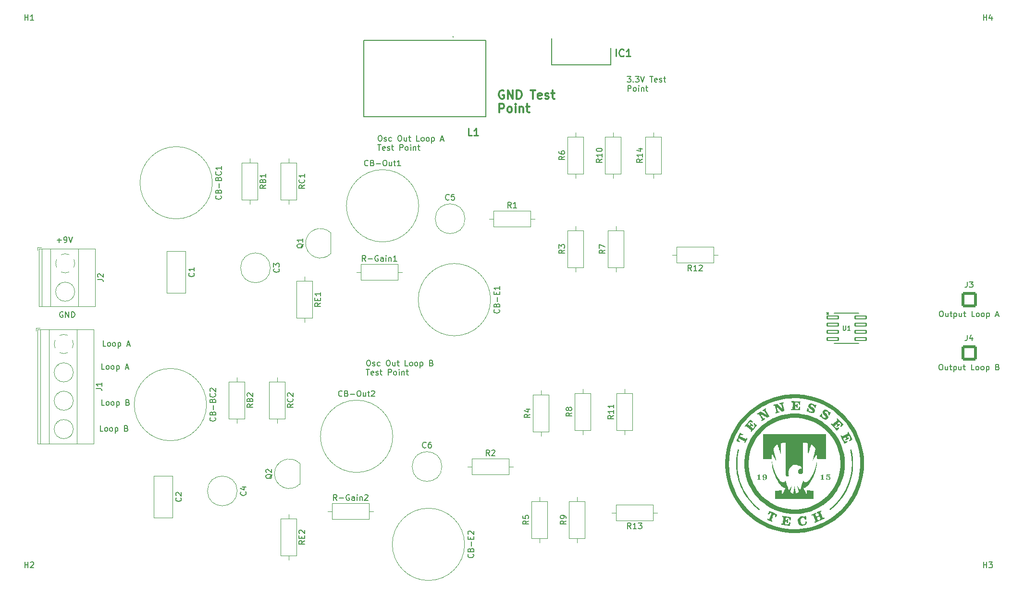
<source format=gto>
%TF.GenerationSoftware,KiCad,Pcbnew,7.0.7*%
%TF.CreationDate,2024-02-14T20:27:21-06:00*%
%TF.ProjectId,Custom Loop Controller,43757374-6f6d-4204-9c6f-6f7020436f6e,rev?*%
%TF.SameCoordinates,Original*%
%TF.FileFunction,Legend,Top*%
%TF.FilePolarity,Positive*%
%FSLAX46Y46*%
G04 Gerber Fmt 4.6, Leading zero omitted, Abs format (unit mm)*
G04 Created by KiCad (PCBNEW 7.0.7) date 2024-02-14 20:27:21*
%MOMM*%
%LPD*%
G01*
G04 APERTURE LIST*
G04 Aperture macros list*
%AMRoundRect*
0 Rectangle with rounded corners*
0 $1 Rounding radius*
0 $2 $3 $4 $5 $6 $7 $8 $9 X,Y pos of 4 corners*
0 Add a 4 corners polygon primitive as box body*
4,1,4,$2,$3,$4,$5,$6,$7,$8,$9,$2,$3,0*
0 Add four circle primitives for the rounded corners*
1,1,$1+$1,$2,$3*
1,1,$1+$1,$4,$5*
1,1,$1+$1,$6,$7*
1,1,$1+$1,$8,$9*
0 Add four rect primitives between the rounded corners*
20,1,$1+$1,$2,$3,$4,$5,0*
20,1,$1+$1,$4,$5,$6,$7,0*
20,1,$1+$1,$6,$7,$8,$9,0*
20,1,$1+$1,$8,$9,$2,$3,0*%
G04 Aperture macros list end*
%ADD10C,0.150000*%
%ADD11C,0.300000*%
%ADD12C,0.254000*%
%ADD13C,0.120000*%
%ADD14C,0.152400*%
%ADD15C,0.200000*%
%ADD16C,1.600000*%
%ADD17O,1.600000X1.600000*%
%ADD18C,1.200000*%
%ADD19C,2.200000*%
%ADD20R,2.600000X2.600000*%
%ADD21C,2.600000*%
%ADD22R,1.500000X1.050000*%
%ADD23O,1.500000X1.050000*%
%ADD24RoundRect,0.102000X-0.990600X-0.266700X0.990600X-0.266700X0.990600X0.266700X-0.990600X0.266700X0*%
%ADD25RoundRect,0.250000X-1.125000X-1.125000X1.125000X-1.125000X1.125000X1.125000X-1.125000X1.125000X0*%
%ADD26R,1.830000X1.830000*%
%ADD27C,1.830000*%
%ADD28R,2.175000X2.175000*%
%ADD29C,2.175000*%
G04 APERTURE END LIST*
D10*
X119399255Y-100383819D02*
X119589731Y-100383819D01*
X119589731Y-100383819D02*
X119684969Y-100431438D01*
X119684969Y-100431438D02*
X119780207Y-100526676D01*
X119780207Y-100526676D02*
X119827826Y-100717152D01*
X119827826Y-100717152D02*
X119827826Y-101050485D01*
X119827826Y-101050485D02*
X119780207Y-101240961D01*
X119780207Y-101240961D02*
X119684969Y-101336200D01*
X119684969Y-101336200D02*
X119589731Y-101383819D01*
X119589731Y-101383819D02*
X119399255Y-101383819D01*
X119399255Y-101383819D02*
X119304017Y-101336200D01*
X119304017Y-101336200D02*
X119208779Y-101240961D01*
X119208779Y-101240961D02*
X119161160Y-101050485D01*
X119161160Y-101050485D02*
X119161160Y-100717152D01*
X119161160Y-100717152D02*
X119208779Y-100526676D01*
X119208779Y-100526676D02*
X119304017Y-100431438D01*
X119304017Y-100431438D02*
X119399255Y-100383819D01*
X120208779Y-101336200D02*
X120304017Y-101383819D01*
X120304017Y-101383819D02*
X120494493Y-101383819D01*
X120494493Y-101383819D02*
X120589731Y-101336200D01*
X120589731Y-101336200D02*
X120637350Y-101240961D01*
X120637350Y-101240961D02*
X120637350Y-101193342D01*
X120637350Y-101193342D02*
X120589731Y-101098104D01*
X120589731Y-101098104D02*
X120494493Y-101050485D01*
X120494493Y-101050485D02*
X120351636Y-101050485D01*
X120351636Y-101050485D02*
X120256398Y-101002866D01*
X120256398Y-101002866D02*
X120208779Y-100907628D01*
X120208779Y-100907628D02*
X120208779Y-100860009D01*
X120208779Y-100860009D02*
X120256398Y-100764771D01*
X120256398Y-100764771D02*
X120351636Y-100717152D01*
X120351636Y-100717152D02*
X120494493Y-100717152D01*
X120494493Y-100717152D02*
X120589731Y-100764771D01*
X121494493Y-101336200D02*
X121399255Y-101383819D01*
X121399255Y-101383819D02*
X121208779Y-101383819D01*
X121208779Y-101383819D02*
X121113541Y-101336200D01*
X121113541Y-101336200D02*
X121065922Y-101288580D01*
X121065922Y-101288580D02*
X121018303Y-101193342D01*
X121018303Y-101193342D02*
X121018303Y-100907628D01*
X121018303Y-100907628D02*
X121065922Y-100812390D01*
X121065922Y-100812390D02*
X121113541Y-100764771D01*
X121113541Y-100764771D02*
X121208779Y-100717152D01*
X121208779Y-100717152D02*
X121399255Y-100717152D01*
X121399255Y-100717152D02*
X121494493Y-100764771D01*
X122875446Y-100383819D02*
X123065922Y-100383819D01*
X123065922Y-100383819D02*
X123161160Y-100431438D01*
X123161160Y-100431438D02*
X123256398Y-100526676D01*
X123256398Y-100526676D02*
X123304017Y-100717152D01*
X123304017Y-100717152D02*
X123304017Y-101050485D01*
X123304017Y-101050485D02*
X123256398Y-101240961D01*
X123256398Y-101240961D02*
X123161160Y-101336200D01*
X123161160Y-101336200D02*
X123065922Y-101383819D01*
X123065922Y-101383819D02*
X122875446Y-101383819D01*
X122875446Y-101383819D02*
X122780208Y-101336200D01*
X122780208Y-101336200D02*
X122684970Y-101240961D01*
X122684970Y-101240961D02*
X122637351Y-101050485D01*
X122637351Y-101050485D02*
X122637351Y-100717152D01*
X122637351Y-100717152D02*
X122684970Y-100526676D01*
X122684970Y-100526676D02*
X122780208Y-100431438D01*
X122780208Y-100431438D02*
X122875446Y-100383819D01*
X124161160Y-100717152D02*
X124161160Y-101383819D01*
X123732589Y-100717152D02*
X123732589Y-101240961D01*
X123732589Y-101240961D02*
X123780208Y-101336200D01*
X123780208Y-101336200D02*
X123875446Y-101383819D01*
X123875446Y-101383819D02*
X124018303Y-101383819D01*
X124018303Y-101383819D02*
X124113541Y-101336200D01*
X124113541Y-101336200D02*
X124161160Y-101288580D01*
X124494494Y-100717152D02*
X124875446Y-100717152D01*
X124637351Y-100383819D02*
X124637351Y-101240961D01*
X124637351Y-101240961D02*
X124684970Y-101336200D01*
X124684970Y-101336200D02*
X124780208Y-101383819D01*
X124780208Y-101383819D02*
X124875446Y-101383819D01*
X126446875Y-101383819D02*
X125970685Y-101383819D01*
X125970685Y-101383819D02*
X125970685Y-100383819D01*
X126923066Y-101383819D02*
X126827828Y-101336200D01*
X126827828Y-101336200D02*
X126780209Y-101288580D01*
X126780209Y-101288580D02*
X126732590Y-101193342D01*
X126732590Y-101193342D02*
X126732590Y-100907628D01*
X126732590Y-100907628D02*
X126780209Y-100812390D01*
X126780209Y-100812390D02*
X126827828Y-100764771D01*
X126827828Y-100764771D02*
X126923066Y-100717152D01*
X126923066Y-100717152D02*
X127065923Y-100717152D01*
X127065923Y-100717152D02*
X127161161Y-100764771D01*
X127161161Y-100764771D02*
X127208780Y-100812390D01*
X127208780Y-100812390D02*
X127256399Y-100907628D01*
X127256399Y-100907628D02*
X127256399Y-101193342D01*
X127256399Y-101193342D02*
X127208780Y-101288580D01*
X127208780Y-101288580D02*
X127161161Y-101336200D01*
X127161161Y-101336200D02*
X127065923Y-101383819D01*
X127065923Y-101383819D02*
X126923066Y-101383819D01*
X127827828Y-101383819D02*
X127732590Y-101336200D01*
X127732590Y-101336200D02*
X127684971Y-101288580D01*
X127684971Y-101288580D02*
X127637352Y-101193342D01*
X127637352Y-101193342D02*
X127637352Y-100907628D01*
X127637352Y-100907628D02*
X127684971Y-100812390D01*
X127684971Y-100812390D02*
X127732590Y-100764771D01*
X127732590Y-100764771D02*
X127827828Y-100717152D01*
X127827828Y-100717152D02*
X127970685Y-100717152D01*
X127970685Y-100717152D02*
X128065923Y-100764771D01*
X128065923Y-100764771D02*
X128113542Y-100812390D01*
X128113542Y-100812390D02*
X128161161Y-100907628D01*
X128161161Y-100907628D02*
X128161161Y-101193342D01*
X128161161Y-101193342D02*
X128113542Y-101288580D01*
X128113542Y-101288580D02*
X128065923Y-101336200D01*
X128065923Y-101336200D02*
X127970685Y-101383819D01*
X127970685Y-101383819D02*
X127827828Y-101383819D01*
X128589733Y-100717152D02*
X128589733Y-101717152D01*
X128589733Y-100764771D02*
X128684971Y-100717152D01*
X128684971Y-100717152D02*
X128875447Y-100717152D01*
X128875447Y-100717152D02*
X128970685Y-100764771D01*
X128970685Y-100764771D02*
X129018304Y-100812390D01*
X129018304Y-100812390D02*
X129065923Y-100907628D01*
X129065923Y-100907628D02*
X129065923Y-101193342D01*
X129065923Y-101193342D02*
X129018304Y-101288580D01*
X129018304Y-101288580D02*
X128970685Y-101336200D01*
X128970685Y-101336200D02*
X128875447Y-101383819D01*
X128875447Y-101383819D02*
X128684971Y-101383819D01*
X128684971Y-101383819D02*
X128589733Y-101336200D01*
X130589733Y-100860009D02*
X130732590Y-100907628D01*
X130732590Y-100907628D02*
X130780209Y-100955247D01*
X130780209Y-100955247D02*
X130827828Y-101050485D01*
X130827828Y-101050485D02*
X130827828Y-101193342D01*
X130827828Y-101193342D02*
X130780209Y-101288580D01*
X130780209Y-101288580D02*
X130732590Y-101336200D01*
X130732590Y-101336200D02*
X130637352Y-101383819D01*
X130637352Y-101383819D02*
X130256400Y-101383819D01*
X130256400Y-101383819D02*
X130256400Y-100383819D01*
X130256400Y-100383819D02*
X130589733Y-100383819D01*
X130589733Y-100383819D02*
X130684971Y-100431438D01*
X130684971Y-100431438D02*
X130732590Y-100479057D01*
X130732590Y-100479057D02*
X130780209Y-100574295D01*
X130780209Y-100574295D02*
X130780209Y-100669533D01*
X130780209Y-100669533D02*
X130732590Y-100764771D01*
X130732590Y-100764771D02*
X130684971Y-100812390D01*
X130684971Y-100812390D02*
X130589733Y-100860009D01*
X130589733Y-100860009D02*
X130256400Y-100860009D01*
X119065922Y-101993819D02*
X119637350Y-101993819D01*
X119351636Y-102993819D02*
X119351636Y-101993819D01*
X120351636Y-102946200D02*
X120256398Y-102993819D01*
X120256398Y-102993819D02*
X120065922Y-102993819D01*
X120065922Y-102993819D02*
X119970684Y-102946200D01*
X119970684Y-102946200D02*
X119923065Y-102850961D01*
X119923065Y-102850961D02*
X119923065Y-102470009D01*
X119923065Y-102470009D02*
X119970684Y-102374771D01*
X119970684Y-102374771D02*
X120065922Y-102327152D01*
X120065922Y-102327152D02*
X120256398Y-102327152D01*
X120256398Y-102327152D02*
X120351636Y-102374771D01*
X120351636Y-102374771D02*
X120399255Y-102470009D01*
X120399255Y-102470009D02*
X120399255Y-102565247D01*
X120399255Y-102565247D02*
X119923065Y-102660485D01*
X120780208Y-102946200D02*
X120875446Y-102993819D01*
X120875446Y-102993819D02*
X121065922Y-102993819D01*
X121065922Y-102993819D02*
X121161160Y-102946200D01*
X121161160Y-102946200D02*
X121208779Y-102850961D01*
X121208779Y-102850961D02*
X121208779Y-102803342D01*
X121208779Y-102803342D02*
X121161160Y-102708104D01*
X121161160Y-102708104D02*
X121065922Y-102660485D01*
X121065922Y-102660485D02*
X120923065Y-102660485D01*
X120923065Y-102660485D02*
X120827827Y-102612866D01*
X120827827Y-102612866D02*
X120780208Y-102517628D01*
X120780208Y-102517628D02*
X120780208Y-102470009D01*
X120780208Y-102470009D02*
X120827827Y-102374771D01*
X120827827Y-102374771D02*
X120923065Y-102327152D01*
X120923065Y-102327152D02*
X121065922Y-102327152D01*
X121065922Y-102327152D02*
X121161160Y-102374771D01*
X121494494Y-102327152D02*
X121875446Y-102327152D01*
X121637351Y-101993819D02*
X121637351Y-102850961D01*
X121637351Y-102850961D02*
X121684970Y-102946200D01*
X121684970Y-102946200D02*
X121780208Y-102993819D01*
X121780208Y-102993819D02*
X121875446Y-102993819D01*
X122970685Y-102993819D02*
X122970685Y-101993819D01*
X122970685Y-101993819D02*
X123351637Y-101993819D01*
X123351637Y-101993819D02*
X123446875Y-102041438D01*
X123446875Y-102041438D02*
X123494494Y-102089057D01*
X123494494Y-102089057D02*
X123542113Y-102184295D01*
X123542113Y-102184295D02*
X123542113Y-102327152D01*
X123542113Y-102327152D02*
X123494494Y-102422390D01*
X123494494Y-102422390D02*
X123446875Y-102470009D01*
X123446875Y-102470009D02*
X123351637Y-102517628D01*
X123351637Y-102517628D02*
X122970685Y-102517628D01*
X124113542Y-102993819D02*
X124018304Y-102946200D01*
X124018304Y-102946200D02*
X123970685Y-102898580D01*
X123970685Y-102898580D02*
X123923066Y-102803342D01*
X123923066Y-102803342D02*
X123923066Y-102517628D01*
X123923066Y-102517628D02*
X123970685Y-102422390D01*
X123970685Y-102422390D02*
X124018304Y-102374771D01*
X124018304Y-102374771D02*
X124113542Y-102327152D01*
X124113542Y-102327152D02*
X124256399Y-102327152D01*
X124256399Y-102327152D02*
X124351637Y-102374771D01*
X124351637Y-102374771D02*
X124399256Y-102422390D01*
X124399256Y-102422390D02*
X124446875Y-102517628D01*
X124446875Y-102517628D02*
X124446875Y-102803342D01*
X124446875Y-102803342D02*
X124399256Y-102898580D01*
X124399256Y-102898580D02*
X124351637Y-102946200D01*
X124351637Y-102946200D02*
X124256399Y-102993819D01*
X124256399Y-102993819D02*
X124113542Y-102993819D01*
X124875447Y-102993819D02*
X124875447Y-102327152D01*
X124875447Y-101993819D02*
X124827828Y-102041438D01*
X124827828Y-102041438D02*
X124875447Y-102089057D01*
X124875447Y-102089057D02*
X124923066Y-102041438D01*
X124923066Y-102041438D02*
X124875447Y-101993819D01*
X124875447Y-101993819D02*
X124875447Y-102089057D01*
X125351637Y-102327152D02*
X125351637Y-102993819D01*
X125351637Y-102422390D02*
X125399256Y-102374771D01*
X125399256Y-102374771D02*
X125494494Y-102327152D01*
X125494494Y-102327152D02*
X125637351Y-102327152D01*
X125637351Y-102327152D02*
X125732589Y-102374771D01*
X125732589Y-102374771D02*
X125780208Y-102470009D01*
X125780208Y-102470009D02*
X125780208Y-102993819D01*
X126113542Y-102327152D02*
X126494494Y-102327152D01*
X126256399Y-101993819D02*
X126256399Y-102850961D01*
X126256399Y-102850961D02*
X126304018Y-102946200D01*
X126304018Y-102946200D02*
X126399256Y-102993819D01*
X126399256Y-102993819D02*
X126494494Y-102993819D01*
X65630588Y-91867438D02*
X65535350Y-91819819D01*
X65535350Y-91819819D02*
X65392493Y-91819819D01*
X65392493Y-91819819D02*
X65249636Y-91867438D01*
X65249636Y-91867438D02*
X65154398Y-91962676D01*
X65154398Y-91962676D02*
X65106779Y-92057914D01*
X65106779Y-92057914D02*
X65059160Y-92248390D01*
X65059160Y-92248390D02*
X65059160Y-92391247D01*
X65059160Y-92391247D02*
X65106779Y-92581723D01*
X65106779Y-92581723D02*
X65154398Y-92676961D01*
X65154398Y-92676961D02*
X65249636Y-92772200D01*
X65249636Y-92772200D02*
X65392493Y-92819819D01*
X65392493Y-92819819D02*
X65487731Y-92819819D01*
X65487731Y-92819819D02*
X65630588Y-92772200D01*
X65630588Y-92772200D02*
X65678207Y-92724580D01*
X65678207Y-92724580D02*
X65678207Y-92391247D01*
X65678207Y-92391247D02*
X65487731Y-92391247D01*
X66106779Y-92819819D02*
X66106779Y-91819819D01*
X66106779Y-91819819D02*
X66678207Y-92819819D01*
X66678207Y-92819819D02*
X66678207Y-91819819D01*
X67154398Y-92819819D02*
X67154398Y-91819819D01*
X67154398Y-91819819D02*
X67392493Y-91819819D01*
X67392493Y-91819819D02*
X67535350Y-91867438D01*
X67535350Y-91867438D02*
X67630588Y-91962676D01*
X67630588Y-91962676D02*
X67678207Y-92057914D01*
X67678207Y-92057914D02*
X67725826Y-92248390D01*
X67725826Y-92248390D02*
X67725826Y-92391247D01*
X67725826Y-92391247D02*
X67678207Y-92581723D01*
X67678207Y-92581723D02*
X67630588Y-92676961D01*
X67630588Y-92676961D02*
X67535350Y-92772200D01*
X67535350Y-92772200D02*
X67392493Y-92819819D01*
X67392493Y-92819819D02*
X67154398Y-92819819D01*
X72948969Y-101977819D02*
X72472779Y-101977819D01*
X72472779Y-101977819D02*
X72472779Y-100977819D01*
X73425160Y-101977819D02*
X73329922Y-101930200D01*
X73329922Y-101930200D02*
X73282303Y-101882580D01*
X73282303Y-101882580D02*
X73234684Y-101787342D01*
X73234684Y-101787342D02*
X73234684Y-101501628D01*
X73234684Y-101501628D02*
X73282303Y-101406390D01*
X73282303Y-101406390D02*
X73329922Y-101358771D01*
X73329922Y-101358771D02*
X73425160Y-101311152D01*
X73425160Y-101311152D02*
X73568017Y-101311152D01*
X73568017Y-101311152D02*
X73663255Y-101358771D01*
X73663255Y-101358771D02*
X73710874Y-101406390D01*
X73710874Y-101406390D02*
X73758493Y-101501628D01*
X73758493Y-101501628D02*
X73758493Y-101787342D01*
X73758493Y-101787342D02*
X73710874Y-101882580D01*
X73710874Y-101882580D02*
X73663255Y-101930200D01*
X73663255Y-101930200D02*
X73568017Y-101977819D01*
X73568017Y-101977819D02*
X73425160Y-101977819D01*
X74329922Y-101977819D02*
X74234684Y-101930200D01*
X74234684Y-101930200D02*
X74187065Y-101882580D01*
X74187065Y-101882580D02*
X74139446Y-101787342D01*
X74139446Y-101787342D02*
X74139446Y-101501628D01*
X74139446Y-101501628D02*
X74187065Y-101406390D01*
X74187065Y-101406390D02*
X74234684Y-101358771D01*
X74234684Y-101358771D02*
X74329922Y-101311152D01*
X74329922Y-101311152D02*
X74472779Y-101311152D01*
X74472779Y-101311152D02*
X74568017Y-101358771D01*
X74568017Y-101358771D02*
X74615636Y-101406390D01*
X74615636Y-101406390D02*
X74663255Y-101501628D01*
X74663255Y-101501628D02*
X74663255Y-101787342D01*
X74663255Y-101787342D02*
X74615636Y-101882580D01*
X74615636Y-101882580D02*
X74568017Y-101930200D01*
X74568017Y-101930200D02*
X74472779Y-101977819D01*
X74472779Y-101977819D02*
X74329922Y-101977819D01*
X75091827Y-101311152D02*
X75091827Y-102311152D01*
X75091827Y-101358771D02*
X75187065Y-101311152D01*
X75187065Y-101311152D02*
X75377541Y-101311152D01*
X75377541Y-101311152D02*
X75472779Y-101358771D01*
X75472779Y-101358771D02*
X75520398Y-101406390D01*
X75520398Y-101406390D02*
X75568017Y-101501628D01*
X75568017Y-101501628D02*
X75568017Y-101787342D01*
X75568017Y-101787342D02*
X75520398Y-101882580D01*
X75520398Y-101882580D02*
X75472779Y-101930200D01*
X75472779Y-101930200D02*
X75377541Y-101977819D01*
X75377541Y-101977819D02*
X75187065Y-101977819D01*
X75187065Y-101977819D02*
X75091827Y-101930200D01*
X76710875Y-101692104D02*
X77187065Y-101692104D01*
X76615637Y-101977819D02*
X76948970Y-100977819D01*
X76948970Y-100977819D02*
X77282303Y-101977819D01*
X121431255Y-60759819D02*
X121621731Y-60759819D01*
X121621731Y-60759819D02*
X121716969Y-60807438D01*
X121716969Y-60807438D02*
X121812207Y-60902676D01*
X121812207Y-60902676D02*
X121859826Y-61093152D01*
X121859826Y-61093152D02*
X121859826Y-61426485D01*
X121859826Y-61426485D02*
X121812207Y-61616961D01*
X121812207Y-61616961D02*
X121716969Y-61712200D01*
X121716969Y-61712200D02*
X121621731Y-61759819D01*
X121621731Y-61759819D02*
X121431255Y-61759819D01*
X121431255Y-61759819D02*
X121336017Y-61712200D01*
X121336017Y-61712200D02*
X121240779Y-61616961D01*
X121240779Y-61616961D02*
X121193160Y-61426485D01*
X121193160Y-61426485D02*
X121193160Y-61093152D01*
X121193160Y-61093152D02*
X121240779Y-60902676D01*
X121240779Y-60902676D02*
X121336017Y-60807438D01*
X121336017Y-60807438D02*
X121431255Y-60759819D01*
X122240779Y-61712200D02*
X122336017Y-61759819D01*
X122336017Y-61759819D02*
X122526493Y-61759819D01*
X122526493Y-61759819D02*
X122621731Y-61712200D01*
X122621731Y-61712200D02*
X122669350Y-61616961D01*
X122669350Y-61616961D02*
X122669350Y-61569342D01*
X122669350Y-61569342D02*
X122621731Y-61474104D01*
X122621731Y-61474104D02*
X122526493Y-61426485D01*
X122526493Y-61426485D02*
X122383636Y-61426485D01*
X122383636Y-61426485D02*
X122288398Y-61378866D01*
X122288398Y-61378866D02*
X122240779Y-61283628D01*
X122240779Y-61283628D02*
X122240779Y-61236009D01*
X122240779Y-61236009D02*
X122288398Y-61140771D01*
X122288398Y-61140771D02*
X122383636Y-61093152D01*
X122383636Y-61093152D02*
X122526493Y-61093152D01*
X122526493Y-61093152D02*
X122621731Y-61140771D01*
X123526493Y-61712200D02*
X123431255Y-61759819D01*
X123431255Y-61759819D02*
X123240779Y-61759819D01*
X123240779Y-61759819D02*
X123145541Y-61712200D01*
X123145541Y-61712200D02*
X123097922Y-61664580D01*
X123097922Y-61664580D02*
X123050303Y-61569342D01*
X123050303Y-61569342D02*
X123050303Y-61283628D01*
X123050303Y-61283628D02*
X123097922Y-61188390D01*
X123097922Y-61188390D02*
X123145541Y-61140771D01*
X123145541Y-61140771D02*
X123240779Y-61093152D01*
X123240779Y-61093152D02*
X123431255Y-61093152D01*
X123431255Y-61093152D02*
X123526493Y-61140771D01*
X124907446Y-60759819D02*
X125097922Y-60759819D01*
X125097922Y-60759819D02*
X125193160Y-60807438D01*
X125193160Y-60807438D02*
X125288398Y-60902676D01*
X125288398Y-60902676D02*
X125336017Y-61093152D01*
X125336017Y-61093152D02*
X125336017Y-61426485D01*
X125336017Y-61426485D02*
X125288398Y-61616961D01*
X125288398Y-61616961D02*
X125193160Y-61712200D01*
X125193160Y-61712200D02*
X125097922Y-61759819D01*
X125097922Y-61759819D02*
X124907446Y-61759819D01*
X124907446Y-61759819D02*
X124812208Y-61712200D01*
X124812208Y-61712200D02*
X124716970Y-61616961D01*
X124716970Y-61616961D02*
X124669351Y-61426485D01*
X124669351Y-61426485D02*
X124669351Y-61093152D01*
X124669351Y-61093152D02*
X124716970Y-60902676D01*
X124716970Y-60902676D02*
X124812208Y-60807438D01*
X124812208Y-60807438D02*
X124907446Y-60759819D01*
X126193160Y-61093152D02*
X126193160Y-61759819D01*
X125764589Y-61093152D02*
X125764589Y-61616961D01*
X125764589Y-61616961D02*
X125812208Y-61712200D01*
X125812208Y-61712200D02*
X125907446Y-61759819D01*
X125907446Y-61759819D02*
X126050303Y-61759819D01*
X126050303Y-61759819D02*
X126145541Y-61712200D01*
X126145541Y-61712200D02*
X126193160Y-61664580D01*
X126526494Y-61093152D02*
X126907446Y-61093152D01*
X126669351Y-60759819D02*
X126669351Y-61616961D01*
X126669351Y-61616961D02*
X126716970Y-61712200D01*
X126716970Y-61712200D02*
X126812208Y-61759819D01*
X126812208Y-61759819D02*
X126907446Y-61759819D01*
X128478875Y-61759819D02*
X128002685Y-61759819D01*
X128002685Y-61759819D02*
X128002685Y-60759819D01*
X128955066Y-61759819D02*
X128859828Y-61712200D01*
X128859828Y-61712200D02*
X128812209Y-61664580D01*
X128812209Y-61664580D02*
X128764590Y-61569342D01*
X128764590Y-61569342D02*
X128764590Y-61283628D01*
X128764590Y-61283628D02*
X128812209Y-61188390D01*
X128812209Y-61188390D02*
X128859828Y-61140771D01*
X128859828Y-61140771D02*
X128955066Y-61093152D01*
X128955066Y-61093152D02*
X129097923Y-61093152D01*
X129097923Y-61093152D02*
X129193161Y-61140771D01*
X129193161Y-61140771D02*
X129240780Y-61188390D01*
X129240780Y-61188390D02*
X129288399Y-61283628D01*
X129288399Y-61283628D02*
X129288399Y-61569342D01*
X129288399Y-61569342D02*
X129240780Y-61664580D01*
X129240780Y-61664580D02*
X129193161Y-61712200D01*
X129193161Y-61712200D02*
X129097923Y-61759819D01*
X129097923Y-61759819D02*
X128955066Y-61759819D01*
X129859828Y-61759819D02*
X129764590Y-61712200D01*
X129764590Y-61712200D02*
X129716971Y-61664580D01*
X129716971Y-61664580D02*
X129669352Y-61569342D01*
X129669352Y-61569342D02*
X129669352Y-61283628D01*
X129669352Y-61283628D02*
X129716971Y-61188390D01*
X129716971Y-61188390D02*
X129764590Y-61140771D01*
X129764590Y-61140771D02*
X129859828Y-61093152D01*
X129859828Y-61093152D02*
X130002685Y-61093152D01*
X130002685Y-61093152D02*
X130097923Y-61140771D01*
X130097923Y-61140771D02*
X130145542Y-61188390D01*
X130145542Y-61188390D02*
X130193161Y-61283628D01*
X130193161Y-61283628D02*
X130193161Y-61569342D01*
X130193161Y-61569342D02*
X130145542Y-61664580D01*
X130145542Y-61664580D02*
X130097923Y-61712200D01*
X130097923Y-61712200D02*
X130002685Y-61759819D01*
X130002685Y-61759819D02*
X129859828Y-61759819D01*
X130621733Y-61093152D02*
X130621733Y-62093152D01*
X130621733Y-61140771D02*
X130716971Y-61093152D01*
X130716971Y-61093152D02*
X130907447Y-61093152D01*
X130907447Y-61093152D02*
X131002685Y-61140771D01*
X131002685Y-61140771D02*
X131050304Y-61188390D01*
X131050304Y-61188390D02*
X131097923Y-61283628D01*
X131097923Y-61283628D02*
X131097923Y-61569342D01*
X131097923Y-61569342D02*
X131050304Y-61664580D01*
X131050304Y-61664580D02*
X131002685Y-61712200D01*
X131002685Y-61712200D02*
X130907447Y-61759819D01*
X130907447Y-61759819D02*
X130716971Y-61759819D01*
X130716971Y-61759819D02*
X130621733Y-61712200D01*
X132240781Y-61474104D02*
X132716971Y-61474104D01*
X132145543Y-61759819D02*
X132478876Y-60759819D01*
X132478876Y-60759819D02*
X132812209Y-61759819D01*
X121097922Y-62369819D02*
X121669350Y-62369819D01*
X121383636Y-63369819D02*
X121383636Y-62369819D01*
X122383636Y-63322200D02*
X122288398Y-63369819D01*
X122288398Y-63369819D02*
X122097922Y-63369819D01*
X122097922Y-63369819D02*
X122002684Y-63322200D01*
X122002684Y-63322200D02*
X121955065Y-63226961D01*
X121955065Y-63226961D02*
X121955065Y-62846009D01*
X121955065Y-62846009D02*
X122002684Y-62750771D01*
X122002684Y-62750771D02*
X122097922Y-62703152D01*
X122097922Y-62703152D02*
X122288398Y-62703152D01*
X122288398Y-62703152D02*
X122383636Y-62750771D01*
X122383636Y-62750771D02*
X122431255Y-62846009D01*
X122431255Y-62846009D02*
X122431255Y-62941247D01*
X122431255Y-62941247D02*
X121955065Y-63036485D01*
X122812208Y-63322200D02*
X122907446Y-63369819D01*
X122907446Y-63369819D02*
X123097922Y-63369819D01*
X123097922Y-63369819D02*
X123193160Y-63322200D01*
X123193160Y-63322200D02*
X123240779Y-63226961D01*
X123240779Y-63226961D02*
X123240779Y-63179342D01*
X123240779Y-63179342D02*
X123193160Y-63084104D01*
X123193160Y-63084104D02*
X123097922Y-63036485D01*
X123097922Y-63036485D02*
X122955065Y-63036485D01*
X122955065Y-63036485D02*
X122859827Y-62988866D01*
X122859827Y-62988866D02*
X122812208Y-62893628D01*
X122812208Y-62893628D02*
X122812208Y-62846009D01*
X122812208Y-62846009D02*
X122859827Y-62750771D01*
X122859827Y-62750771D02*
X122955065Y-62703152D01*
X122955065Y-62703152D02*
X123097922Y-62703152D01*
X123097922Y-62703152D02*
X123193160Y-62750771D01*
X123526494Y-62703152D02*
X123907446Y-62703152D01*
X123669351Y-62369819D02*
X123669351Y-63226961D01*
X123669351Y-63226961D02*
X123716970Y-63322200D01*
X123716970Y-63322200D02*
X123812208Y-63369819D01*
X123812208Y-63369819D02*
X123907446Y-63369819D01*
X125002685Y-63369819D02*
X125002685Y-62369819D01*
X125002685Y-62369819D02*
X125383637Y-62369819D01*
X125383637Y-62369819D02*
X125478875Y-62417438D01*
X125478875Y-62417438D02*
X125526494Y-62465057D01*
X125526494Y-62465057D02*
X125574113Y-62560295D01*
X125574113Y-62560295D02*
X125574113Y-62703152D01*
X125574113Y-62703152D02*
X125526494Y-62798390D01*
X125526494Y-62798390D02*
X125478875Y-62846009D01*
X125478875Y-62846009D02*
X125383637Y-62893628D01*
X125383637Y-62893628D02*
X125002685Y-62893628D01*
X126145542Y-63369819D02*
X126050304Y-63322200D01*
X126050304Y-63322200D02*
X126002685Y-63274580D01*
X126002685Y-63274580D02*
X125955066Y-63179342D01*
X125955066Y-63179342D02*
X125955066Y-62893628D01*
X125955066Y-62893628D02*
X126002685Y-62798390D01*
X126002685Y-62798390D02*
X126050304Y-62750771D01*
X126050304Y-62750771D02*
X126145542Y-62703152D01*
X126145542Y-62703152D02*
X126288399Y-62703152D01*
X126288399Y-62703152D02*
X126383637Y-62750771D01*
X126383637Y-62750771D02*
X126431256Y-62798390D01*
X126431256Y-62798390D02*
X126478875Y-62893628D01*
X126478875Y-62893628D02*
X126478875Y-63179342D01*
X126478875Y-63179342D02*
X126431256Y-63274580D01*
X126431256Y-63274580D02*
X126383637Y-63322200D01*
X126383637Y-63322200D02*
X126288399Y-63369819D01*
X126288399Y-63369819D02*
X126145542Y-63369819D01*
X126907447Y-63369819D02*
X126907447Y-62703152D01*
X126907447Y-62369819D02*
X126859828Y-62417438D01*
X126859828Y-62417438D02*
X126907447Y-62465057D01*
X126907447Y-62465057D02*
X126955066Y-62417438D01*
X126955066Y-62417438D02*
X126907447Y-62369819D01*
X126907447Y-62369819D02*
X126907447Y-62465057D01*
X127383637Y-62703152D02*
X127383637Y-63369819D01*
X127383637Y-62798390D02*
X127431256Y-62750771D01*
X127431256Y-62750771D02*
X127526494Y-62703152D01*
X127526494Y-62703152D02*
X127669351Y-62703152D01*
X127669351Y-62703152D02*
X127764589Y-62750771D01*
X127764589Y-62750771D02*
X127812208Y-62846009D01*
X127812208Y-62846009D02*
X127812208Y-63369819D01*
X128145542Y-62703152D02*
X128526494Y-62703152D01*
X128288399Y-62369819D02*
X128288399Y-63226961D01*
X128288399Y-63226961D02*
X128336018Y-63322200D01*
X128336018Y-63322200D02*
X128431256Y-63369819D01*
X128431256Y-63369819D02*
X128526494Y-63369819D01*
X73202969Y-97913819D02*
X72726779Y-97913819D01*
X72726779Y-97913819D02*
X72726779Y-96913819D01*
X73679160Y-97913819D02*
X73583922Y-97866200D01*
X73583922Y-97866200D02*
X73536303Y-97818580D01*
X73536303Y-97818580D02*
X73488684Y-97723342D01*
X73488684Y-97723342D02*
X73488684Y-97437628D01*
X73488684Y-97437628D02*
X73536303Y-97342390D01*
X73536303Y-97342390D02*
X73583922Y-97294771D01*
X73583922Y-97294771D02*
X73679160Y-97247152D01*
X73679160Y-97247152D02*
X73822017Y-97247152D01*
X73822017Y-97247152D02*
X73917255Y-97294771D01*
X73917255Y-97294771D02*
X73964874Y-97342390D01*
X73964874Y-97342390D02*
X74012493Y-97437628D01*
X74012493Y-97437628D02*
X74012493Y-97723342D01*
X74012493Y-97723342D02*
X73964874Y-97818580D01*
X73964874Y-97818580D02*
X73917255Y-97866200D01*
X73917255Y-97866200D02*
X73822017Y-97913819D01*
X73822017Y-97913819D02*
X73679160Y-97913819D01*
X74583922Y-97913819D02*
X74488684Y-97866200D01*
X74488684Y-97866200D02*
X74441065Y-97818580D01*
X74441065Y-97818580D02*
X74393446Y-97723342D01*
X74393446Y-97723342D02*
X74393446Y-97437628D01*
X74393446Y-97437628D02*
X74441065Y-97342390D01*
X74441065Y-97342390D02*
X74488684Y-97294771D01*
X74488684Y-97294771D02*
X74583922Y-97247152D01*
X74583922Y-97247152D02*
X74726779Y-97247152D01*
X74726779Y-97247152D02*
X74822017Y-97294771D01*
X74822017Y-97294771D02*
X74869636Y-97342390D01*
X74869636Y-97342390D02*
X74917255Y-97437628D01*
X74917255Y-97437628D02*
X74917255Y-97723342D01*
X74917255Y-97723342D02*
X74869636Y-97818580D01*
X74869636Y-97818580D02*
X74822017Y-97866200D01*
X74822017Y-97866200D02*
X74726779Y-97913819D01*
X74726779Y-97913819D02*
X74583922Y-97913819D01*
X75345827Y-97247152D02*
X75345827Y-98247152D01*
X75345827Y-97294771D02*
X75441065Y-97247152D01*
X75441065Y-97247152D02*
X75631541Y-97247152D01*
X75631541Y-97247152D02*
X75726779Y-97294771D01*
X75726779Y-97294771D02*
X75774398Y-97342390D01*
X75774398Y-97342390D02*
X75822017Y-97437628D01*
X75822017Y-97437628D02*
X75822017Y-97723342D01*
X75822017Y-97723342D02*
X75774398Y-97818580D01*
X75774398Y-97818580D02*
X75726779Y-97866200D01*
X75726779Y-97866200D02*
X75631541Y-97913819D01*
X75631541Y-97913819D02*
X75441065Y-97913819D01*
X75441065Y-97913819D02*
X75345827Y-97866200D01*
X76964875Y-97628104D02*
X77441065Y-97628104D01*
X76869637Y-97913819D02*
X77202970Y-96913819D01*
X77202970Y-96913819D02*
X77536303Y-97913819D01*
X64598779Y-79230866D02*
X65360684Y-79230866D01*
X64979731Y-79611819D02*
X64979731Y-78849914D01*
X65884493Y-79611819D02*
X66074969Y-79611819D01*
X66074969Y-79611819D02*
X66170207Y-79564200D01*
X66170207Y-79564200D02*
X66217826Y-79516580D01*
X66217826Y-79516580D02*
X66313064Y-79373723D01*
X66313064Y-79373723D02*
X66360683Y-79183247D01*
X66360683Y-79183247D02*
X66360683Y-78802295D01*
X66360683Y-78802295D02*
X66313064Y-78707057D01*
X66313064Y-78707057D02*
X66265445Y-78659438D01*
X66265445Y-78659438D02*
X66170207Y-78611819D01*
X66170207Y-78611819D02*
X65979731Y-78611819D01*
X65979731Y-78611819D02*
X65884493Y-78659438D01*
X65884493Y-78659438D02*
X65836874Y-78707057D01*
X65836874Y-78707057D02*
X65789255Y-78802295D01*
X65789255Y-78802295D02*
X65789255Y-79040390D01*
X65789255Y-79040390D02*
X65836874Y-79135628D01*
X65836874Y-79135628D02*
X65884493Y-79183247D01*
X65884493Y-79183247D02*
X65979731Y-79230866D01*
X65979731Y-79230866D02*
X66170207Y-79230866D01*
X66170207Y-79230866D02*
X66265445Y-79183247D01*
X66265445Y-79183247D02*
X66313064Y-79135628D01*
X66313064Y-79135628D02*
X66360683Y-79040390D01*
X66646398Y-78611819D02*
X66979731Y-79611819D01*
X66979731Y-79611819D02*
X67313064Y-78611819D01*
X72694969Y-112899819D02*
X72218779Y-112899819D01*
X72218779Y-112899819D02*
X72218779Y-111899819D01*
X73171160Y-112899819D02*
X73075922Y-112852200D01*
X73075922Y-112852200D02*
X73028303Y-112804580D01*
X73028303Y-112804580D02*
X72980684Y-112709342D01*
X72980684Y-112709342D02*
X72980684Y-112423628D01*
X72980684Y-112423628D02*
X73028303Y-112328390D01*
X73028303Y-112328390D02*
X73075922Y-112280771D01*
X73075922Y-112280771D02*
X73171160Y-112233152D01*
X73171160Y-112233152D02*
X73314017Y-112233152D01*
X73314017Y-112233152D02*
X73409255Y-112280771D01*
X73409255Y-112280771D02*
X73456874Y-112328390D01*
X73456874Y-112328390D02*
X73504493Y-112423628D01*
X73504493Y-112423628D02*
X73504493Y-112709342D01*
X73504493Y-112709342D02*
X73456874Y-112804580D01*
X73456874Y-112804580D02*
X73409255Y-112852200D01*
X73409255Y-112852200D02*
X73314017Y-112899819D01*
X73314017Y-112899819D02*
X73171160Y-112899819D01*
X74075922Y-112899819D02*
X73980684Y-112852200D01*
X73980684Y-112852200D02*
X73933065Y-112804580D01*
X73933065Y-112804580D02*
X73885446Y-112709342D01*
X73885446Y-112709342D02*
X73885446Y-112423628D01*
X73885446Y-112423628D02*
X73933065Y-112328390D01*
X73933065Y-112328390D02*
X73980684Y-112280771D01*
X73980684Y-112280771D02*
X74075922Y-112233152D01*
X74075922Y-112233152D02*
X74218779Y-112233152D01*
X74218779Y-112233152D02*
X74314017Y-112280771D01*
X74314017Y-112280771D02*
X74361636Y-112328390D01*
X74361636Y-112328390D02*
X74409255Y-112423628D01*
X74409255Y-112423628D02*
X74409255Y-112709342D01*
X74409255Y-112709342D02*
X74361636Y-112804580D01*
X74361636Y-112804580D02*
X74314017Y-112852200D01*
X74314017Y-112852200D02*
X74218779Y-112899819D01*
X74218779Y-112899819D02*
X74075922Y-112899819D01*
X74837827Y-112233152D02*
X74837827Y-113233152D01*
X74837827Y-112280771D02*
X74933065Y-112233152D01*
X74933065Y-112233152D02*
X75123541Y-112233152D01*
X75123541Y-112233152D02*
X75218779Y-112280771D01*
X75218779Y-112280771D02*
X75266398Y-112328390D01*
X75266398Y-112328390D02*
X75314017Y-112423628D01*
X75314017Y-112423628D02*
X75314017Y-112709342D01*
X75314017Y-112709342D02*
X75266398Y-112804580D01*
X75266398Y-112804580D02*
X75218779Y-112852200D01*
X75218779Y-112852200D02*
X75123541Y-112899819D01*
X75123541Y-112899819D02*
X74933065Y-112899819D01*
X74933065Y-112899819D02*
X74837827Y-112852200D01*
X76837827Y-112376009D02*
X76980684Y-112423628D01*
X76980684Y-112423628D02*
X77028303Y-112471247D01*
X77028303Y-112471247D02*
X77075922Y-112566485D01*
X77075922Y-112566485D02*
X77075922Y-112709342D01*
X77075922Y-112709342D02*
X77028303Y-112804580D01*
X77028303Y-112804580D02*
X76980684Y-112852200D01*
X76980684Y-112852200D02*
X76885446Y-112899819D01*
X76885446Y-112899819D02*
X76504494Y-112899819D01*
X76504494Y-112899819D02*
X76504494Y-111899819D01*
X76504494Y-111899819D02*
X76837827Y-111899819D01*
X76837827Y-111899819D02*
X76933065Y-111947438D01*
X76933065Y-111947438D02*
X76980684Y-111995057D01*
X76980684Y-111995057D02*
X77028303Y-112090295D01*
X77028303Y-112090295D02*
X77028303Y-112185533D01*
X77028303Y-112185533D02*
X76980684Y-112280771D01*
X76980684Y-112280771D02*
X76933065Y-112328390D01*
X76933065Y-112328390D02*
X76837827Y-112376009D01*
X76837827Y-112376009D02*
X76504494Y-112376009D01*
X72948969Y-108327819D02*
X72472779Y-108327819D01*
X72472779Y-108327819D02*
X72472779Y-107327819D01*
X73425160Y-108327819D02*
X73329922Y-108280200D01*
X73329922Y-108280200D02*
X73282303Y-108232580D01*
X73282303Y-108232580D02*
X73234684Y-108137342D01*
X73234684Y-108137342D02*
X73234684Y-107851628D01*
X73234684Y-107851628D02*
X73282303Y-107756390D01*
X73282303Y-107756390D02*
X73329922Y-107708771D01*
X73329922Y-107708771D02*
X73425160Y-107661152D01*
X73425160Y-107661152D02*
X73568017Y-107661152D01*
X73568017Y-107661152D02*
X73663255Y-107708771D01*
X73663255Y-107708771D02*
X73710874Y-107756390D01*
X73710874Y-107756390D02*
X73758493Y-107851628D01*
X73758493Y-107851628D02*
X73758493Y-108137342D01*
X73758493Y-108137342D02*
X73710874Y-108232580D01*
X73710874Y-108232580D02*
X73663255Y-108280200D01*
X73663255Y-108280200D02*
X73568017Y-108327819D01*
X73568017Y-108327819D02*
X73425160Y-108327819D01*
X74329922Y-108327819D02*
X74234684Y-108280200D01*
X74234684Y-108280200D02*
X74187065Y-108232580D01*
X74187065Y-108232580D02*
X74139446Y-108137342D01*
X74139446Y-108137342D02*
X74139446Y-107851628D01*
X74139446Y-107851628D02*
X74187065Y-107756390D01*
X74187065Y-107756390D02*
X74234684Y-107708771D01*
X74234684Y-107708771D02*
X74329922Y-107661152D01*
X74329922Y-107661152D02*
X74472779Y-107661152D01*
X74472779Y-107661152D02*
X74568017Y-107708771D01*
X74568017Y-107708771D02*
X74615636Y-107756390D01*
X74615636Y-107756390D02*
X74663255Y-107851628D01*
X74663255Y-107851628D02*
X74663255Y-108137342D01*
X74663255Y-108137342D02*
X74615636Y-108232580D01*
X74615636Y-108232580D02*
X74568017Y-108280200D01*
X74568017Y-108280200D02*
X74472779Y-108327819D01*
X74472779Y-108327819D02*
X74329922Y-108327819D01*
X75091827Y-107661152D02*
X75091827Y-108661152D01*
X75091827Y-107708771D02*
X75187065Y-107661152D01*
X75187065Y-107661152D02*
X75377541Y-107661152D01*
X75377541Y-107661152D02*
X75472779Y-107708771D01*
X75472779Y-107708771D02*
X75520398Y-107756390D01*
X75520398Y-107756390D02*
X75568017Y-107851628D01*
X75568017Y-107851628D02*
X75568017Y-108137342D01*
X75568017Y-108137342D02*
X75520398Y-108232580D01*
X75520398Y-108232580D02*
X75472779Y-108280200D01*
X75472779Y-108280200D02*
X75377541Y-108327819D01*
X75377541Y-108327819D02*
X75187065Y-108327819D01*
X75187065Y-108327819D02*
X75091827Y-108280200D01*
X77091827Y-107804009D02*
X77234684Y-107851628D01*
X77234684Y-107851628D02*
X77282303Y-107899247D01*
X77282303Y-107899247D02*
X77329922Y-107994485D01*
X77329922Y-107994485D02*
X77329922Y-108137342D01*
X77329922Y-108137342D02*
X77282303Y-108232580D01*
X77282303Y-108232580D02*
X77234684Y-108280200D01*
X77234684Y-108280200D02*
X77139446Y-108327819D01*
X77139446Y-108327819D02*
X76758494Y-108327819D01*
X76758494Y-108327819D02*
X76758494Y-107327819D01*
X76758494Y-107327819D02*
X77091827Y-107327819D01*
X77091827Y-107327819D02*
X77187065Y-107375438D01*
X77187065Y-107375438D02*
X77234684Y-107423057D01*
X77234684Y-107423057D02*
X77282303Y-107518295D01*
X77282303Y-107518295D02*
X77282303Y-107613533D01*
X77282303Y-107613533D02*
X77234684Y-107708771D01*
X77234684Y-107708771D02*
X77187065Y-107756390D01*
X77187065Y-107756390D02*
X77091827Y-107804009D01*
X77091827Y-107804009D02*
X76758494Y-107804009D01*
X165087541Y-50345819D02*
X165706588Y-50345819D01*
X165706588Y-50345819D02*
X165373255Y-50726771D01*
X165373255Y-50726771D02*
X165516112Y-50726771D01*
X165516112Y-50726771D02*
X165611350Y-50774390D01*
X165611350Y-50774390D02*
X165658969Y-50822009D01*
X165658969Y-50822009D02*
X165706588Y-50917247D01*
X165706588Y-50917247D02*
X165706588Y-51155342D01*
X165706588Y-51155342D02*
X165658969Y-51250580D01*
X165658969Y-51250580D02*
X165611350Y-51298200D01*
X165611350Y-51298200D02*
X165516112Y-51345819D01*
X165516112Y-51345819D02*
X165230398Y-51345819D01*
X165230398Y-51345819D02*
X165135160Y-51298200D01*
X165135160Y-51298200D02*
X165087541Y-51250580D01*
X166135160Y-51250580D02*
X166182779Y-51298200D01*
X166182779Y-51298200D02*
X166135160Y-51345819D01*
X166135160Y-51345819D02*
X166087541Y-51298200D01*
X166087541Y-51298200D02*
X166135160Y-51250580D01*
X166135160Y-51250580D02*
X166135160Y-51345819D01*
X166516112Y-50345819D02*
X167135159Y-50345819D01*
X167135159Y-50345819D02*
X166801826Y-50726771D01*
X166801826Y-50726771D02*
X166944683Y-50726771D01*
X166944683Y-50726771D02*
X167039921Y-50774390D01*
X167039921Y-50774390D02*
X167087540Y-50822009D01*
X167087540Y-50822009D02*
X167135159Y-50917247D01*
X167135159Y-50917247D02*
X167135159Y-51155342D01*
X167135159Y-51155342D02*
X167087540Y-51250580D01*
X167087540Y-51250580D02*
X167039921Y-51298200D01*
X167039921Y-51298200D02*
X166944683Y-51345819D01*
X166944683Y-51345819D02*
X166658969Y-51345819D01*
X166658969Y-51345819D02*
X166563731Y-51298200D01*
X166563731Y-51298200D02*
X166516112Y-51250580D01*
X167420874Y-50345819D02*
X167754207Y-51345819D01*
X167754207Y-51345819D02*
X168087540Y-50345819D01*
X169039922Y-50345819D02*
X169611350Y-50345819D01*
X169325636Y-51345819D02*
X169325636Y-50345819D01*
X170325636Y-51298200D02*
X170230398Y-51345819D01*
X170230398Y-51345819D02*
X170039922Y-51345819D01*
X170039922Y-51345819D02*
X169944684Y-51298200D01*
X169944684Y-51298200D02*
X169897065Y-51202961D01*
X169897065Y-51202961D02*
X169897065Y-50822009D01*
X169897065Y-50822009D02*
X169944684Y-50726771D01*
X169944684Y-50726771D02*
X170039922Y-50679152D01*
X170039922Y-50679152D02*
X170230398Y-50679152D01*
X170230398Y-50679152D02*
X170325636Y-50726771D01*
X170325636Y-50726771D02*
X170373255Y-50822009D01*
X170373255Y-50822009D02*
X170373255Y-50917247D01*
X170373255Y-50917247D02*
X169897065Y-51012485D01*
X170754208Y-51298200D02*
X170849446Y-51345819D01*
X170849446Y-51345819D02*
X171039922Y-51345819D01*
X171039922Y-51345819D02*
X171135160Y-51298200D01*
X171135160Y-51298200D02*
X171182779Y-51202961D01*
X171182779Y-51202961D02*
X171182779Y-51155342D01*
X171182779Y-51155342D02*
X171135160Y-51060104D01*
X171135160Y-51060104D02*
X171039922Y-51012485D01*
X171039922Y-51012485D02*
X170897065Y-51012485D01*
X170897065Y-51012485D02*
X170801827Y-50964866D01*
X170801827Y-50964866D02*
X170754208Y-50869628D01*
X170754208Y-50869628D02*
X170754208Y-50822009D01*
X170754208Y-50822009D02*
X170801827Y-50726771D01*
X170801827Y-50726771D02*
X170897065Y-50679152D01*
X170897065Y-50679152D02*
X171039922Y-50679152D01*
X171039922Y-50679152D02*
X171135160Y-50726771D01*
X171468494Y-50679152D02*
X171849446Y-50679152D01*
X171611351Y-50345819D02*
X171611351Y-51202961D01*
X171611351Y-51202961D02*
X171658970Y-51298200D01*
X171658970Y-51298200D02*
X171754208Y-51345819D01*
X171754208Y-51345819D02*
X171849446Y-51345819D01*
X165182779Y-52955819D02*
X165182779Y-51955819D01*
X165182779Y-51955819D02*
X165563731Y-51955819D01*
X165563731Y-51955819D02*
X165658969Y-52003438D01*
X165658969Y-52003438D02*
X165706588Y-52051057D01*
X165706588Y-52051057D02*
X165754207Y-52146295D01*
X165754207Y-52146295D02*
X165754207Y-52289152D01*
X165754207Y-52289152D02*
X165706588Y-52384390D01*
X165706588Y-52384390D02*
X165658969Y-52432009D01*
X165658969Y-52432009D02*
X165563731Y-52479628D01*
X165563731Y-52479628D02*
X165182779Y-52479628D01*
X166325636Y-52955819D02*
X166230398Y-52908200D01*
X166230398Y-52908200D02*
X166182779Y-52860580D01*
X166182779Y-52860580D02*
X166135160Y-52765342D01*
X166135160Y-52765342D02*
X166135160Y-52479628D01*
X166135160Y-52479628D02*
X166182779Y-52384390D01*
X166182779Y-52384390D02*
X166230398Y-52336771D01*
X166230398Y-52336771D02*
X166325636Y-52289152D01*
X166325636Y-52289152D02*
X166468493Y-52289152D01*
X166468493Y-52289152D02*
X166563731Y-52336771D01*
X166563731Y-52336771D02*
X166611350Y-52384390D01*
X166611350Y-52384390D02*
X166658969Y-52479628D01*
X166658969Y-52479628D02*
X166658969Y-52765342D01*
X166658969Y-52765342D02*
X166611350Y-52860580D01*
X166611350Y-52860580D02*
X166563731Y-52908200D01*
X166563731Y-52908200D02*
X166468493Y-52955819D01*
X166468493Y-52955819D02*
X166325636Y-52955819D01*
X167087541Y-52955819D02*
X167087541Y-52289152D01*
X167087541Y-51955819D02*
X167039922Y-52003438D01*
X167039922Y-52003438D02*
X167087541Y-52051057D01*
X167087541Y-52051057D02*
X167135160Y-52003438D01*
X167135160Y-52003438D02*
X167087541Y-51955819D01*
X167087541Y-51955819D02*
X167087541Y-52051057D01*
X167563731Y-52289152D02*
X167563731Y-52955819D01*
X167563731Y-52384390D02*
X167611350Y-52336771D01*
X167611350Y-52336771D02*
X167706588Y-52289152D01*
X167706588Y-52289152D02*
X167849445Y-52289152D01*
X167849445Y-52289152D02*
X167944683Y-52336771D01*
X167944683Y-52336771D02*
X167992302Y-52432009D01*
X167992302Y-52432009D02*
X167992302Y-52955819D01*
X168325636Y-52289152D02*
X168706588Y-52289152D01*
X168468493Y-51955819D02*
X168468493Y-52812961D01*
X168468493Y-52812961D02*
X168516112Y-52908200D01*
X168516112Y-52908200D02*
X168611350Y-52955819D01*
X168611350Y-52955819D02*
X168706588Y-52955819D01*
D11*
X143326225Y-52853257D02*
X143183368Y-52781828D01*
X143183368Y-52781828D02*
X142969082Y-52781828D01*
X142969082Y-52781828D02*
X142754796Y-52853257D01*
X142754796Y-52853257D02*
X142611939Y-52996114D01*
X142611939Y-52996114D02*
X142540510Y-53138971D01*
X142540510Y-53138971D02*
X142469082Y-53424685D01*
X142469082Y-53424685D02*
X142469082Y-53638971D01*
X142469082Y-53638971D02*
X142540510Y-53924685D01*
X142540510Y-53924685D02*
X142611939Y-54067542D01*
X142611939Y-54067542D02*
X142754796Y-54210400D01*
X142754796Y-54210400D02*
X142969082Y-54281828D01*
X142969082Y-54281828D02*
X143111939Y-54281828D01*
X143111939Y-54281828D02*
X143326225Y-54210400D01*
X143326225Y-54210400D02*
X143397653Y-54138971D01*
X143397653Y-54138971D02*
X143397653Y-53638971D01*
X143397653Y-53638971D02*
X143111939Y-53638971D01*
X144040510Y-54281828D02*
X144040510Y-52781828D01*
X144040510Y-52781828D02*
X144897653Y-54281828D01*
X144897653Y-54281828D02*
X144897653Y-52781828D01*
X145611939Y-54281828D02*
X145611939Y-52781828D01*
X145611939Y-52781828D02*
X145969082Y-52781828D01*
X145969082Y-52781828D02*
X146183368Y-52853257D01*
X146183368Y-52853257D02*
X146326225Y-52996114D01*
X146326225Y-52996114D02*
X146397654Y-53138971D01*
X146397654Y-53138971D02*
X146469082Y-53424685D01*
X146469082Y-53424685D02*
X146469082Y-53638971D01*
X146469082Y-53638971D02*
X146397654Y-53924685D01*
X146397654Y-53924685D02*
X146326225Y-54067542D01*
X146326225Y-54067542D02*
X146183368Y-54210400D01*
X146183368Y-54210400D02*
X145969082Y-54281828D01*
X145969082Y-54281828D02*
X145611939Y-54281828D01*
X148040511Y-52781828D02*
X148897654Y-52781828D01*
X148469082Y-54281828D02*
X148469082Y-52781828D01*
X149969082Y-54210400D02*
X149826225Y-54281828D01*
X149826225Y-54281828D02*
X149540511Y-54281828D01*
X149540511Y-54281828D02*
X149397653Y-54210400D01*
X149397653Y-54210400D02*
X149326225Y-54067542D01*
X149326225Y-54067542D02*
X149326225Y-53496114D01*
X149326225Y-53496114D02*
X149397653Y-53353257D01*
X149397653Y-53353257D02*
X149540511Y-53281828D01*
X149540511Y-53281828D02*
X149826225Y-53281828D01*
X149826225Y-53281828D02*
X149969082Y-53353257D01*
X149969082Y-53353257D02*
X150040511Y-53496114D01*
X150040511Y-53496114D02*
X150040511Y-53638971D01*
X150040511Y-53638971D02*
X149326225Y-53781828D01*
X150611939Y-54210400D02*
X150754796Y-54281828D01*
X150754796Y-54281828D02*
X151040510Y-54281828D01*
X151040510Y-54281828D02*
X151183367Y-54210400D01*
X151183367Y-54210400D02*
X151254796Y-54067542D01*
X151254796Y-54067542D02*
X151254796Y-53996114D01*
X151254796Y-53996114D02*
X151183367Y-53853257D01*
X151183367Y-53853257D02*
X151040510Y-53781828D01*
X151040510Y-53781828D02*
X150826225Y-53781828D01*
X150826225Y-53781828D02*
X150683367Y-53710400D01*
X150683367Y-53710400D02*
X150611939Y-53567542D01*
X150611939Y-53567542D02*
X150611939Y-53496114D01*
X150611939Y-53496114D02*
X150683367Y-53353257D01*
X150683367Y-53353257D02*
X150826225Y-53281828D01*
X150826225Y-53281828D02*
X151040510Y-53281828D01*
X151040510Y-53281828D02*
X151183367Y-53353257D01*
X151683368Y-53281828D02*
X152254796Y-53281828D01*
X151897653Y-52781828D02*
X151897653Y-54067542D01*
X151897653Y-54067542D02*
X151969082Y-54210400D01*
X151969082Y-54210400D02*
X152111939Y-54281828D01*
X152111939Y-54281828D02*
X152254796Y-54281828D01*
X142540510Y-56696828D02*
X142540510Y-55196828D01*
X142540510Y-55196828D02*
X143111939Y-55196828D01*
X143111939Y-55196828D02*
X143254796Y-55268257D01*
X143254796Y-55268257D02*
X143326225Y-55339685D01*
X143326225Y-55339685D02*
X143397653Y-55482542D01*
X143397653Y-55482542D02*
X143397653Y-55696828D01*
X143397653Y-55696828D02*
X143326225Y-55839685D01*
X143326225Y-55839685D02*
X143254796Y-55911114D01*
X143254796Y-55911114D02*
X143111939Y-55982542D01*
X143111939Y-55982542D02*
X142540510Y-55982542D01*
X144254796Y-56696828D02*
X144111939Y-56625400D01*
X144111939Y-56625400D02*
X144040510Y-56553971D01*
X144040510Y-56553971D02*
X143969082Y-56411114D01*
X143969082Y-56411114D02*
X143969082Y-55982542D01*
X143969082Y-55982542D02*
X144040510Y-55839685D01*
X144040510Y-55839685D02*
X144111939Y-55768257D01*
X144111939Y-55768257D02*
X144254796Y-55696828D01*
X144254796Y-55696828D02*
X144469082Y-55696828D01*
X144469082Y-55696828D02*
X144611939Y-55768257D01*
X144611939Y-55768257D02*
X144683368Y-55839685D01*
X144683368Y-55839685D02*
X144754796Y-55982542D01*
X144754796Y-55982542D02*
X144754796Y-56411114D01*
X144754796Y-56411114D02*
X144683368Y-56553971D01*
X144683368Y-56553971D02*
X144611939Y-56625400D01*
X144611939Y-56625400D02*
X144469082Y-56696828D01*
X144469082Y-56696828D02*
X144254796Y-56696828D01*
X145397653Y-56696828D02*
X145397653Y-55696828D01*
X145397653Y-55196828D02*
X145326225Y-55268257D01*
X145326225Y-55268257D02*
X145397653Y-55339685D01*
X145397653Y-55339685D02*
X145469082Y-55268257D01*
X145469082Y-55268257D02*
X145397653Y-55196828D01*
X145397653Y-55196828D02*
X145397653Y-55339685D01*
X146111939Y-55696828D02*
X146111939Y-56696828D01*
X146111939Y-55839685D02*
X146183368Y-55768257D01*
X146183368Y-55768257D02*
X146326225Y-55696828D01*
X146326225Y-55696828D02*
X146540511Y-55696828D01*
X146540511Y-55696828D02*
X146683368Y-55768257D01*
X146683368Y-55768257D02*
X146754797Y-55911114D01*
X146754797Y-55911114D02*
X146754797Y-56696828D01*
X147254797Y-55696828D02*
X147826225Y-55696828D01*
X147469082Y-55196828D02*
X147469082Y-56482542D01*
X147469082Y-56482542D02*
X147540511Y-56625400D01*
X147540511Y-56625400D02*
X147683368Y-56696828D01*
X147683368Y-56696828D02*
X147826225Y-56696828D01*
D10*
X113903428Y-125084819D02*
X113570095Y-124608628D01*
X113332000Y-125084819D02*
X113332000Y-124084819D01*
X113332000Y-124084819D02*
X113712952Y-124084819D01*
X113712952Y-124084819D02*
X113808190Y-124132438D01*
X113808190Y-124132438D02*
X113855809Y-124180057D01*
X113855809Y-124180057D02*
X113903428Y-124275295D01*
X113903428Y-124275295D02*
X113903428Y-124418152D01*
X113903428Y-124418152D02*
X113855809Y-124513390D01*
X113855809Y-124513390D02*
X113808190Y-124561009D01*
X113808190Y-124561009D02*
X113712952Y-124608628D01*
X113712952Y-124608628D02*
X113332000Y-124608628D01*
X114332000Y-124703866D02*
X115093905Y-124703866D01*
X116093904Y-124132438D02*
X115998666Y-124084819D01*
X115998666Y-124084819D02*
X115855809Y-124084819D01*
X115855809Y-124084819D02*
X115712952Y-124132438D01*
X115712952Y-124132438D02*
X115617714Y-124227676D01*
X115617714Y-124227676D02*
X115570095Y-124322914D01*
X115570095Y-124322914D02*
X115522476Y-124513390D01*
X115522476Y-124513390D02*
X115522476Y-124656247D01*
X115522476Y-124656247D02*
X115570095Y-124846723D01*
X115570095Y-124846723D02*
X115617714Y-124941961D01*
X115617714Y-124941961D02*
X115712952Y-125037200D01*
X115712952Y-125037200D02*
X115855809Y-125084819D01*
X115855809Y-125084819D02*
X115951047Y-125084819D01*
X115951047Y-125084819D02*
X116093904Y-125037200D01*
X116093904Y-125037200D02*
X116141523Y-124989580D01*
X116141523Y-124989580D02*
X116141523Y-124656247D01*
X116141523Y-124656247D02*
X115951047Y-124656247D01*
X116998666Y-125084819D02*
X116998666Y-124561009D01*
X116998666Y-124561009D02*
X116951047Y-124465771D01*
X116951047Y-124465771D02*
X116855809Y-124418152D01*
X116855809Y-124418152D02*
X116665333Y-124418152D01*
X116665333Y-124418152D02*
X116570095Y-124465771D01*
X116998666Y-125037200D02*
X116903428Y-125084819D01*
X116903428Y-125084819D02*
X116665333Y-125084819D01*
X116665333Y-125084819D02*
X116570095Y-125037200D01*
X116570095Y-125037200D02*
X116522476Y-124941961D01*
X116522476Y-124941961D02*
X116522476Y-124846723D01*
X116522476Y-124846723D02*
X116570095Y-124751485D01*
X116570095Y-124751485D02*
X116665333Y-124703866D01*
X116665333Y-124703866D02*
X116903428Y-124703866D01*
X116903428Y-124703866D02*
X116998666Y-124656247D01*
X117474857Y-125084819D02*
X117474857Y-124418152D01*
X117474857Y-124084819D02*
X117427238Y-124132438D01*
X117427238Y-124132438D02*
X117474857Y-124180057D01*
X117474857Y-124180057D02*
X117522476Y-124132438D01*
X117522476Y-124132438D02*
X117474857Y-124084819D01*
X117474857Y-124084819D02*
X117474857Y-124180057D01*
X117951047Y-124418152D02*
X117951047Y-125084819D01*
X117951047Y-124513390D02*
X117998666Y-124465771D01*
X117998666Y-124465771D02*
X118093904Y-124418152D01*
X118093904Y-124418152D02*
X118236761Y-124418152D01*
X118236761Y-124418152D02*
X118331999Y-124465771D01*
X118331999Y-124465771D02*
X118379618Y-124561009D01*
X118379618Y-124561009D02*
X118379618Y-125084819D01*
X118808190Y-124180057D02*
X118855809Y-124132438D01*
X118855809Y-124132438D02*
X118951047Y-124084819D01*
X118951047Y-124084819D02*
X119189142Y-124084819D01*
X119189142Y-124084819D02*
X119284380Y-124132438D01*
X119284380Y-124132438D02*
X119331999Y-124180057D01*
X119331999Y-124180057D02*
X119379618Y-124275295D01*
X119379618Y-124275295D02*
X119379618Y-124370533D01*
X119379618Y-124370533D02*
X119331999Y-124513390D01*
X119331999Y-124513390D02*
X118760571Y-125084819D01*
X118760571Y-125084819D02*
X119379618Y-125084819D01*
X161152819Y-80938666D02*
X160676628Y-81271999D01*
X161152819Y-81510094D02*
X160152819Y-81510094D01*
X160152819Y-81510094D02*
X160152819Y-81129142D01*
X160152819Y-81129142D02*
X160200438Y-81033904D01*
X160200438Y-81033904D02*
X160248057Y-80986285D01*
X160248057Y-80986285D02*
X160343295Y-80938666D01*
X160343295Y-80938666D02*
X160486152Y-80938666D01*
X160486152Y-80938666D02*
X160581390Y-80986285D01*
X160581390Y-80986285D02*
X160629009Y-81033904D01*
X160629009Y-81033904D02*
X160676628Y-81129142D01*
X160676628Y-81129142D02*
X160676628Y-81510094D01*
X160152819Y-80605332D02*
X160152819Y-79938666D01*
X160152819Y-79938666D02*
X161152819Y-80367237D01*
X119412380Y-66011580D02*
X119364761Y-66059200D01*
X119364761Y-66059200D02*
X119221904Y-66106819D01*
X119221904Y-66106819D02*
X119126666Y-66106819D01*
X119126666Y-66106819D02*
X118983809Y-66059200D01*
X118983809Y-66059200D02*
X118888571Y-65963961D01*
X118888571Y-65963961D02*
X118840952Y-65868723D01*
X118840952Y-65868723D02*
X118793333Y-65678247D01*
X118793333Y-65678247D02*
X118793333Y-65535390D01*
X118793333Y-65535390D02*
X118840952Y-65344914D01*
X118840952Y-65344914D02*
X118888571Y-65249676D01*
X118888571Y-65249676D02*
X118983809Y-65154438D01*
X118983809Y-65154438D02*
X119126666Y-65106819D01*
X119126666Y-65106819D02*
X119221904Y-65106819D01*
X119221904Y-65106819D02*
X119364761Y-65154438D01*
X119364761Y-65154438D02*
X119412380Y-65202057D01*
X120174285Y-65583009D02*
X120317142Y-65630628D01*
X120317142Y-65630628D02*
X120364761Y-65678247D01*
X120364761Y-65678247D02*
X120412380Y-65773485D01*
X120412380Y-65773485D02*
X120412380Y-65916342D01*
X120412380Y-65916342D02*
X120364761Y-66011580D01*
X120364761Y-66011580D02*
X120317142Y-66059200D01*
X120317142Y-66059200D02*
X120221904Y-66106819D01*
X120221904Y-66106819D02*
X119840952Y-66106819D01*
X119840952Y-66106819D02*
X119840952Y-65106819D01*
X119840952Y-65106819D02*
X120174285Y-65106819D01*
X120174285Y-65106819D02*
X120269523Y-65154438D01*
X120269523Y-65154438D02*
X120317142Y-65202057D01*
X120317142Y-65202057D02*
X120364761Y-65297295D01*
X120364761Y-65297295D02*
X120364761Y-65392533D01*
X120364761Y-65392533D02*
X120317142Y-65487771D01*
X120317142Y-65487771D02*
X120269523Y-65535390D01*
X120269523Y-65535390D02*
X120174285Y-65583009D01*
X120174285Y-65583009D02*
X119840952Y-65583009D01*
X120840952Y-65725866D02*
X121602857Y-65725866D01*
X122269523Y-65106819D02*
X122459999Y-65106819D01*
X122459999Y-65106819D02*
X122555237Y-65154438D01*
X122555237Y-65154438D02*
X122650475Y-65249676D01*
X122650475Y-65249676D02*
X122698094Y-65440152D01*
X122698094Y-65440152D02*
X122698094Y-65773485D01*
X122698094Y-65773485D02*
X122650475Y-65963961D01*
X122650475Y-65963961D02*
X122555237Y-66059200D01*
X122555237Y-66059200D02*
X122459999Y-66106819D01*
X122459999Y-66106819D02*
X122269523Y-66106819D01*
X122269523Y-66106819D02*
X122174285Y-66059200D01*
X122174285Y-66059200D02*
X122079047Y-65963961D01*
X122079047Y-65963961D02*
X122031428Y-65773485D01*
X122031428Y-65773485D02*
X122031428Y-65440152D01*
X122031428Y-65440152D02*
X122079047Y-65249676D01*
X122079047Y-65249676D02*
X122174285Y-65154438D01*
X122174285Y-65154438D02*
X122269523Y-65106819D01*
X123555237Y-65440152D02*
X123555237Y-66106819D01*
X123126666Y-65440152D02*
X123126666Y-65963961D01*
X123126666Y-65963961D02*
X123174285Y-66059200D01*
X123174285Y-66059200D02*
X123269523Y-66106819D01*
X123269523Y-66106819D02*
X123412380Y-66106819D01*
X123412380Y-66106819D02*
X123507618Y-66059200D01*
X123507618Y-66059200D02*
X123555237Y-66011580D01*
X123888571Y-65440152D02*
X124269523Y-65440152D01*
X124031428Y-65106819D02*
X124031428Y-65963961D01*
X124031428Y-65963961D02*
X124079047Y-66059200D01*
X124079047Y-66059200D02*
X124174285Y-66106819D01*
X124174285Y-66106819D02*
X124269523Y-66106819D01*
X125126666Y-66106819D02*
X124555238Y-66106819D01*
X124840952Y-66106819D02*
X124840952Y-65106819D01*
X124840952Y-65106819D02*
X124745714Y-65249676D01*
X124745714Y-65249676D02*
X124650476Y-65344914D01*
X124650476Y-65344914D02*
X124555238Y-65392533D01*
X99090819Y-108108666D02*
X98614628Y-108441999D01*
X99090819Y-108680094D02*
X98090819Y-108680094D01*
X98090819Y-108680094D02*
X98090819Y-108299142D01*
X98090819Y-108299142D02*
X98138438Y-108203904D01*
X98138438Y-108203904D02*
X98186057Y-108156285D01*
X98186057Y-108156285D02*
X98281295Y-108108666D01*
X98281295Y-108108666D02*
X98424152Y-108108666D01*
X98424152Y-108108666D02*
X98519390Y-108156285D01*
X98519390Y-108156285D02*
X98567009Y-108203904D01*
X98567009Y-108203904D02*
X98614628Y-108299142D01*
X98614628Y-108299142D02*
X98614628Y-108680094D01*
X98567009Y-107346761D02*
X98614628Y-107203904D01*
X98614628Y-107203904D02*
X98662247Y-107156285D01*
X98662247Y-107156285D02*
X98757485Y-107108666D01*
X98757485Y-107108666D02*
X98900342Y-107108666D01*
X98900342Y-107108666D02*
X98995580Y-107156285D01*
X98995580Y-107156285D02*
X99043200Y-107203904D01*
X99043200Y-107203904D02*
X99090819Y-107299142D01*
X99090819Y-107299142D02*
X99090819Y-107680094D01*
X99090819Y-107680094D02*
X98090819Y-107680094D01*
X98090819Y-107680094D02*
X98090819Y-107346761D01*
X98090819Y-107346761D02*
X98138438Y-107251523D01*
X98138438Y-107251523D02*
X98186057Y-107203904D01*
X98186057Y-107203904D02*
X98281295Y-107156285D01*
X98281295Y-107156285D02*
X98376533Y-107156285D01*
X98376533Y-107156285D02*
X98471771Y-107203904D01*
X98471771Y-107203904D02*
X98519390Y-107251523D01*
X98519390Y-107251523D02*
X98567009Y-107346761D01*
X98567009Y-107346761D02*
X98567009Y-107680094D01*
X98186057Y-106727713D02*
X98138438Y-106680094D01*
X98138438Y-106680094D02*
X98090819Y-106584856D01*
X98090819Y-106584856D02*
X98090819Y-106346761D01*
X98090819Y-106346761D02*
X98138438Y-106251523D01*
X98138438Y-106251523D02*
X98186057Y-106203904D01*
X98186057Y-106203904D02*
X98281295Y-106156285D01*
X98281295Y-106156285D02*
X98376533Y-106156285D01*
X98376533Y-106156285D02*
X98519390Y-106203904D01*
X98519390Y-106203904D02*
X99090819Y-106775332D01*
X99090819Y-106775332D02*
X99090819Y-106156285D01*
X133691333Y-72047580D02*
X133643714Y-72095200D01*
X133643714Y-72095200D02*
X133500857Y-72142819D01*
X133500857Y-72142819D02*
X133405619Y-72142819D01*
X133405619Y-72142819D02*
X133262762Y-72095200D01*
X133262762Y-72095200D02*
X133167524Y-71999961D01*
X133167524Y-71999961D02*
X133119905Y-71904723D01*
X133119905Y-71904723D02*
X133072286Y-71714247D01*
X133072286Y-71714247D02*
X133072286Y-71571390D01*
X133072286Y-71571390D02*
X133119905Y-71380914D01*
X133119905Y-71380914D02*
X133167524Y-71285676D01*
X133167524Y-71285676D02*
X133262762Y-71190438D01*
X133262762Y-71190438D02*
X133405619Y-71142819D01*
X133405619Y-71142819D02*
X133500857Y-71142819D01*
X133500857Y-71142819D02*
X133643714Y-71190438D01*
X133643714Y-71190438D02*
X133691333Y-71238057D01*
X134596095Y-71142819D02*
X134119905Y-71142819D01*
X134119905Y-71142819D02*
X134072286Y-71619009D01*
X134072286Y-71619009D02*
X134119905Y-71571390D01*
X134119905Y-71571390D02*
X134215143Y-71523771D01*
X134215143Y-71523771D02*
X134453238Y-71523771D01*
X134453238Y-71523771D02*
X134548476Y-71571390D01*
X134548476Y-71571390D02*
X134596095Y-71619009D01*
X134596095Y-71619009D02*
X134643714Y-71714247D01*
X134643714Y-71714247D02*
X134643714Y-71952342D01*
X134643714Y-71952342D02*
X134596095Y-72047580D01*
X134596095Y-72047580D02*
X134548476Y-72095200D01*
X134548476Y-72095200D02*
X134453238Y-72142819D01*
X134453238Y-72142819D02*
X134215143Y-72142819D01*
X134215143Y-72142819D02*
X134119905Y-72095200D01*
X134119905Y-72095200D02*
X134072286Y-72047580D01*
X86421580Y-124626666D02*
X86469200Y-124674285D01*
X86469200Y-124674285D02*
X86516819Y-124817142D01*
X86516819Y-124817142D02*
X86516819Y-124912380D01*
X86516819Y-124912380D02*
X86469200Y-125055237D01*
X86469200Y-125055237D02*
X86373961Y-125150475D01*
X86373961Y-125150475D02*
X86278723Y-125198094D01*
X86278723Y-125198094D02*
X86088247Y-125245713D01*
X86088247Y-125245713D02*
X85945390Y-125245713D01*
X85945390Y-125245713D02*
X85754914Y-125198094D01*
X85754914Y-125198094D02*
X85659676Y-125150475D01*
X85659676Y-125150475D02*
X85564438Y-125055237D01*
X85564438Y-125055237D02*
X85516819Y-124912380D01*
X85516819Y-124912380D02*
X85516819Y-124817142D01*
X85516819Y-124817142D02*
X85564438Y-124674285D01*
X85564438Y-124674285D02*
X85612057Y-124626666D01*
X85612057Y-124245713D02*
X85564438Y-124198094D01*
X85564438Y-124198094D02*
X85516819Y-124102856D01*
X85516819Y-124102856D02*
X85516819Y-123864761D01*
X85516819Y-123864761D02*
X85564438Y-123769523D01*
X85564438Y-123769523D02*
X85612057Y-123721904D01*
X85612057Y-123721904D02*
X85707295Y-123674285D01*
X85707295Y-123674285D02*
X85802533Y-123674285D01*
X85802533Y-123674285D02*
X85945390Y-123721904D01*
X85945390Y-123721904D02*
X86516819Y-124293332D01*
X86516819Y-124293332D02*
X86516819Y-123674285D01*
X129627333Y-115735580D02*
X129579714Y-115783200D01*
X129579714Y-115783200D02*
X129436857Y-115830819D01*
X129436857Y-115830819D02*
X129341619Y-115830819D01*
X129341619Y-115830819D02*
X129198762Y-115783200D01*
X129198762Y-115783200D02*
X129103524Y-115687961D01*
X129103524Y-115687961D02*
X129055905Y-115592723D01*
X129055905Y-115592723D02*
X129008286Y-115402247D01*
X129008286Y-115402247D02*
X129008286Y-115259390D01*
X129008286Y-115259390D02*
X129055905Y-115068914D01*
X129055905Y-115068914D02*
X129103524Y-114973676D01*
X129103524Y-114973676D02*
X129198762Y-114878438D01*
X129198762Y-114878438D02*
X129341619Y-114830819D01*
X129341619Y-114830819D02*
X129436857Y-114830819D01*
X129436857Y-114830819D02*
X129579714Y-114878438D01*
X129579714Y-114878438D02*
X129627333Y-114926057D01*
X130484476Y-114830819D02*
X130294000Y-114830819D01*
X130294000Y-114830819D02*
X130198762Y-114878438D01*
X130198762Y-114878438D02*
X130151143Y-114926057D01*
X130151143Y-114926057D02*
X130055905Y-115068914D01*
X130055905Y-115068914D02*
X130008286Y-115259390D01*
X130008286Y-115259390D02*
X130008286Y-115640342D01*
X130008286Y-115640342D02*
X130055905Y-115735580D01*
X130055905Y-115735580D02*
X130103524Y-115783200D01*
X130103524Y-115783200D02*
X130198762Y-115830819D01*
X130198762Y-115830819D02*
X130389238Y-115830819D01*
X130389238Y-115830819D02*
X130484476Y-115783200D01*
X130484476Y-115783200D02*
X130532095Y-115735580D01*
X130532095Y-115735580D02*
X130579714Y-115640342D01*
X130579714Y-115640342D02*
X130579714Y-115402247D01*
X130579714Y-115402247D02*
X130532095Y-115307009D01*
X130532095Y-115307009D02*
X130484476Y-115259390D01*
X130484476Y-115259390D02*
X130389238Y-115211771D01*
X130389238Y-115211771D02*
X130198762Y-115211771D01*
X130198762Y-115211771D02*
X130103524Y-115259390D01*
X130103524Y-115259390D02*
X130055905Y-115307009D01*
X130055905Y-115307009D02*
X130008286Y-115402247D01*
X106202819Y-108108666D02*
X105726628Y-108441999D01*
X106202819Y-108680094D02*
X105202819Y-108680094D01*
X105202819Y-108680094D02*
X105202819Y-108299142D01*
X105202819Y-108299142D02*
X105250438Y-108203904D01*
X105250438Y-108203904D02*
X105298057Y-108156285D01*
X105298057Y-108156285D02*
X105393295Y-108108666D01*
X105393295Y-108108666D02*
X105536152Y-108108666D01*
X105536152Y-108108666D02*
X105631390Y-108156285D01*
X105631390Y-108156285D02*
X105679009Y-108203904D01*
X105679009Y-108203904D02*
X105726628Y-108299142D01*
X105726628Y-108299142D02*
X105726628Y-108680094D01*
X106107580Y-107108666D02*
X106155200Y-107156285D01*
X106155200Y-107156285D02*
X106202819Y-107299142D01*
X106202819Y-107299142D02*
X106202819Y-107394380D01*
X106202819Y-107394380D02*
X106155200Y-107537237D01*
X106155200Y-107537237D02*
X106059961Y-107632475D01*
X106059961Y-107632475D02*
X105964723Y-107680094D01*
X105964723Y-107680094D02*
X105774247Y-107727713D01*
X105774247Y-107727713D02*
X105631390Y-107727713D01*
X105631390Y-107727713D02*
X105440914Y-107680094D01*
X105440914Y-107680094D02*
X105345676Y-107632475D01*
X105345676Y-107632475D02*
X105250438Y-107537237D01*
X105250438Y-107537237D02*
X105202819Y-107394380D01*
X105202819Y-107394380D02*
X105202819Y-107299142D01*
X105202819Y-107299142D02*
X105250438Y-107156285D01*
X105250438Y-107156285D02*
X105298057Y-107108666D01*
X105298057Y-106727713D02*
X105250438Y-106680094D01*
X105250438Y-106680094D02*
X105202819Y-106584856D01*
X105202819Y-106584856D02*
X105202819Y-106346761D01*
X105202819Y-106346761D02*
X105250438Y-106251523D01*
X105250438Y-106251523D02*
X105298057Y-106203904D01*
X105298057Y-106203904D02*
X105393295Y-106156285D01*
X105393295Y-106156285D02*
X105488533Y-106156285D01*
X105488533Y-106156285D02*
X105631390Y-106203904D01*
X105631390Y-106203904D02*
X106202819Y-106775332D01*
X106202819Y-106775332D02*
X106202819Y-106156285D01*
X176395142Y-84612819D02*
X176061809Y-84136628D01*
X175823714Y-84612819D02*
X175823714Y-83612819D01*
X175823714Y-83612819D02*
X176204666Y-83612819D01*
X176204666Y-83612819D02*
X176299904Y-83660438D01*
X176299904Y-83660438D02*
X176347523Y-83708057D01*
X176347523Y-83708057D02*
X176395142Y-83803295D01*
X176395142Y-83803295D02*
X176395142Y-83946152D01*
X176395142Y-83946152D02*
X176347523Y-84041390D01*
X176347523Y-84041390D02*
X176299904Y-84089009D01*
X176299904Y-84089009D02*
X176204666Y-84136628D01*
X176204666Y-84136628D02*
X175823714Y-84136628D01*
X177347523Y-84612819D02*
X176776095Y-84612819D01*
X177061809Y-84612819D02*
X177061809Y-83612819D01*
X177061809Y-83612819D02*
X176966571Y-83755676D01*
X176966571Y-83755676D02*
X176871333Y-83850914D01*
X176871333Y-83850914D02*
X176776095Y-83898533D01*
X177728476Y-83708057D02*
X177776095Y-83660438D01*
X177776095Y-83660438D02*
X177871333Y-83612819D01*
X177871333Y-83612819D02*
X178109428Y-83612819D01*
X178109428Y-83612819D02*
X178204666Y-83660438D01*
X178204666Y-83660438D02*
X178252285Y-83708057D01*
X178252285Y-83708057D02*
X178299904Y-83803295D01*
X178299904Y-83803295D02*
X178299904Y-83898533D01*
X178299904Y-83898533D02*
X178252285Y-84041390D01*
X178252285Y-84041390D02*
X177680857Y-84612819D01*
X177680857Y-84612819D02*
X178299904Y-84612819D01*
X92441580Y-110489714D02*
X92489200Y-110537333D01*
X92489200Y-110537333D02*
X92536819Y-110680190D01*
X92536819Y-110680190D02*
X92536819Y-110775428D01*
X92536819Y-110775428D02*
X92489200Y-110918285D01*
X92489200Y-110918285D02*
X92393961Y-111013523D01*
X92393961Y-111013523D02*
X92298723Y-111061142D01*
X92298723Y-111061142D02*
X92108247Y-111108761D01*
X92108247Y-111108761D02*
X91965390Y-111108761D01*
X91965390Y-111108761D02*
X91774914Y-111061142D01*
X91774914Y-111061142D02*
X91679676Y-111013523D01*
X91679676Y-111013523D02*
X91584438Y-110918285D01*
X91584438Y-110918285D02*
X91536819Y-110775428D01*
X91536819Y-110775428D02*
X91536819Y-110680190D01*
X91536819Y-110680190D02*
X91584438Y-110537333D01*
X91584438Y-110537333D02*
X91632057Y-110489714D01*
X92013009Y-109727809D02*
X92060628Y-109584952D01*
X92060628Y-109584952D02*
X92108247Y-109537333D01*
X92108247Y-109537333D02*
X92203485Y-109489714D01*
X92203485Y-109489714D02*
X92346342Y-109489714D01*
X92346342Y-109489714D02*
X92441580Y-109537333D01*
X92441580Y-109537333D02*
X92489200Y-109584952D01*
X92489200Y-109584952D02*
X92536819Y-109680190D01*
X92536819Y-109680190D02*
X92536819Y-110061142D01*
X92536819Y-110061142D02*
X91536819Y-110061142D01*
X91536819Y-110061142D02*
X91536819Y-109727809D01*
X91536819Y-109727809D02*
X91584438Y-109632571D01*
X91584438Y-109632571D02*
X91632057Y-109584952D01*
X91632057Y-109584952D02*
X91727295Y-109537333D01*
X91727295Y-109537333D02*
X91822533Y-109537333D01*
X91822533Y-109537333D02*
X91917771Y-109584952D01*
X91917771Y-109584952D02*
X91965390Y-109632571D01*
X91965390Y-109632571D02*
X92013009Y-109727809D01*
X92013009Y-109727809D02*
X92013009Y-110061142D01*
X92155866Y-109061142D02*
X92155866Y-108299238D01*
X92013009Y-107489714D02*
X92060628Y-107346857D01*
X92060628Y-107346857D02*
X92108247Y-107299238D01*
X92108247Y-107299238D02*
X92203485Y-107251619D01*
X92203485Y-107251619D02*
X92346342Y-107251619D01*
X92346342Y-107251619D02*
X92441580Y-107299238D01*
X92441580Y-107299238D02*
X92489200Y-107346857D01*
X92489200Y-107346857D02*
X92536819Y-107442095D01*
X92536819Y-107442095D02*
X92536819Y-107823047D01*
X92536819Y-107823047D02*
X91536819Y-107823047D01*
X91536819Y-107823047D02*
X91536819Y-107489714D01*
X91536819Y-107489714D02*
X91584438Y-107394476D01*
X91584438Y-107394476D02*
X91632057Y-107346857D01*
X91632057Y-107346857D02*
X91727295Y-107299238D01*
X91727295Y-107299238D02*
X91822533Y-107299238D01*
X91822533Y-107299238D02*
X91917771Y-107346857D01*
X91917771Y-107346857D02*
X91965390Y-107394476D01*
X91965390Y-107394476D02*
X92013009Y-107489714D01*
X92013009Y-107489714D02*
X92013009Y-107823047D01*
X92441580Y-106251619D02*
X92489200Y-106299238D01*
X92489200Y-106299238D02*
X92536819Y-106442095D01*
X92536819Y-106442095D02*
X92536819Y-106537333D01*
X92536819Y-106537333D02*
X92489200Y-106680190D01*
X92489200Y-106680190D02*
X92393961Y-106775428D01*
X92393961Y-106775428D02*
X92298723Y-106823047D01*
X92298723Y-106823047D02*
X92108247Y-106870666D01*
X92108247Y-106870666D02*
X91965390Y-106870666D01*
X91965390Y-106870666D02*
X91774914Y-106823047D01*
X91774914Y-106823047D02*
X91679676Y-106775428D01*
X91679676Y-106775428D02*
X91584438Y-106680190D01*
X91584438Y-106680190D02*
X91536819Y-106537333D01*
X91536819Y-106537333D02*
X91536819Y-106442095D01*
X91536819Y-106442095D02*
X91584438Y-106299238D01*
X91584438Y-106299238D02*
X91632057Y-106251619D01*
X91632057Y-105870666D02*
X91584438Y-105823047D01*
X91584438Y-105823047D02*
X91536819Y-105727809D01*
X91536819Y-105727809D02*
X91536819Y-105489714D01*
X91536819Y-105489714D02*
X91584438Y-105394476D01*
X91584438Y-105394476D02*
X91632057Y-105346857D01*
X91632057Y-105346857D02*
X91727295Y-105299238D01*
X91727295Y-105299238D02*
X91822533Y-105299238D01*
X91822533Y-105299238D02*
X91965390Y-105346857D01*
X91965390Y-105346857D02*
X92536819Y-105918285D01*
X92536819Y-105918285D02*
X92536819Y-105299238D01*
X93457580Y-71373714D02*
X93505200Y-71421333D01*
X93505200Y-71421333D02*
X93552819Y-71564190D01*
X93552819Y-71564190D02*
X93552819Y-71659428D01*
X93552819Y-71659428D02*
X93505200Y-71802285D01*
X93505200Y-71802285D02*
X93409961Y-71897523D01*
X93409961Y-71897523D02*
X93314723Y-71945142D01*
X93314723Y-71945142D02*
X93124247Y-71992761D01*
X93124247Y-71992761D02*
X92981390Y-71992761D01*
X92981390Y-71992761D02*
X92790914Y-71945142D01*
X92790914Y-71945142D02*
X92695676Y-71897523D01*
X92695676Y-71897523D02*
X92600438Y-71802285D01*
X92600438Y-71802285D02*
X92552819Y-71659428D01*
X92552819Y-71659428D02*
X92552819Y-71564190D01*
X92552819Y-71564190D02*
X92600438Y-71421333D01*
X92600438Y-71421333D02*
X92648057Y-71373714D01*
X93029009Y-70611809D02*
X93076628Y-70468952D01*
X93076628Y-70468952D02*
X93124247Y-70421333D01*
X93124247Y-70421333D02*
X93219485Y-70373714D01*
X93219485Y-70373714D02*
X93362342Y-70373714D01*
X93362342Y-70373714D02*
X93457580Y-70421333D01*
X93457580Y-70421333D02*
X93505200Y-70468952D01*
X93505200Y-70468952D02*
X93552819Y-70564190D01*
X93552819Y-70564190D02*
X93552819Y-70945142D01*
X93552819Y-70945142D02*
X92552819Y-70945142D01*
X92552819Y-70945142D02*
X92552819Y-70611809D01*
X92552819Y-70611809D02*
X92600438Y-70516571D01*
X92600438Y-70516571D02*
X92648057Y-70468952D01*
X92648057Y-70468952D02*
X92743295Y-70421333D01*
X92743295Y-70421333D02*
X92838533Y-70421333D01*
X92838533Y-70421333D02*
X92933771Y-70468952D01*
X92933771Y-70468952D02*
X92981390Y-70516571D01*
X92981390Y-70516571D02*
X93029009Y-70611809D01*
X93029009Y-70611809D02*
X93029009Y-70945142D01*
X93171866Y-69945142D02*
X93171866Y-69183238D01*
X93029009Y-68373714D02*
X93076628Y-68230857D01*
X93076628Y-68230857D02*
X93124247Y-68183238D01*
X93124247Y-68183238D02*
X93219485Y-68135619D01*
X93219485Y-68135619D02*
X93362342Y-68135619D01*
X93362342Y-68135619D02*
X93457580Y-68183238D01*
X93457580Y-68183238D02*
X93505200Y-68230857D01*
X93505200Y-68230857D02*
X93552819Y-68326095D01*
X93552819Y-68326095D02*
X93552819Y-68707047D01*
X93552819Y-68707047D02*
X92552819Y-68707047D01*
X92552819Y-68707047D02*
X92552819Y-68373714D01*
X92552819Y-68373714D02*
X92600438Y-68278476D01*
X92600438Y-68278476D02*
X92648057Y-68230857D01*
X92648057Y-68230857D02*
X92743295Y-68183238D01*
X92743295Y-68183238D02*
X92838533Y-68183238D01*
X92838533Y-68183238D02*
X92933771Y-68230857D01*
X92933771Y-68230857D02*
X92981390Y-68278476D01*
X92981390Y-68278476D02*
X93029009Y-68373714D01*
X93029009Y-68373714D02*
X93029009Y-68707047D01*
X93457580Y-67135619D02*
X93505200Y-67183238D01*
X93505200Y-67183238D02*
X93552819Y-67326095D01*
X93552819Y-67326095D02*
X93552819Y-67421333D01*
X93552819Y-67421333D02*
X93505200Y-67564190D01*
X93505200Y-67564190D02*
X93409961Y-67659428D01*
X93409961Y-67659428D02*
X93314723Y-67707047D01*
X93314723Y-67707047D02*
X93124247Y-67754666D01*
X93124247Y-67754666D02*
X92981390Y-67754666D01*
X92981390Y-67754666D02*
X92790914Y-67707047D01*
X92790914Y-67707047D02*
X92695676Y-67659428D01*
X92695676Y-67659428D02*
X92600438Y-67564190D01*
X92600438Y-67564190D02*
X92552819Y-67421333D01*
X92552819Y-67421333D02*
X92552819Y-67326095D01*
X92552819Y-67326095D02*
X92600438Y-67183238D01*
X92600438Y-67183238D02*
X92648057Y-67135619D01*
X93552819Y-66183238D02*
X93552819Y-66754666D01*
X93552819Y-66468952D02*
X92552819Y-66468952D01*
X92552819Y-66468952D02*
X92695676Y-66564190D01*
X92695676Y-66564190D02*
X92790914Y-66659428D01*
X92790914Y-66659428D02*
X92838533Y-66754666D01*
X227838095Y-136954819D02*
X227838095Y-135954819D01*
X227838095Y-136431009D02*
X228409523Y-136431009D01*
X228409523Y-136954819D02*
X228409523Y-135954819D01*
X228790476Y-135954819D02*
X229409523Y-135954819D01*
X229409523Y-135954819D02*
X229076190Y-136335771D01*
X229076190Y-136335771D02*
X229219047Y-136335771D01*
X229219047Y-136335771D02*
X229314285Y-136383390D01*
X229314285Y-136383390D02*
X229361904Y-136431009D01*
X229361904Y-136431009D02*
X229409523Y-136526247D01*
X229409523Y-136526247D02*
X229409523Y-136764342D01*
X229409523Y-136764342D02*
X229361904Y-136859580D01*
X229361904Y-136859580D02*
X229314285Y-136907200D01*
X229314285Y-136907200D02*
X229219047Y-136954819D01*
X229219047Y-136954819D02*
X228933333Y-136954819D01*
X228933333Y-136954819D02*
X228838095Y-136907200D01*
X228838095Y-136907200D02*
X228790476Y-136859580D01*
X58928095Y-136954819D02*
X58928095Y-135954819D01*
X58928095Y-136431009D02*
X59499523Y-136431009D01*
X59499523Y-136954819D02*
X59499523Y-135954819D01*
X59928095Y-136050057D02*
X59975714Y-136002438D01*
X59975714Y-136002438D02*
X60070952Y-135954819D01*
X60070952Y-135954819D02*
X60309047Y-135954819D01*
X60309047Y-135954819D02*
X60404285Y-136002438D01*
X60404285Y-136002438D02*
X60451904Y-136050057D01*
X60451904Y-136050057D02*
X60499523Y-136145295D01*
X60499523Y-136145295D02*
X60499523Y-136240533D01*
X60499523Y-136240533D02*
X60451904Y-136383390D01*
X60451904Y-136383390D02*
X59880476Y-136954819D01*
X59880476Y-136954819D02*
X60499523Y-136954819D01*
X155310819Y-109640666D02*
X154834628Y-109973999D01*
X155310819Y-110212094D02*
X154310819Y-110212094D01*
X154310819Y-110212094D02*
X154310819Y-109831142D01*
X154310819Y-109831142D02*
X154358438Y-109735904D01*
X154358438Y-109735904D02*
X154406057Y-109688285D01*
X154406057Y-109688285D02*
X154501295Y-109640666D01*
X154501295Y-109640666D02*
X154644152Y-109640666D01*
X154644152Y-109640666D02*
X154739390Y-109688285D01*
X154739390Y-109688285D02*
X154787009Y-109735904D01*
X154787009Y-109735904D02*
X154834628Y-109831142D01*
X154834628Y-109831142D02*
X154834628Y-110212094D01*
X154739390Y-109069237D02*
X154691771Y-109164475D01*
X154691771Y-109164475D02*
X154644152Y-109212094D01*
X154644152Y-109212094D02*
X154548914Y-109259713D01*
X154548914Y-109259713D02*
X154501295Y-109259713D01*
X154501295Y-109259713D02*
X154406057Y-109212094D01*
X154406057Y-109212094D02*
X154358438Y-109164475D01*
X154358438Y-109164475D02*
X154310819Y-109069237D01*
X154310819Y-109069237D02*
X154310819Y-108878761D01*
X154310819Y-108878761D02*
X154358438Y-108783523D01*
X154358438Y-108783523D02*
X154406057Y-108735904D01*
X154406057Y-108735904D02*
X154501295Y-108688285D01*
X154501295Y-108688285D02*
X154548914Y-108688285D01*
X154548914Y-108688285D02*
X154644152Y-108735904D01*
X154644152Y-108735904D02*
X154691771Y-108783523D01*
X154691771Y-108783523D02*
X154739390Y-108878761D01*
X154739390Y-108878761D02*
X154739390Y-109069237D01*
X154739390Y-109069237D02*
X154787009Y-109164475D01*
X154787009Y-109164475D02*
X154834628Y-109212094D01*
X154834628Y-109212094D02*
X154929866Y-109259713D01*
X154929866Y-109259713D02*
X155120342Y-109259713D01*
X155120342Y-109259713D02*
X155215580Y-109212094D01*
X155215580Y-109212094D02*
X155263200Y-109164475D01*
X155263200Y-109164475D02*
X155310819Y-109069237D01*
X155310819Y-109069237D02*
X155310819Y-108878761D01*
X155310819Y-108878761D02*
X155263200Y-108783523D01*
X155263200Y-108783523D02*
X155215580Y-108735904D01*
X155215580Y-108735904D02*
X155120342Y-108688285D01*
X155120342Y-108688285D02*
X154929866Y-108688285D01*
X154929866Y-108688285D02*
X154834628Y-108735904D01*
X154834628Y-108735904D02*
X154787009Y-108783523D01*
X154787009Y-108783523D02*
X154739390Y-108878761D01*
X137907580Y-134580095D02*
X137955200Y-134627714D01*
X137955200Y-134627714D02*
X138002819Y-134770571D01*
X138002819Y-134770571D02*
X138002819Y-134865809D01*
X138002819Y-134865809D02*
X137955200Y-135008666D01*
X137955200Y-135008666D02*
X137859961Y-135103904D01*
X137859961Y-135103904D02*
X137764723Y-135151523D01*
X137764723Y-135151523D02*
X137574247Y-135199142D01*
X137574247Y-135199142D02*
X137431390Y-135199142D01*
X137431390Y-135199142D02*
X137240914Y-135151523D01*
X137240914Y-135151523D02*
X137145676Y-135103904D01*
X137145676Y-135103904D02*
X137050438Y-135008666D01*
X137050438Y-135008666D02*
X137002819Y-134865809D01*
X137002819Y-134865809D02*
X137002819Y-134770571D01*
X137002819Y-134770571D02*
X137050438Y-134627714D01*
X137050438Y-134627714D02*
X137098057Y-134580095D01*
X137479009Y-133818190D02*
X137526628Y-133675333D01*
X137526628Y-133675333D02*
X137574247Y-133627714D01*
X137574247Y-133627714D02*
X137669485Y-133580095D01*
X137669485Y-133580095D02*
X137812342Y-133580095D01*
X137812342Y-133580095D02*
X137907580Y-133627714D01*
X137907580Y-133627714D02*
X137955200Y-133675333D01*
X137955200Y-133675333D02*
X138002819Y-133770571D01*
X138002819Y-133770571D02*
X138002819Y-134151523D01*
X138002819Y-134151523D02*
X137002819Y-134151523D01*
X137002819Y-134151523D02*
X137002819Y-133818190D01*
X137002819Y-133818190D02*
X137050438Y-133722952D01*
X137050438Y-133722952D02*
X137098057Y-133675333D01*
X137098057Y-133675333D02*
X137193295Y-133627714D01*
X137193295Y-133627714D02*
X137288533Y-133627714D01*
X137288533Y-133627714D02*
X137383771Y-133675333D01*
X137383771Y-133675333D02*
X137431390Y-133722952D01*
X137431390Y-133722952D02*
X137479009Y-133818190D01*
X137479009Y-133818190D02*
X137479009Y-134151523D01*
X137621866Y-133151523D02*
X137621866Y-132389619D01*
X137479009Y-131913428D02*
X137479009Y-131580095D01*
X138002819Y-131437238D02*
X138002819Y-131913428D01*
X138002819Y-131913428D02*
X137002819Y-131913428D01*
X137002819Y-131913428D02*
X137002819Y-131437238D01*
X137098057Y-131056285D02*
X137050438Y-131008666D01*
X137050438Y-131008666D02*
X137002819Y-130913428D01*
X137002819Y-130913428D02*
X137002819Y-130675333D01*
X137002819Y-130675333D02*
X137050438Y-130580095D01*
X137050438Y-130580095D02*
X137098057Y-130532476D01*
X137098057Y-130532476D02*
X137193295Y-130484857D01*
X137193295Y-130484857D02*
X137288533Y-130484857D01*
X137288533Y-130484857D02*
X137431390Y-130532476D01*
X137431390Y-130532476D02*
X138002819Y-131103904D01*
X138002819Y-131103904D02*
X138002819Y-130484857D01*
X140803333Y-117210819D02*
X140470000Y-116734628D01*
X140231905Y-117210819D02*
X140231905Y-116210819D01*
X140231905Y-116210819D02*
X140612857Y-116210819D01*
X140612857Y-116210819D02*
X140708095Y-116258438D01*
X140708095Y-116258438D02*
X140755714Y-116306057D01*
X140755714Y-116306057D02*
X140803333Y-116401295D01*
X140803333Y-116401295D02*
X140803333Y-116544152D01*
X140803333Y-116544152D02*
X140755714Y-116639390D01*
X140755714Y-116639390D02*
X140708095Y-116687009D01*
X140708095Y-116687009D02*
X140612857Y-116734628D01*
X140612857Y-116734628D02*
X140231905Y-116734628D01*
X141184286Y-116306057D02*
X141231905Y-116258438D01*
X141231905Y-116258438D02*
X141327143Y-116210819D01*
X141327143Y-116210819D02*
X141565238Y-116210819D01*
X141565238Y-116210819D02*
X141660476Y-116258438D01*
X141660476Y-116258438D02*
X141708095Y-116306057D01*
X141708095Y-116306057D02*
X141755714Y-116401295D01*
X141755714Y-116401295D02*
X141755714Y-116496533D01*
X141755714Y-116496533D02*
X141708095Y-116639390D01*
X141708095Y-116639390D02*
X141136667Y-117210819D01*
X141136667Y-117210819D02*
X141755714Y-117210819D01*
X71754819Y-86131333D02*
X72469104Y-86131333D01*
X72469104Y-86131333D02*
X72611961Y-86178952D01*
X72611961Y-86178952D02*
X72707200Y-86274190D01*
X72707200Y-86274190D02*
X72754819Y-86417047D01*
X72754819Y-86417047D02*
X72754819Y-86512285D01*
X71850057Y-85702761D02*
X71802438Y-85655142D01*
X71802438Y-85655142D02*
X71754819Y-85559904D01*
X71754819Y-85559904D02*
X71754819Y-85321809D01*
X71754819Y-85321809D02*
X71802438Y-85226571D01*
X71802438Y-85226571D02*
X71850057Y-85178952D01*
X71850057Y-85178952D02*
X71945295Y-85131333D01*
X71945295Y-85131333D02*
X72040533Y-85131333D01*
X72040533Y-85131333D02*
X72183390Y-85178952D01*
X72183390Y-85178952D02*
X72754819Y-85750380D01*
X72754819Y-85750380D02*
X72754819Y-85131333D01*
X108234819Y-69500666D02*
X107758628Y-69833999D01*
X108234819Y-70072094D02*
X107234819Y-70072094D01*
X107234819Y-70072094D02*
X107234819Y-69691142D01*
X107234819Y-69691142D02*
X107282438Y-69595904D01*
X107282438Y-69595904D02*
X107330057Y-69548285D01*
X107330057Y-69548285D02*
X107425295Y-69500666D01*
X107425295Y-69500666D02*
X107568152Y-69500666D01*
X107568152Y-69500666D02*
X107663390Y-69548285D01*
X107663390Y-69548285D02*
X107711009Y-69595904D01*
X107711009Y-69595904D02*
X107758628Y-69691142D01*
X107758628Y-69691142D02*
X107758628Y-70072094D01*
X108139580Y-68500666D02*
X108187200Y-68548285D01*
X108187200Y-68548285D02*
X108234819Y-68691142D01*
X108234819Y-68691142D02*
X108234819Y-68786380D01*
X108234819Y-68786380D02*
X108187200Y-68929237D01*
X108187200Y-68929237D02*
X108091961Y-69024475D01*
X108091961Y-69024475D02*
X107996723Y-69072094D01*
X107996723Y-69072094D02*
X107806247Y-69119713D01*
X107806247Y-69119713D02*
X107663390Y-69119713D01*
X107663390Y-69119713D02*
X107472914Y-69072094D01*
X107472914Y-69072094D02*
X107377676Y-69024475D01*
X107377676Y-69024475D02*
X107282438Y-68929237D01*
X107282438Y-68929237D02*
X107234819Y-68786380D01*
X107234819Y-68786380D02*
X107234819Y-68691142D01*
X107234819Y-68691142D02*
X107282438Y-68548285D01*
X107282438Y-68548285D02*
X107330057Y-68500666D01*
X108234819Y-67548285D02*
X108234819Y-68119713D01*
X108234819Y-67833999D02*
X107234819Y-67833999D01*
X107234819Y-67833999D02*
X107377676Y-67929237D01*
X107377676Y-67929237D02*
X107472914Y-68024475D01*
X107472914Y-68024475D02*
X107520533Y-68119713D01*
X144613333Y-73522819D02*
X144280000Y-73046628D01*
X144041905Y-73522819D02*
X144041905Y-72522819D01*
X144041905Y-72522819D02*
X144422857Y-72522819D01*
X144422857Y-72522819D02*
X144518095Y-72570438D01*
X144518095Y-72570438D02*
X144565714Y-72618057D01*
X144565714Y-72618057D02*
X144613333Y-72713295D01*
X144613333Y-72713295D02*
X144613333Y-72856152D01*
X144613333Y-72856152D02*
X144565714Y-72951390D01*
X144565714Y-72951390D02*
X144518095Y-72999009D01*
X144518095Y-72999009D02*
X144422857Y-73046628D01*
X144422857Y-73046628D02*
X144041905Y-73046628D01*
X145565714Y-73522819D02*
X144994286Y-73522819D01*
X145280000Y-73522819D02*
X145280000Y-72522819D01*
X145280000Y-72522819D02*
X145184762Y-72665676D01*
X145184762Y-72665676D02*
X145089524Y-72760914D01*
X145089524Y-72760914D02*
X144994286Y-72808533D01*
X71500819Y-105355333D02*
X72215104Y-105355333D01*
X72215104Y-105355333D02*
X72357961Y-105402952D01*
X72357961Y-105402952D02*
X72453200Y-105498190D01*
X72453200Y-105498190D02*
X72500819Y-105641047D01*
X72500819Y-105641047D02*
X72500819Y-105736285D01*
X72500819Y-104355333D02*
X72500819Y-104926761D01*
X72500819Y-104641047D02*
X71500819Y-104641047D01*
X71500819Y-104641047D02*
X71643676Y-104736285D01*
X71643676Y-104736285D02*
X71738914Y-104831523D01*
X71738914Y-104831523D02*
X71786533Y-104926761D01*
X154040819Y-64428666D02*
X153564628Y-64761999D01*
X154040819Y-65000094D02*
X153040819Y-65000094D01*
X153040819Y-65000094D02*
X153040819Y-64619142D01*
X153040819Y-64619142D02*
X153088438Y-64523904D01*
X153088438Y-64523904D02*
X153136057Y-64476285D01*
X153136057Y-64476285D02*
X153231295Y-64428666D01*
X153231295Y-64428666D02*
X153374152Y-64428666D01*
X153374152Y-64428666D02*
X153469390Y-64476285D01*
X153469390Y-64476285D02*
X153517009Y-64523904D01*
X153517009Y-64523904D02*
X153564628Y-64619142D01*
X153564628Y-64619142D02*
X153564628Y-65000094D01*
X153040819Y-63571523D02*
X153040819Y-63761999D01*
X153040819Y-63761999D02*
X153088438Y-63857237D01*
X153088438Y-63857237D02*
X153136057Y-63904856D01*
X153136057Y-63904856D02*
X153278914Y-64000094D01*
X153278914Y-64000094D02*
X153469390Y-64047713D01*
X153469390Y-64047713D02*
X153850342Y-64047713D01*
X153850342Y-64047713D02*
X153945580Y-64000094D01*
X153945580Y-64000094D02*
X153993200Y-63952475D01*
X153993200Y-63952475D02*
X154040819Y-63857237D01*
X154040819Y-63857237D02*
X154040819Y-63666761D01*
X154040819Y-63666761D02*
X153993200Y-63571523D01*
X153993200Y-63571523D02*
X153945580Y-63523904D01*
X153945580Y-63523904D02*
X153850342Y-63476285D01*
X153850342Y-63476285D02*
X153612247Y-63476285D01*
X153612247Y-63476285D02*
X153517009Y-63523904D01*
X153517009Y-63523904D02*
X153469390Y-63571523D01*
X153469390Y-63571523D02*
X153421771Y-63666761D01*
X153421771Y-63666761D02*
X153421771Y-63857237D01*
X153421771Y-63857237D02*
X153469390Y-63952475D01*
X153469390Y-63952475D02*
X153517009Y-64000094D01*
X153517009Y-64000094D02*
X153612247Y-64047713D01*
X107988057Y-79851238D02*
X107940438Y-79946476D01*
X107940438Y-79946476D02*
X107845200Y-80041714D01*
X107845200Y-80041714D02*
X107702342Y-80184571D01*
X107702342Y-80184571D02*
X107654723Y-80279809D01*
X107654723Y-80279809D02*
X107654723Y-80375047D01*
X107892819Y-80327428D02*
X107845200Y-80422666D01*
X107845200Y-80422666D02*
X107749961Y-80517904D01*
X107749961Y-80517904D02*
X107559485Y-80565523D01*
X107559485Y-80565523D02*
X107226152Y-80565523D01*
X107226152Y-80565523D02*
X107035676Y-80517904D01*
X107035676Y-80517904D02*
X106940438Y-80422666D01*
X106940438Y-80422666D02*
X106892819Y-80327428D01*
X106892819Y-80327428D02*
X106892819Y-80136952D01*
X106892819Y-80136952D02*
X106940438Y-80041714D01*
X106940438Y-80041714D02*
X107035676Y-79946476D01*
X107035676Y-79946476D02*
X107226152Y-79898857D01*
X107226152Y-79898857D02*
X107559485Y-79898857D01*
X107559485Y-79898857D02*
X107749961Y-79946476D01*
X107749961Y-79946476D02*
X107845200Y-80041714D01*
X107845200Y-80041714D02*
X107892819Y-80136952D01*
X107892819Y-80136952D02*
X107892819Y-80327428D01*
X107892819Y-78946476D02*
X107892819Y-79517904D01*
X107892819Y-79232190D02*
X106892819Y-79232190D01*
X106892819Y-79232190D02*
X107035676Y-79327428D01*
X107035676Y-79327428D02*
X107130914Y-79422666D01*
X107130914Y-79422666D02*
X107178533Y-79517904D01*
X101376819Y-69500666D02*
X100900628Y-69833999D01*
X101376819Y-70072094D02*
X100376819Y-70072094D01*
X100376819Y-70072094D02*
X100376819Y-69691142D01*
X100376819Y-69691142D02*
X100424438Y-69595904D01*
X100424438Y-69595904D02*
X100472057Y-69548285D01*
X100472057Y-69548285D02*
X100567295Y-69500666D01*
X100567295Y-69500666D02*
X100710152Y-69500666D01*
X100710152Y-69500666D02*
X100805390Y-69548285D01*
X100805390Y-69548285D02*
X100853009Y-69595904D01*
X100853009Y-69595904D02*
X100900628Y-69691142D01*
X100900628Y-69691142D02*
X100900628Y-70072094D01*
X100853009Y-68738761D02*
X100900628Y-68595904D01*
X100900628Y-68595904D02*
X100948247Y-68548285D01*
X100948247Y-68548285D02*
X101043485Y-68500666D01*
X101043485Y-68500666D02*
X101186342Y-68500666D01*
X101186342Y-68500666D02*
X101281580Y-68548285D01*
X101281580Y-68548285D02*
X101329200Y-68595904D01*
X101329200Y-68595904D02*
X101376819Y-68691142D01*
X101376819Y-68691142D02*
X101376819Y-69072094D01*
X101376819Y-69072094D02*
X100376819Y-69072094D01*
X100376819Y-69072094D02*
X100376819Y-68738761D01*
X100376819Y-68738761D02*
X100424438Y-68643523D01*
X100424438Y-68643523D02*
X100472057Y-68595904D01*
X100472057Y-68595904D02*
X100567295Y-68548285D01*
X100567295Y-68548285D02*
X100662533Y-68548285D01*
X100662533Y-68548285D02*
X100757771Y-68595904D01*
X100757771Y-68595904D02*
X100805390Y-68643523D01*
X100805390Y-68643523D02*
X100853009Y-68738761D01*
X100853009Y-68738761D02*
X100853009Y-69072094D01*
X101376819Y-67548285D02*
X101376819Y-68119713D01*
X101376819Y-67833999D02*
X100376819Y-67833999D01*
X100376819Y-67833999D02*
X100519676Y-67929237D01*
X100519676Y-67929237D02*
X100614914Y-68024475D01*
X100614914Y-68024475D02*
X100662533Y-68119713D01*
X165727142Y-130078819D02*
X165393809Y-129602628D01*
X165155714Y-130078819D02*
X165155714Y-129078819D01*
X165155714Y-129078819D02*
X165536666Y-129078819D01*
X165536666Y-129078819D02*
X165631904Y-129126438D01*
X165631904Y-129126438D02*
X165679523Y-129174057D01*
X165679523Y-129174057D02*
X165727142Y-129269295D01*
X165727142Y-129269295D02*
X165727142Y-129412152D01*
X165727142Y-129412152D02*
X165679523Y-129507390D01*
X165679523Y-129507390D02*
X165631904Y-129555009D01*
X165631904Y-129555009D02*
X165536666Y-129602628D01*
X165536666Y-129602628D02*
X165155714Y-129602628D01*
X166679523Y-130078819D02*
X166108095Y-130078819D01*
X166393809Y-130078819D02*
X166393809Y-129078819D01*
X166393809Y-129078819D02*
X166298571Y-129221676D01*
X166298571Y-129221676D02*
X166203333Y-129316914D01*
X166203333Y-129316914D02*
X166108095Y-129364533D01*
X167012857Y-129078819D02*
X167631904Y-129078819D01*
X167631904Y-129078819D02*
X167298571Y-129459771D01*
X167298571Y-129459771D02*
X167441428Y-129459771D01*
X167441428Y-129459771D02*
X167536666Y-129507390D01*
X167536666Y-129507390D02*
X167584285Y-129555009D01*
X167584285Y-129555009D02*
X167631904Y-129650247D01*
X167631904Y-129650247D02*
X167631904Y-129888342D01*
X167631904Y-129888342D02*
X167584285Y-129983580D01*
X167584285Y-129983580D02*
X167536666Y-130031200D01*
X167536666Y-130031200D02*
X167441428Y-130078819D01*
X167441428Y-130078819D02*
X167155714Y-130078819D01*
X167155714Y-130078819D02*
X167060476Y-130031200D01*
X167060476Y-130031200D02*
X167012857Y-129983580D01*
X111028819Y-90281047D02*
X110552628Y-90614380D01*
X111028819Y-90852475D02*
X110028819Y-90852475D01*
X110028819Y-90852475D02*
X110028819Y-90471523D01*
X110028819Y-90471523D02*
X110076438Y-90376285D01*
X110076438Y-90376285D02*
X110124057Y-90328666D01*
X110124057Y-90328666D02*
X110219295Y-90281047D01*
X110219295Y-90281047D02*
X110362152Y-90281047D01*
X110362152Y-90281047D02*
X110457390Y-90328666D01*
X110457390Y-90328666D02*
X110505009Y-90376285D01*
X110505009Y-90376285D02*
X110552628Y-90471523D01*
X110552628Y-90471523D02*
X110552628Y-90852475D01*
X110505009Y-89852475D02*
X110505009Y-89519142D01*
X111028819Y-89376285D02*
X111028819Y-89852475D01*
X111028819Y-89852475D02*
X110028819Y-89852475D01*
X110028819Y-89852475D02*
X110028819Y-89376285D01*
X111028819Y-88423904D02*
X111028819Y-88995332D01*
X111028819Y-88709618D02*
X110028819Y-88709618D01*
X110028819Y-88709618D02*
X110171676Y-88804856D01*
X110171676Y-88804856D02*
X110266914Y-88900094D01*
X110266914Y-88900094D02*
X110314533Y-88995332D01*
X142479580Y-91440095D02*
X142527200Y-91487714D01*
X142527200Y-91487714D02*
X142574819Y-91630571D01*
X142574819Y-91630571D02*
X142574819Y-91725809D01*
X142574819Y-91725809D02*
X142527200Y-91868666D01*
X142527200Y-91868666D02*
X142431961Y-91963904D01*
X142431961Y-91963904D02*
X142336723Y-92011523D01*
X142336723Y-92011523D02*
X142146247Y-92059142D01*
X142146247Y-92059142D02*
X142003390Y-92059142D01*
X142003390Y-92059142D02*
X141812914Y-92011523D01*
X141812914Y-92011523D02*
X141717676Y-91963904D01*
X141717676Y-91963904D02*
X141622438Y-91868666D01*
X141622438Y-91868666D02*
X141574819Y-91725809D01*
X141574819Y-91725809D02*
X141574819Y-91630571D01*
X141574819Y-91630571D02*
X141622438Y-91487714D01*
X141622438Y-91487714D02*
X141670057Y-91440095D01*
X142051009Y-90678190D02*
X142098628Y-90535333D01*
X142098628Y-90535333D02*
X142146247Y-90487714D01*
X142146247Y-90487714D02*
X142241485Y-90440095D01*
X142241485Y-90440095D02*
X142384342Y-90440095D01*
X142384342Y-90440095D02*
X142479580Y-90487714D01*
X142479580Y-90487714D02*
X142527200Y-90535333D01*
X142527200Y-90535333D02*
X142574819Y-90630571D01*
X142574819Y-90630571D02*
X142574819Y-91011523D01*
X142574819Y-91011523D02*
X141574819Y-91011523D01*
X141574819Y-91011523D02*
X141574819Y-90678190D01*
X141574819Y-90678190D02*
X141622438Y-90582952D01*
X141622438Y-90582952D02*
X141670057Y-90535333D01*
X141670057Y-90535333D02*
X141765295Y-90487714D01*
X141765295Y-90487714D02*
X141860533Y-90487714D01*
X141860533Y-90487714D02*
X141955771Y-90535333D01*
X141955771Y-90535333D02*
X142003390Y-90582952D01*
X142003390Y-90582952D02*
X142051009Y-90678190D01*
X142051009Y-90678190D02*
X142051009Y-91011523D01*
X142193866Y-90011523D02*
X142193866Y-89249619D01*
X142051009Y-88773428D02*
X142051009Y-88440095D01*
X142574819Y-88297238D02*
X142574819Y-88773428D01*
X142574819Y-88773428D02*
X141574819Y-88773428D01*
X141574819Y-88773428D02*
X141574819Y-88297238D01*
X142574819Y-87344857D02*
X142574819Y-87916285D01*
X142574819Y-87630571D02*
X141574819Y-87630571D01*
X141574819Y-87630571D02*
X141717676Y-87725809D01*
X141717676Y-87725809D02*
X141812914Y-87821047D01*
X141812914Y-87821047D02*
X141860533Y-87916285D01*
X162676819Y-110116857D02*
X162200628Y-110450190D01*
X162676819Y-110688285D02*
X161676819Y-110688285D01*
X161676819Y-110688285D02*
X161676819Y-110307333D01*
X161676819Y-110307333D02*
X161724438Y-110212095D01*
X161724438Y-110212095D02*
X161772057Y-110164476D01*
X161772057Y-110164476D02*
X161867295Y-110116857D01*
X161867295Y-110116857D02*
X162010152Y-110116857D01*
X162010152Y-110116857D02*
X162105390Y-110164476D01*
X162105390Y-110164476D02*
X162153009Y-110212095D01*
X162153009Y-110212095D02*
X162200628Y-110307333D01*
X162200628Y-110307333D02*
X162200628Y-110688285D01*
X162676819Y-109164476D02*
X162676819Y-109735904D01*
X162676819Y-109450190D02*
X161676819Y-109450190D01*
X161676819Y-109450190D02*
X161819676Y-109545428D01*
X161819676Y-109545428D02*
X161914914Y-109640666D01*
X161914914Y-109640666D02*
X161962533Y-109735904D01*
X162676819Y-108212095D02*
X162676819Y-108783523D01*
X162676819Y-108497809D02*
X161676819Y-108497809D01*
X161676819Y-108497809D02*
X161819676Y-108593047D01*
X161819676Y-108593047D02*
X161914914Y-108688285D01*
X161914914Y-108688285D02*
X161962533Y-108783523D01*
X108234819Y-132191047D02*
X107758628Y-132524380D01*
X108234819Y-132762475D02*
X107234819Y-132762475D01*
X107234819Y-132762475D02*
X107234819Y-132381523D01*
X107234819Y-132381523D02*
X107282438Y-132286285D01*
X107282438Y-132286285D02*
X107330057Y-132238666D01*
X107330057Y-132238666D02*
X107425295Y-132191047D01*
X107425295Y-132191047D02*
X107568152Y-132191047D01*
X107568152Y-132191047D02*
X107663390Y-132238666D01*
X107663390Y-132238666D02*
X107711009Y-132286285D01*
X107711009Y-132286285D02*
X107758628Y-132381523D01*
X107758628Y-132381523D02*
X107758628Y-132762475D01*
X107711009Y-131762475D02*
X107711009Y-131429142D01*
X108234819Y-131286285D02*
X108234819Y-131762475D01*
X108234819Y-131762475D02*
X107234819Y-131762475D01*
X107234819Y-131762475D02*
X107234819Y-131286285D01*
X107330057Y-130905332D02*
X107282438Y-130857713D01*
X107282438Y-130857713D02*
X107234819Y-130762475D01*
X107234819Y-130762475D02*
X107234819Y-130524380D01*
X107234819Y-130524380D02*
X107282438Y-130429142D01*
X107282438Y-130429142D02*
X107330057Y-130381523D01*
X107330057Y-130381523D02*
X107425295Y-130333904D01*
X107425295Y-130333904D02*
X107520533Y-130333904D01*
X107520533Y-130333904D02*
X107663390Y-130381523D01*
X107663390Y-130381523D02*
X108234819Y-130952951D01*
X108234819Y-130952951D02*
X108234819Y-130333904D01*
X102506057Y-120491238D02*
X102458438Y-120586476D01*
X102458438Y-120586476D02*
X102363200Y-120681714D01*
X102363200Y-120681714D02*
X102220342Y-120824571D01*
X102220342Y-120824571D02*
X102172723Y-120919809D01*
X102172723Y-120919809D02*
X102172723Y-121015047D01*
X102410819Y-120967428D02*
X102363200Y-121062666D01*
X102363200Y-121062666D02*
X102267961Y-121157904D01*
X102267961Y-121157904D02*
X102077485Y-121205523D01*
X102077485Y-121205523D02*
X101744152Y-121205523D01*
X101744152Y-121205523D02*
X101553676Y-121157904D01*
X101553676Y-121157904D02*
X101458438Y-121062666D01*
X101458438Y-121062666D02*
X101410819Y-120967428D01*
X101410819Y-120967428D02*
X101410819Y-120776952D01*
X101410819Y-120776952D02*
X101458438Y-120681714D01*
X101458438Y-120681714D02*
X101553676Y-120586476D01*
X101553676Y-120586476D02*
X101744152Y-120538857D01*
X101744152Y-120538857D02*
X102077485Y-120538857D01*
X102077485Y-120538857D02*
X102267961Y-120586476D01*
X102267961Y-120586476D02*
X102363200Y-120681714D01*
X102363200Y-120681714D02*
X102410819Y-120776952D01*
X102410819Y-120776952D02*
X102410819Y-120967428D01*
X101506057Y-120157904D02*
X101458438Y-120110285D01*
X101458438Y-120110285D02*
X101410819Y-120015047D01*
X101410819Y-120015047D02*
X101410819Y-119776952D01*
X101410819Y-119776952D02*
X101458438Y-119681714D01*
X101458438Y-119681714D02*
X101506057Y-119634095D01*
X101506057Y-119634095D02*
X101601295Y-119586476D01*
X101601295Y-119586476D02*
X101696533Y-119586476D01*
X101696533Y-119586476D02*
X101839390Y-119634095D01*
X101839390Y-119634095D02*
X102410819Y-120205523D01*
X102410819Y-120205523D02*
X102410819Y-119586476D01*
X203108074Y-94311065D02*
X203108074Y-94948486D01*
X203108074Y-94948486D02*
X203145570Y-95023476D01*
X203145570Y-95023476D02*
X203183065Y-95060972D01*
X203183065Y-95060972D02*
X203258056Y-95098467D01*
X203258056Y-95098467D02*
X203408037Y-95098467D01*
X203408037Y-95098467D02*
X203483028Y-95060972D01*
X203483028Y-95060972D02*
X203520523Y-95023476D01*
X203520523Y-95023476D02*
X203558018Y-94948486D01*
X203558018Y-94948486D02*
X203558018Y-94311065D01*
X204345420Y-95098467D02*
X203895476Y-95098467D01*
X204120448Y-95098467D02*
X204120448Y-94311065D01*
X204120448Y-94311065D02*
X204045457Y-94423551D01*
X204045457Y-94423551D02*
X203970467Y-94498542D01*
X203970467Y-94498542D02*
X203895476Y-94536037D01*
X200406000Y-91885419D02*
X200406000Y-92123514D01*
X200167905Y-92028276D02*
X200406000Y-92123514D01*
X200406000Y-92123514D02*
X200644095Y-92028276D01*
X200263143Y-92313990D02*
X200406000Y-92123514D01*
X200406000Y-92123514D02*
X200548857Y-92313990D01*
X160644819Y-64904857D02*
X160168628Y-65238190D01*
X160644819Y-65476285D02*
X159644819Y-65476285D01*
X159644819Y-65476285D02*
X159644819Y-65095333D01*
X159644819Y-65095333D02*
X159692438Y-65000095D01*
X159692438Y-65000095D02*
X159740057Y-64952476D01*
X159740057Y-64952476D02*
X159835295Y-64904857D01*
X159835295Y-64904857D02*
X159978152Y-64904857D01*
X159978152Y-64904857D02*
X160073390Y-64952476D01*
X160073390Y-64952476D02*
X160121009Y-65000095D01*
X160121009Y-65000095D02*
X160168628Y-65095333D01*
X160168628Y-65095333D02*
X160168628Y-65476285D01*
X160644819Y-63952476D02*
X160644819Y-64523904D01*
X160644819Y-64238190D02*
X159644819Y-64238190D01*
X159644819Y-64238190D02*
X159787676Y-64333428D01*
X159787676Y-64333428D02*
X159882914Y-64428666D01*
X159882914Y-64428666D02*
X159930533Y-64523904D01*
X159644819Y-63333428D02*
X159644819Y-63238190D01*
X159644819Y-63238190D02*
X159692438Y-63142952D01*
X159692438Y-63142952D02*
X159740057Y-63095333D01*
X159740057Y-63095333D02*
X159835295Y-63047714D01*
X159835295Y-63047714D02*
X160025771Y-63000095D01*
X160025771Y-63000095D02*
X160263866Y-63000095D01*
X160263866Y-63000095D02*
X160454342Y-63047714D01*
X160454342Y-63047714D02*
X160549580Y-63095333D01*
X160549580Y-63095333D02*
X160597200Y-63142952D01*
X160597200Y-63142952D02*
X160644819Y-63238190D01*
X160644819Y-63238190D02*
X160644819Y-63333428D01*
X160644819Y-63333428D02*
X160597200Y-63428666D01*
X160597200Y-63428666D02*
X160549580Y-63476285D01*
X160549580Y-63476285D02*
X160454342Y-63523904D01*
X160454342Y-63523904D02*
X160263866Y-63571523D01*
X160263866Y-63571523D02*
X160025771Y-63571523D01*
X160025771Y-63571523D02*
X159835295Y-63523904D01*
X159835295Y-63523904D02*
X159740057Y-63476285D01*
X159740057Y-63476285D02*
X159692438Y-63428666D01*
X159692438Y-63428666D02*
X159644819Y-63333428D01*
X224964666Y-86536819D02*
X224964666Y-87251104D01*
X224964666Y-87251104D02*
X224917047Y-87393961D01*
X224917047Y-87393961D02*
X224821809Y-87489200D01*
X224821809Y-87489200D02*
X224678952Y-87536819D01*
X224678952Y-87536819D02*
X224583714Y-87536819D01*
X225345619Y-86536819D02*
X225964666Y-86536819D01*
X225964666Y-86536819D02*
X225631333Y-86917771D01*
X225631333Y-86917771D02*
X225774190Y-86917771D01*
X225774190Y-86917771D02*
X225869428Y-86965390D01*
X225869428Y-86965390D02*
X225917047Y-87013009D01*
X225917047Y-87013009D02*
X225964666Y-87108247D01*
X225964666Y-87108247D02*
X225964666Y-87346342D01*
X225964666Y-87346342D02*
X225917047Y-87441580D01*
X225917047Y-87441580D02*
X225869428Y-87489200D01*
X225869428Y-87489200D02*
X225774190Y-87536819D01*
X225774190Y-87536819D02*
X225488476Y-87536819D01*
X225488476Y-87536819D02*
X225393238Y-87489200D01*
X225393238Y-87489200D02*
X225345619Y-87441580D01*
X220321808Y-91696819D02*
X220512284Y-91696819D01*
X220512284Y-91696819D02*
X220607522Y-91744438D01*
X220607522Y-91744438D02*
X220702760Y-91839676D01*
X220702760Y-91839676D02*
X220750379Y-92030152D01*
X220750379Y-92030152D02*
X220750379Y-92363485D01*
X220750379Y-92363485D02*
X220702760Y-92553961D01*
X220702760Y-92553961D02*
X220607522Y-92649200D01*
X220607522Y-92649200D02*
X220512284Y-92696819D01*
X220512284Y-92696819D02*
X220321808Y-92696819D01*
X220321808Y-92696819D02*
X220226570Y-92649200D01*
X220226570Y-92649200D02*
X220131332Y-92553961D01*
X220131332Y-92553961D02*
X220083713Y-92363485D01*
X220083713Y-92363485D02*
X220083713Y-92030152D01*
X220083713Y-92030152D02*
X220131332Y-91839676D01*
X220131332Y-91839676D02*
X220226570Y-91744438D01*
X220226570Y-91744438D02*
X220321808Y-91696819D01*
X221607522Y-92030152D02*
X221607522Y-92696819D01*
X221178951Y-92030152D02*
X221178951Y-92553961D01*
X221178951Y-92553961D02*
X221226570Y-92649200D01*
X221226570Y-92649200D02*
X221321808Y-92696819D01*
X221321808Y-92696819D02*
X221464665Y-92696819D01*
X221464665Y-92696819D02*
X221559903Y-92649200D01*
X221559903Y-92649200D02*
X221607522Y-92601580D01*
X221940856Y-92030152D02*
X222321808Y-92030152D01*
X222083713Y-91696819D02*
X222083713Y-92553961D01*
X222083713Y-92553961D02*
X222131332Y-92649200D01*
X222131332Y-92649200D02*
X222226570Y-92696819D01*
X222226570Y-92696819D02*
X222321808Y-92696819D01*
X222655142Y-92030152D02*
X222655142Y-93030152D01*
X222655142Y-92077771D02*
X222750380Y-92030152D01*
X222750380Y-92030152D02*
X222940856Y-92030152D01*
X222940856Y-92030152D02*
X223036094Y-92077771D01*
X223036094Y-92077771D02*
X223083713Y-92125390D01*
X223083713Y-92125390D02*
X223131332Y-92220628D01*
X223131332Y-92220628D02*
X223131332Y-92506342D01*
X223131332Y-92506342D02*
X223083713Y-92601580D01*
X223083713Y-92601580D02*
X223036094Y-92649200D01*
X223036094Y-92649200D02*
X222940856Y-92696819D01*
X222940856Y-92696819D02*
X222750380Y-92696819D01*
X222750380Y-92696819D02*
X222655142Y-92649200D01*
X223988475Y-92030152D02*
X223988475Y-92696819D01*
X223559904Y-92030152D02*
X223559904Y-92553961D01*
X223559904Y-92553961D02*
X223607523Y-92649200D01*
X223607523Y-92649200D02*
X223702761Y-92696819D01*
X223702761Y-92696819D02*
X223845618Y-92696819D01*
X223845618Y-92696819D02*
X223940856Y-92649200D01*
X223940856Y-92649200D02*
X223988475Y-92601580D01*
X224321809Y-92030152D02*
X224702761Y-92030152D01*
X224464666Y-91696819D02*
X224464666Y-92553961D01*
X224464666Y-92553961D02*
X224512285Y-92649200D01*
X224512285Y-92649200D02*
X224607523Y-92696819D01*
X224607523Y-92696819D02*
X224702761Y-92696819D01*
X226274190Y-92696819D02*
X225798000Y-92696819D01*
X225798000Y-92696819D02*
X225798000Y-91696819D01*
X226750381Y-92696819D02*
X226655143Y-92649200D01*
X226655143Y-92649200D02*
X226607524Y-92601580D01*
X226607524Y-92601580D02*
X226559905Y-92506342D01*
X226559905Y-92506342D02*
X226559905Y-92220628D01*
X226559905Y-92220628D02*
X226607524Y-92125390D01*
X226607524Y-92125390D02*
X226655143Y-92077771D01*
X226655143Y-92077771D02*
X226750381Y-92030152D01*
X226750381Y-92030152D02*
X226893238Y-92030152D01*
X226893238Y-92030152D02*
X226988476Y-92077771D01*
X226988476Y-92077771D02*
X227036095Y-92125390D01*
X227036095Y-92125390D02*
X227083714Y-92220628D01*
X227083714Y-92220628D02*
X227083714Y-92506342D01*
X227083714Y-92506342D02*
X227036095Y-92601580D01*
X227036095Y-92601580D02*
X226988476Y-92649200D01*
X226988476Y-92649200D02*
X226893238Y-92696819D01*
X226893238Y-92696819D02*
X226750381Y-92696819D01*
X227655143Y-92696819D02*
X227559905Y-92649200D01*
X227559905Y-92649200D02*
X227512286Y-92601580D01*
X227512286Y-92601580D02*
X227464667Y-92506342D01*
X227464667Y-92506342D02*
X227464667Y-92220628D01*
X227464667Y-92220628D02*
X227512286Y-92125390D01*
X227512286Y-92125390D02*
X227559905Y-92077771D01*
X227559905Y-92077771D02*
X227655143Y-92030152D01*
X227655143Y-92030152D02*
X227798000Y-92030152D01*
X227798000Y-92030152D02*
X227893238Y-92077771D01*
X227893238Y-92077771D02*
X227940857Y-92125390D01*
X227940857Y-92125390D02*
X227988476Y-92220628D01*
X227988476Y-92220628D02*
X227988476Y-92506342D01*
X227988476Y-92506342D02*
X227940857Y-92601580D01*
X227940857Y-92601580D02*
X227893238Y-92649200D01*
X227893238Y-92649200D02*
X227798000Y-92696819D01*
X227798000Y-92696819D02*
X227655143Y-92696819D01*
X228417048Y-92030152D02*
X228417048Y-93030152D01*
X228417048Y-92077771D02*
X228512286Y-92030152D01*
X228512286Y-92030152D02*
X228702762Y-92030152D01*
X228702762Y-92030152D02*
X228798000Y-92077771D01*
X228798000Y-92077771D02*
X228845619Y-92125390D01*
X228845619Y-92125390D02*
X228893238Y-92220628D01*
X228893238Y-92220628D02*
X228893238Y-92506342D01*
X228893238Y-92506342D02*
X228845619Y-92601580D01*
X228845619Y-92601580D02*
X228798000Y-92649200D01*
X228798000Y-92649200D02*
X228702762Y-92696819D01*
X228702762Y-92696819D02*
X228512286Y-92696819D01*
X228512286Y-92696819D02*
X228417048Y-92649200D01*
X230036096Y-92411104D02*
X230512286Y-92411104D01*
X229940858Y-92696819D02*
X230274191Y-91696819D01*
X230274191Y-91696819D02*
X230607524Y-92696819D01*
X167756819Y-64904857D02*
X167280628Y-65238190D01*
X167756819Y-65476285D02*
X166756819Y-65476285D01*
X166756819Y-65476285D02*
X166756819Y-65095333D01*
X166756819Y-65095333D02*
X166804438Y-65000095D01*
X166804438Y-65000095D02*
X166852057Y-64952476D01*
X166852057Y-64952476D02*
X166947295Y-64904857D01*
X166947295Y-64904857D02*
X167090152Y-64904857D01*
X167090152Y-64904857D02*
X167185390Y-64952476D01*
X167185390Y-64952476D02*
X167233009Y-65000095D01*
X167233009Y-65000095D02*
X167280628Y-65095333D01*
X167280628Y-65095333D02*
X167280628Y-65476285D01*
X167756819Y-63952476D02*
X167756819Y-64523904D01*
X167756819Y-64238190D02*
X166756819Y-64238190D01*
X166756819Y-64238190D02*
X166899676Y-64333428D01*
X166899676Y-64333428D02*
X166994914Y-64428666D01*
X166994914Y-64428666D02*
X167042533Y-64523904D01*
X167090152Y-63095333D02*
X167756819Y-63095333D01*
X166709200Y-63333428D02*
X167423485Y-63571523D01*
X167423485Y-63571523D02*
X167423485Y-62952476D01*
X103677580Y-84256666D02*
X103725200Y-84304285D01*
X103725200Y-84304285D02*
X103772819Y-84447142D01*
X103772819Y-84447142D02*
X103772819Y-84542380D01*
X103772819Y-84542380D02*
X103725200Y-84685237D01*
X103725200Y-84685237D02*
X103629961Y-84780475D01*
X103629961Y-84780475D02*
X103534723Y-84828094D01*
X103534723Y-84828094D02*
X103344247Y-84875713D01*
X103344247Y-84875713D02*
X103201390Y-84875713D01*
X103201390Y-84875713D02*
X103010914Y-84828094D01*
X103010914Y-84828094D02*
X102915676Y-84780475D01*
X102915676Y-84780475D02*
X102820438Y-84685237D01*
X102820438Y-84685237D02*
X102772819Y-84542380D01*
X102772819Y-84542380D02*
X102772819Y-84447142D01*
X102772819Y-84447142D02*
X102820438Y-84304285D01*
X102820438Y-84304285D02*
X102868057Y-84256666D01*
X102772819Y-83923332D02*
X102772819Y-83304285D01*
X102772819Y-83304285D02*
X103153771Y-83637618D01*
X103153771Y-83637618D02*
X103153771Y-83494761D01*
X103153771Y-83494761D02*
X103201390Y-83399523D01*
X103201390Y-83399523D02*
X103249009Y-83351904D01*
X103249009Y-83351904D02*
X103344247Y-83304285D01*
X103344247Y-83304285D02*
X103582342Y-83304285D01*
X103582342Y-83304285D02*
X103677580Y-83351904D01*
X103677580Y-83351904D02*
X103725200Y-83399523D01*
X103725200Y-83399523D02*
X103772819Y-83494761D01*
X103772819Y-83494761D02*
X103772819Y-83780475D01*
X103772819Y-83780475D02*
X103725200Y-83875713D01*
X103725200Y-83875713D02*
X103677580Y-83923332D01*
X88707580Y-85002666D02*
X88755200Y-85050285D01*
X88755200Y-85050285D02*
X88802819Y-85193142D01*
X88802819Y-85193142D02*
X88802819Y-85288380D01*
X88802819Y-85288380D02*
X88755200Y-85431237D01*
X88755200Y-85431237D02*
X88659961Y-85526475D01*
X88659961Y-85526475D02*
X88564723Y-85574094D01*
X88564723Y-85574094D02*
X88374247Y-85621713D01*
X88374247Y-85621713D02*
X88231390Y-85621713D01*
X88231390Y-85621713D02*
X88040914Y-85574094D01*
X88040914Y-85574094D02*
X87945676Y-85526475D01*
X87945676Y-85526475D02*
X87850438Y-85431237D01*
X87850438Y-85431237D02*
X87802819Y-85288380D01*
X87802819Y-85288380D02*
X87802819Y-85193142D01*
X87802819Y-85193142D02*
X87850438Y-85050285D01*
X87850438Y-85050285D02*
X87898057Y-85002666D01*
X88802819Y-84050285D02*
X88802819Y-84621713D01*
X88802819Y-84335999D02*
X87802819Y-84335999D01*
X87802819Y-84335999D02*
X87945676Y-84431237D01*
X87945676Y-84431237D02*
X88040914Y-84526475D01*
X88040914Y-84526475D02*
X88088533Y-84621713D01*
X58928095Y-40434819D02*
X58928095Y-39434819D01*
X58928095Y-39911009D02*
X59499523Y-39911009D01*
X59499523Y-40434819D02*
X59499523Y-39434819D01*
X60499523Y-40434819D02*
X59928095Y-40434819D01*
X60213809Y-40434819D02*
X60213809Y-39434819D01*
X60213809Y-39434819D02*
X60118571Y-39577676D01*
X60118571Y-39577676D02*
X60023333Y-39672914D01*
X60023333Y-39672914D02*
X59928095Y-39720533D01*
D12*
X163098237Y-46802318D02*
X163098237Y-45532318D01*
X164428714Y-46681365D02*
X164368238Y-46741842D01*
X164368238Y-46741842D02*
X164186809Y-46802318D01*
X164186809Y-46802318D02*
X164065857Y-46802318D01*
X164065857Y-46802318D02*
X163884428Y-46741842D01*
X163884428Y-46741842D02*
X163763476Y-46620889D01*
X163763476Y-46620889D02*
X163702999Y-46499937D01*
X163702999Y-46499937D02*
X163642523Y-46258032D01*
X163642523Y-46258032D02*
X163642523Y-46076603D01*
X163642523Y-46076603D02*
X163702999Y-45834699D01*
X163702999Y-45834699D02*
X163763476Y-45713746D01*
X163763476Y-45713746D02*
X163884428Y-45592794D01*
X163884428Y-45592794D02*
X164065857Y-45532318D01*
X164065857Y-45532318D02*
X164186809Y-45532318D01*
X164186809Y-45532318D02*
X164368238Y-45592794D01*
X164368238Y-45592794D02*
X164428714Y-45653270D01*
X165638238Y-46802318D02*
X164912523Y-46802318D01*
X165275380Y-46802318D02*
X165275380Y-45532318D01*
X165275380Y-45532318D02*
X165154428Y-45713746D01*
X165154428Y-45713746D02*
X165033476Y-45834699D01*
X165033476Y-45834699D02*
X164912523Y-45895175D01*
D10*
X97835580Y-123594666D02*
X97883200Y-123642285D01*
X97883200Y-123642285D02*
X97930819Y-123785142D01*
X97930819Y-123785142D02*
X97930819Y-123880380D01*
X97930819Y-123880380D02*
X97883200Y-124023237D01*
X97883200Y-124023237D02*
X97787961Y-124118475D01*
X97787961Y-124118475D02*
X97692723Y-124166094D01*
X97692723Y-124166094D02*
X97502247Y-124213713D01*
X97502247Y-124213713D02*
X97359390Y-124213713D01*
X97359390Y-124213713D02*
X97168914Y-124166094D01*
X97168914Y-124166094D02*
X97073676Y-124118475D01*
X97073676Y-124118475D02*
X96978438Y-124023237D01*
X96978438Y-124023237D02*
X96930819Y-123880380D01*
X96930819Y-123880380D02*
X96930819Y-123785142D01*
X96930819Y-123785142D02*
X96978438Y-123642285D01*
X96978438Y-123642285D02*
X97026057Y-123594666D01*
X97264152Y-122737523D02*
X97930819Y-122737523D01*
X96883200Y-122975618D02*
X97597485Y-123213713D01*
X97597485Y-123213713D02*
X97597485Y-122594666D01*
X147690819Y-128690666D02*
X147214628Y-129023999D01*
X147690819Y-129262094D02*
X146690819Y-129262094D01*
X146690819Y-129262094D02*
X146690819Y-128881142D01*
X146690819Y-128881142D02*
X146738438Y-128785904D01*
X146738438Y-128785904D02*
X146786057Y-128738285D01*
X146786057Y-128738285D02*
X146881295Y-128690666D01*
X146881295Y-128690666D02*
X147024152Y-128690666D01*
X147024152Y-128690666D02*
X147119390Y-128738285D01*
X147119390Y-128738285D02*
X147167009Y-128785904D01*
X147167009Y-128785904D02*
X147214628Y-128881142D01*
X147214628Y-128881142D02*
X147214628Y-129262094D01*
X146690819Y-127785904D02*
X146690819Y-128262094D01*
X146690819Y-128262094D02*
X147167009Y-128309713D01*
X147167009Y-128309713D02*
X147119390Y-128262094D01*
X147119390Y-128262094D02*
X147071771Y-128166856D01*
X147071771Y-128166856D02*
X147071771Y-127928761D01*
X147071771Y-127928761D02*
X147119390Y-127833523D01*
X147119390Y-127833523D02*
X147167009Y-127785904D01*
X147167009Y-127785904D02*
X147262247Y-127738285D01*
X147262247Y-127738285D02*
X147500342Y-127738285D01*
X147500342Y-127738285D02*
X147595580Y-127785904D01*
X147595580Y-127785904D02*
X147643200Y-127833523D01*
X147643200Y-127833523D02*
X147690819Y-127928761D01*
X147690819Y-127928761D02*
X147690819Y-128166856D01*
X147690819Y-128166856D02*
X147643200Y-128262094D01*
X147643200Y-128262094D02*
X147595580Y-128309713D01*
X147944819Y-109894666D02*
X147468628Y-110227999D01*
X147944819Y-110466094D02*
X146944819Y-110466094D01*
X146944819Y-110466094D02*
X146944819Y-110085142D01*
X146944819Y-110085142D02*
X146992438Y-109989904D01*
X146992438Y-109989904D02*
X147040057Y-109942285D01*
X147040057Y-109942285D02*
X147135295Y-109894666D01*
X147135295Y-109894666D02*
X147278152Y-109894666D01*
X147278152Y-109894666D02*
X147373390Y-109942285D01*
X147373390Y-109942285D02*
X147421009Y-109989904D01*
X147421009Y-109989904D02*
X147468628Y-110085142D01*
X147468628Y-110085142D02*
X147468628Y-110466094D01*
X147278152Y-109037523D02*
X147944819Y-109037523D01*
X146897200Y-109275618D02*
X147611485Y-109513713D01*
X147611485Y-109513713D02*
X147611485Y-108894666D01*
X154040819Y-80938666D02*
X153564628Y-81271999D01*
X154040819Y-81510094D02*
X153040819Y-81510094D01*
X153040819Y-81510094D02*
X153040819Y-81129142D01*
X153040819Y-81129142D02*
X153088438Y-81033904D01*
X153088438Y-81033904D02*
X153136057Y-80986285D01*
X153136057Y-80986285D02*
X153231295Y-80938666D01*
X153231295Y-80938666D02*
X153374152Y-80938666D01*
X153374152Y-80938666D02*
X153469390Y-80986285D01*
X153469390Y-80986285D02*
X153517009Y-81033904D01*
X153517009Y-81033904D02*
X153564628Y-81129142D01*
X153564628Y-81129142D02*
X153564628Y-81510094D01*
X153040819Y-80605332D02*
X153040819Y-79986285D01*
X153040819Y-79986285D02*
X153421771Y-80319618D01*
X153421771Y-80319618D02*
X153421771Y-80176761D01*
X153421771Y-80176761D02*
X153469390Y-80081523D01*
X153469390Y-80081523D02*
X153517009Y-80033904D01*
X153517009Y-80033904D02*
X153612247Y-79986285D01*
X153612247Y-79986285D02*
X153850342Y-79986285D01*
X153850342Y-79986285D02*
X153945580Y-80033904D01*
X153945580Y-80033904D02*
X153993200Y-80081523D01*
X153993200Y-80081523D02*
X154040819Y-80176761D01*
X154040819Y-80176761D02*
X154040819Y-80462475D01*
X154040819Y-80462475D02*
X153993200Y-80557713D01*
X153993200Y-80557713D02*
X153945580Y-80605332D01*
X118983428Y-82920819D02*
X118650095Y-82444628D01*
X118412000Y-82920819D02*
X118412000Y-81920819D01*
X118412000Y-81920819D02*
X118792952Y-81920819D01*
X118792952Y-81920819D02*
X118888190Y-81968438D01*
X118888190Y-81968438D02*
X118935809Y-82016057D01*
X118935809Y-82016057D02*
X118983428Y-82111295D01*
X118983428Y-82111295D02*
X118983428Y-82254152D01*
X118983428Y-82254152D02*
X118935809Y-82349390D01*
X118935809Y-82349390D02*
X118888190Y-82397009D01*
X118888190Y-82397009D02*
X118792952Y-82444628D01*
X118792952Y-82444628D02*
X118412000Y-82444628D01*
X119412000Y-82539866D02*
X120173905Y-82539866D01*
X121173904Y-81968438D02*
X121078666Y-81920819D01*
X121078666Y-81920819D02*
X120935809Y-81920819D01*
X120935809Y-81920819D02*
X120792952Y-81968438D01*
X120792952Y-81968438D02*
X120697714Y-82063676D01*
X120697714Y-82063676D02*
X120650095Y-82158914D01*
X120650095Y-82158914D02*
X120602476Y-82349390D01*
X120602476Y-82349390D02*
X120602476Y-82492247D01*
X120602476Y-82492247D02*
X120650095Y-82682723D01*
X120650095Y-82682723D02*
X120697714Y-82777961D01*
X120697714Y-82777961D02*
X120792952Y-82873200D01*
X120792952Y-82873200D02*
X120935809Y-82920819D01*
X120935809Y-82920819D02*
X121031047Y-82920819D01*
X121031047Y-82920819D02*
X121173904Y-82873200D01*
X121173904Y-82873200D02*
X121221523Y-82825580D01*
X121221523Y-82825580D02*
X121221523Y-82492247D01*
X121221523Y-82492247D02*
X121031047Y-82492247D01*
X122078666Y-82920819D02*
X122078666Y-82397009D01*
X122078666Y-82397009D02*
X122031047Y-82301771D01*
X122031047Y-82301771D02*
X121935809Y-82254152D01*
X121935809Y-82254152D02*
X121745333Y-82254152D01*
X121745333Y-82254152D02*
X121650095Y-82301771D01*
X122078666Y-82873200D02*
X121983428Y-82920819D01*
X121983428Y-82920819D02*
X121745333Y-82920819D01*
X121745333Y-82920819D02*
X121650095Y-82873200D01*
X121650095Y-82873200D02*
X121602476Y-82777961D01*
X121602476Y-82777961D02*
X121602476Y-82682723D01*
X121602476Y-82682723D02*
X121650095Y-82587485D01*
X121650095Y-82587485D02*
X121745333Y-82539866D01*
X121745333Y-82539866D02*
X121983428Y-82539866D01*
X121983428Y-82539866D02*
X122078666Y-82492247D01*
X122554857Y-82920819D02*
X122554857Y-82254152D01*
X122554857Y-81920819D02*
X122507238Y-81968438D01*
X122507238Y-81968438D02*
X122554857Y-82016057D01*
X122554857Y-82016057D02*
X122602476Y-81968438D01*
X122602476Y-81968438D02*
X122554857Y-81920819D01*
X122554857Y-81920819D02*
X122554857Y-82016057D01*
X123031047Y-82254152D02*
X123031047Y-82920819D01*
X123031047Y-82349390D02*
X123078666Y-82301771D01*
X123078666Y-82301771D02*
X123173904Y-82254152D01*
X123173904Y-82254152D02*
X123316761Y-82254152D01*
X123316761Y-82254152D02*
X123411999Y-82301771D01*
X123411999Y-82301771D02*
X123459618Y-82397009D01*
X123459618Y-82397009D02*
X123459618Y-82920819D01*
X124459618Y-82920819D02*
X123888190Y-82920819D01*
X124173904Y-82920819D02*
X124173904Y-81920819D01*
X124173904Y-81920819D02*
X124078666Y-82063676D01*
X124078666Y-82063676D02*
X123983428Y-82158914D01*
X123983428Y-82158914D02*
X123888190Y-82206533D01*
X224964666Y-95934819D02*
X224964666Y-96649104D01*
X224964666Y-96649104D02*
X224917047Y-96791961D01*
X224917047Y-96791961D02*
X224821809Y-96887200D01*
X224821809Y-96887200D02*
X224678952Y-96934819D01*
X224678952Y-96934819D02*
X224583714Y-96934819D01*
X225869428Y-96268152D02*
X225869428Y-96934819D01*
X225631333Y-95887200D02*
X225393238Y-96601485D01*
X225393238Y-96601485D02*
X226012285Y-96601485D01*
X220250380Y-101094819D02*
X220440856Y-101094819D01*
X220440856Y-101094819D02*
X220536094Y-101142438D01*
X220536094Y-101142438D02*
X220631332Y-101237676D01*
X220631332Y-101237676D02*
X220678951Y-101428152D01*
X220678951Y-101428152D02*
X220678951Y-101761485D01*
X220678951Y-101761485D02*
X220631332Y-101951961D01*
X220631332Y-101951961D02*
X220536094Y-102047200D01*
X220536094Y-102047200D02*
X220440856Y-102094819D01*
X220440856Y-102094819D02*
X220250380Y-102094819D01*
X220250380Y-102094819D02*
X220155142Y-102047200D01*
X220155142Y-102047200D02*
X220059904Y-101951961D01*
X220059904Y-101951961D02*
X220012285Y-101761485D01*
X220012285Y-101761485D02*
X220012285Y-101428152D01*
X220012285Y-101428152D02*
X220059904Y-101237676D01*
X220059904Y-101237676D02*
X220155142Y-101142438D01*
X220155142Y-101142438D02*
X220250380Y-101094819D01*
X221536094Y-101428152D02*
X221536094Y-102094819D01*
X221107523Y-101428152D02*
X221107523Y-101951961D01*
X221107523Y-101951961D02*
X221155142Y-102047200D01*
X221155142Y-102047200D02*
X221250380Y-102094819D01*
X221250380Y-102094819D02*
X221393237Y-102094819D01*
X221393237Y-102094819D02*
X221488475Y-102047200D01*
X221488475Y-102047200D02*
X221536094Y-101999580D01*
X221869428Y-101428152D02*
X222250380Y-101428152D01*
X222012285Y-101094819D02*
X222012285Y-101951961D01*
X222012285Y-101951961D02*
X222059904Y-102047200D01*
X222059904Y-102047200D02*
X222155142Y-102094819D01*
X222155142Y-102094819D02*
X222250380Y-102094819D01*
X222583714Y-101428152D02*
X222583714Y-102428152D01*
X222583714Y-101475771D02*
X222678952Y-101428152D01*
X222678952Y-101428152D02*
X222869428Y-101428152D01*
X222869428Y-101428152D02*
X222964666Y-101475771D01*
X222964666Y-101475771D02*
X223012285Y-101523390D01*
X223012285Y-101523390D02*
X223059904Y-101618628D01*
X223059904Y-101618628D02*
X223059904Y-101904342D01*
X223059904Y-101904342D02*
X223012285Y-101999580D01*
X223012285Y-101999580D02*
X222964666Y-102047200D01*
X222964666Y-102047200D02*
X222869428Y-102094819D01*
X222869428Y-102094819D02*
X222678952Y-102094819D01*
X222678952Y-102094819D02*
X222583714Y-102047200D01*
X223917047Y-101428152D02*
X223917047Y-102094819D01*
X223488476Y-101428152D02*
X223488476Y-101951961D01*
X223488476Y-101951961D02*
X223536095Y-102047200D01*
X223536095Y-102047200D02*
X223631333Y-102094819D01*
X223631333Y-102094819D02*
X223774190Y-102094819D01*
X223774190Y-102094819D02*
X223869428Y-102047200D01*
X223869428Y-102047200D02*
X223917047Y-101999580D01*
X224250381Y-101428152D02*
X224631333Y-101428152D01*
X224393238Y-101094819D02*
X224393238Y-101951961D01*
X224393238Y-101951961D02*
X224440857Y-102047200D01*
X224440857Y-102047200D02*
X224536095Y-102094819D01*
X224536095Y-102094819D02*
X224631333Y-102094819D01*
X226202762Y-102094819D02*
X225726572Y-102094819D01*
X225726572Y-102094819D02*
X225726572Y-101094819D01*
X226678953Y-102094819D02*
X226583715Y-102047200D01*
X226583715Y-102047200D02*
X226536096Y-101999580D01*
X226536096Y-101999580D02*
X226488477Y-101904342D01*
X226488477Y-101904342D02*
X226488477Y-101618628D01*
X226488477Y-101618628D02*
X226536096Y-101523390D01*
X226536096Y-101523390D02*
X226583715Y-101475771D01*
X226583715Y-101475771D02*
X226678953Y-101428152D01*
X226678953Y-101428152D02*
X226821810Y-101428152D01*
X226821810Y-101428152D02*
X226917048Y-101475771D01*
X226917048Y-101475771D02*
X226964667Y-101523390D01*
X226964667Y-101523390D02*
X227012286Y-101618628D01*
X227012286Y-101618628D02*
X227012286Y-101904342D01*
X227012286Y-101904342D02*
X226964667Y-101999580D01*
X226964667Y-101999580D02*
X226917048Y-102047200D01*
X226917048Y-102047200D02*
X226821810Y-102094819D01*
X226821810Y-102094819D02*
X226678953Y-102094819D01*
X227583715Y-102094819D02*
X227488477Y-102047200D01*
X227488477Y-102047200D02*
X227440858Y-101999580D01*
X227440858Y-101999580D02*
X227393239Y-101904342D01*
X227393239Y-101904342D02*
X227393239Y-101618628D01*
X227393239Y-101618628D02*
X227440858Y-101523390D01*
X227440858Y-101523390D02*
X227488477Y-101475771D01*
X227488477Y-101475771D02*
X227583715Y-101428152D01*
X227583715Y-101428152D02*
X227726572Y-101428152D01*
X227726572Y-101428152D02*
X227821810Y-101475771D01*
X227821810Y-101475771D02*
X227869429Y-101523390D01*
X227869429Y-101523390D02*
X227917048Y-101618628D01*
X227917048Y-101618628D02*
X227917048Y-101904342D01*
X227917048Y-101904342D02*
X227869429Y-101999580D01*
X227869429Y-101999580D02*
X227821810Y-102047200D01*
X227821810Y-102047200D02*
X227726572Y-102094819D01*
X227726572Y-102094819D02*
X227583715Y-102094819D01*
X228345620Y-101428152D02*
X228345620Y-102428152D01*
X228345620Y-101475771D02*
X228440858Y-101428152D01*
X228440858Y-101428152D02*
X228631334Y-101428152D01*
X228631334Y-101428152D02*
X228726572Y-101475771D01*
X228726572Y-101475771D02*
X228774191Y-101523390D01*
X228774191Y-101523390D02*
X228821810Y-101618628D01*
X228821810Y-101618628D02*
X228821810Y-101904342D01*
X228821810Y-101904342D02*
X228774191Y-101999580D01*
X228774191Y-101999580D02*
X228726572Y-102047200D01*
X228726572Y-102047200D02*
X228631334Y-102094819D01*
X228631334Y-102094819D02*
X228440858Y-102094819D01*
X228440858Y-102094819D02*
X228345620Y-102047200D01*
X230345620Y-101571009D02*
X230488477Y-101618628D01*
X230488477Y-101618628D02*
X230536096Y-101666247D01*
X230536096Y-101666247D02*
X230583715Y-101761485D01*
X230583715Y-101761485D02*
X230583715Y-101904342D01*
X230583715Y-101904342D02*
X230536096Y-101999580D01*
X230536096Y-101999580D02*
X230488477Y-102047200D01*
X230488477Y-102047200D02*
X230393239Y-102094819D01*
X230393239Y-102094819D02*
X230012287Y-102094819D01*
X230012287Y-102094819D02*
X230012287Y-101094819D01*
X230012287Y-101094819D02*
X230345620Y-101094819D01*
X230345620Y-101094819D02*
X230440858Y-101142438D01*
X230440858Y-101142438D02*
X230488477Y-101190057D01*
X230488477Y-101190057D02*
X230536096Y-101285295D01*
X230536096Y-101285295D02*
X230536096Y-101380533D01*
X230536096Y-101380533D02*
X230488477Y-101475771D01*
X230488477Y-101475771D02*
X230440858Y-101523390D01*
X230440858Y-101523390D02*
X230345620Y-101571009D01*
X230345620Y-101571009D02*
X230012287Y-101571009D01*
X227838095Y-40434819D02*
X227838095Y-39434819D01*
X227838095Y-39911009D02*
X228409523Y-39911009D01*
X228409523Y-40434819D02*
X228409523Y-39434819D01*
X229314285Y-39768152D02*
X229314285Y-40434819D01*
X229076190Y-39387200D02*
X228838095Y-40101485D01*
X228838095Y-40101485D02*
X229457142Y-40101485D01*
D12*
X137710333Y-60772318D02*
X137105571Y-60772318D01*
X137105571Y-60772318D02*
X137105571Y-59502318D01*
X138798905Y-60772318D02*
X138073190Y-60772318D01*
X138436047Y-60772318D02*
X138436047Y-59502318D01*
X138436047Y-59502318D02*
X138315095Y-59683746D01*
X138315095Y-59683746D02*
X138194143Y-59804699D01*
X138194143Y-59804699D02*
X138073190Y-59865175D01*
D10*
X114840380Y-106651580D02*
X114792761Y-106699200D01*
X114792761Y-106699200D02*
X114649904Y-106746819D01*
X114649904Y-106746819D02*
X114554666Y-106746819D01*
X114554666Y-106746819D02*
X114411809Y-106699200D01*
X114411809Y-106699200D02*
X114316571Y-106603961D01*
X114316571Y-106603961D02*
X114268952Y-106508723D01*
X114268952Y-106508723D02*
X114221333Y-106318247D01*
X114221333Y-106318247D02*
X114221333Y-106175390D01*
X114221333Y-106175390D02*
X114268952Y-105984914D01*
X114268952Y-105984914D02*
X114316571Y-105889676D01*
X114316571Y-105889676D02*
X114411809Y-105794438D01*
X114411809Y-105794438D02*
X114554666Y-105746819D01*
X114554666Y-105746819D02*
X114649904Y-105746819D01*
X114649904Y-105746819D02*
X114792761Y-105794438D01*
X114792761Y-105794438D02*
X114840380Y-105842057D01*
X115602285Y-106223009D02*
X115745142Y-106270628D01*
X115745142Y-106270628D02*
X115792761Y-106318247D01*
X115792761Y-106318247D02*
X115840380Y-106413485D01*
X115840380Y-106413485D02*
X115840380Y-106556342D01*
X115840380Y-106556342D02*
X115792761Y-106651580D01*
X115792761Y-106651580D02*
X115745142Y-106699200D01*
X115745142Y-106699200D02*
X115649904Y-106746819D01*
X115649904Y-106746819D02*
X115268952Y-106746819D01*
X115268952Y-106746819D02*
X115268952Y-105746819D01*
X115268952Y-105746819D02*
X115602285Y-105746819D01*
X115602285Y-105746819D02*
X115697523Y-105794438D01*
X115697523Y-105794438D02*
X115745142Y-105842057D01*
X115745142Y-105842057D02*
X115792761Y-105937295D01*
X115792761Y-105937295D02*
X115792761Y-106032533D01*
X115792761Y-106032533D02*
X115745142Y-106127771D01*
X115745142Y-106127771D02*
X115697523Y-106175390D01*
X115697523Y-106175390D02*
X115602285Y-106223009D01*
X115602285Y-106223009D02*
X115268952Y-106223009D01*
X116268952Y-106365866D02*
X117030857Y-106365866D01*
X117697523Y-105746819D02*
X117887999Y-105746819D01*
X117887999Y-105746819D02*
X117983237Y-105794438D01*
X117983237Y-105794438D02*
X118078475Y-105889676D01*
X118078475Y-105889676D02*
X118126094Y-106080152D01*
X118126094Y-106080152D02*
X118126094Y-106413485D01*
X118126094Y-106413485D02*
X118078475Y-106603961D01*
X118078475Y-106603961D02*
X117983237Y-106699200D01*
X117983237Y-106699200D02*
X117887999Y-106746819D01*
X117887999Y-106746819D02*
X117697523Y-106746819D01*
X117697523Y-106746819D02*
X117602285Y-106699200D01*
X117602285Y-106699200D02*
X117507047Y-106603961D01*
X117507047Y-106603961D02*
X117459428Y-106413485D01*
X117459428Y-106413485D02*
X117459428Y-106080152D01*
X117459428Y-106080152D02*
X117507047Y-105889676D01*
X117507047Y-105889676D02*
X117602285Y-105794438D01*
X117602285Y-105794438D02*
X117697523Y-105746819D01*
X118983237Y-106080152D02*
X118983237Y-106746819D01*
X118554666Y-106080152D02*
X118554666Y-106603961D01*
X118554666Y-106603961D02*
X118602285Y-106699200D01*
X118602285Y-106699200D02*
X118697523Y-106746819D01*
X118697523Y-106746819D02*
X118840380Y-106746819D01*
X118840380Y-106746819D02*
X118935618Y-106699200D01*
X118935618Y-106699200D02*
X118983237Y-106651580D01*
X119316571Y-106080152D02*
X119697523Y-106080152D01*
X119459428Y-105746819D02*
X119459428Y-106603961D01*
X119459428Y-106603961D02*
X119507047Y-106699200D01*
X119507047Y-106699200D02*
X119602285Y-106746819D01*
X119602285Y-106746819D02*
X119697523Y-106746819D01*
X119983238Y-105842057D02*
X120030857Y-105794438D01*
X120030857Y-105794438D02*
X120126095Y-105746819D01*
X120126095Y-105746819D02*
X120364190Y-105746819D01*
X120364190Y-105746819D02*
X120459428Y-105794438D01*
X120459428Y-105794438D02*
X120507047Y-105842057D01*
X120507047Y-105842057D02*
X120554666Y-105937295D01*
X120554666Y-105937295D02*
X120554666Y-106032533D01*
X120554666Y-106032533D02*
X120507047Y-106175390D01*
X120507047Y-106175390D02*
X119935619Y-106746819D01*
X119935619Y-106746819D02*
X120554666Y-106746819D01*
X154294819Y-128690666D02*
X153818628Y-129023999D01*
X154294819Y-129262094D02*
X153294819Y-129262094D01*
X153294819Y-129262094D02*
X153294819Y-128881142D01*
X153294819Y-128881142D02*
X153342438Y-128785904D01*
X153342438Y-128785904D02*
X153390057Y-128738285D01*
X153390057Y-128738285D02*
X153485295Y-128690666D01*
X153485295Y-128690666D02*
X153628152Y-128690666D01*
X153628152Y-128690666D02*
X153723390Y-128738285D01*
X153723390Y-128738285D02*
X153771009Y-128785904D01*
X153771009Y-128785904D02*
X153818628Y-128881142D01*
X153818628Y-128881142D02*
X153818628Y-129262094D01*
X154294819Y-128214475D02*
X154294819Y-128023999D01*
X154294819Y-128023999D02*
X154247200Y-127928761D01*
X154247200Y-127928761D02*
X154199580Y-127881142D01*
X154199580Y-127881142D02*
X154056723Y-127785904D01*
X154056723Y-127785904D02*
X153866247Y-127738285D01*
X153866247Y-127738285D02*
X153485295Y-127738285D01*
X153485295Y-127738285D02*
X153390057Y-127785904D01*
X153390057Y-127785904D02*
X153342438Y-127833523D01*
X153342438Y-127833523D02*
X153294819Y-127928761D01*
X153294819Y-127928761D02*
X153294819Y-128119237D01*
X153294819Y-128119237D02*
X153342438Y-128214475D01*
X153342438Y-128214475D02*
X153390057Y-128262094D01*
X153390057Y-128262094D02*
X153485295Y-128309713D01*
X153485295Y-128309713D02*
X153723390Y-128309713D01*
X153723390Y-128309713D02*
X153818628Y-128262094D01*
X153818628Y-128262094D02*
X153866247Y-128214475D01*
X153866247Y-128214475D02*
X153913866Y-128119237D01*
X153913866Y-128119237D02*
X153913866Y-127928761D01*
X153913866Y-127928761D02*
X153866247Y-127833523D01*
X153866247Y-127833523D02*
X153818628Y-127785904D01*
X153818628Y-127785904D02*
X153723390Y-127738285D01*
%TO.C,G\u002A\u002A\u002A*%
G36*
X199585657Y-120939069D02*
G01*
X199585746Y-121083012D01*
X199587053Y-121190576D01*
X199591140Y-121267056D01*
X199599570Y-121317744D01*
X199613906Y-121347935D01*
X199635709Y-121362921D01*
X199666542Y-121367997D01*
X199707968Y-121368456D01*
X199712382Y-121368452D01*
X199756266Y-121374438D01*
X199771958Y-121399612D01*
X199773188Y-121420543D01*
X199773188Y-121472635D01*
X199481474Y-121472635D01*
X199189759Y-121472635D01*
X199189759Y-121420543D01*
X199196747Y-121382949D01*
X199226132Y-121369505D01*
X199250565Y-121368452D01*
X199299839Y-121367396D01*
X199334329Y-121360023D01*
X199356672Y-121340025D01*
X199369506Y-121301095D01*
X199375467Y-121236925D01*
X199377192Y-121141206D01*
X199377290Y-121065287D01*
X199377290Y-120787419D01*
X199288734Y-120781011D01*
X199230394Y-120772743D01*
X199202242Y-120755078D01*
X199193879Y-120730469D01*
X199196994Y-120700714D01*
X199223173Y-120680584D01*
X199278047Y-120663555D01*
X199347083Y-120636871D01*
X199406641Y-120598747D01*
X199418207Y-120587878D01*
X199478445Y-120545605D01*
X199526779Y-120534981D01*
X199585657Y-120534981D01*
X199585657Y-120939069D01*
G37*
G36*
X188375485Y-120926712D02*
G01*
X188376500Y-121082273D01*
X188379658Y-121199069D01*
X188385131Y-121279962D01*
X188393092Y-121327816D01*
X188400489Y-121343447D01*
X188437657Y-121360921D01*
X188492713Y-121368445D01*
X188494255Y-121368452D01*
X188541751Y-121372924D01*
X188560426Y-121392629D01*
X188563016Y-121420543D01*
X188563016Y-121472635D01*
X188281720Y-121472635D01*
X188000424Y-121472635D01*
X188000424Y-121420543D01*
X188006328Y-121384561D01*
X188032337Y-121370413D01*
X188069185Y-121368452D01*
X188114664Y-121365703D01*
X188146814Y-121353386D01*
X188167923Y-121325395D01*
X188180281Y-121275624D01*
X188186179Y-121197967D01*
X188187906Y-121086316D01*
X188187954Y-121051733D01*
X188187954Y-120785023D01*
X188094189Y-120785023D01*
X188036299Y-120782830D01*
X188008871Y-120772189D01*
X188000761Y-120747004D01*
X188000424Y-120733734D01*
X188007658Y-120698470D01*
X188036490Y-120675765D01*
X188086166Y-120659357D01*
X188154474Y-120631939D01*
X188213721Y-120593707D01*
X188222552Y-120585625D01*
X188272318Y-120550372D01*
X188322760Y-120535005D01*
X188324340Y-120534981D01*
X188375485Y-120534981D01*
X188375485Y-120926712D01*
G37*
G36*
X189371753Y-120523533D02*
G01*
X189488011Y-120560780D01*
X189581343Y-120630190D01*
X189647969Y-120729672D01*
X189658028Y-120753703D01*
X189676816Y-120817881D01*
X189685769Y-120892756D01*
X189686097Y-120991231D01*
X189684367Y-121034325D01*
X189678395Y-121128967D01*
X189669154Y-121194668D01*
X189653395Y-121244163D01*
X189627872Y-121290186D01*
X189613789Y-121311069D01*
X189535316Y-121393453D01*
X189435393Y-121453611D01*
X189324289Y-121488808D01*
X189212269Y-121496306D01*
X189109601Y-121473368D01*
X189073516Y-121455097D01*
X189003214Y-121403170D01*
X188968089Y-121351652D01*
X188962552Y-121292307D01*
X188962618Y-121291728D01*
X188987116Y-121233113D01*
X189036158Y-121198600D01*
X189096740Y-121194205D01*
X189137137Y-121210987D01*
X189178952Y-121256023D01*
X189184381Y-121306272D01*
X189155877Y-121348433D01*
X189138886Y-121376589D01*
X189159433Y-121397647D01*
X189213599Y-121408775D01*
X189240783Y-121409806D01*
X189325541Y-121391309D01*
X189392895Y-121336688D01*
X189440559Y-121248652D01*
X189464561Y-121144456D01*
X189470239Y-121090565D01*
X189471219Y-121059173D01*
X189470081Y-121055900D01*
X189449449Y-121063584D01*
X189402817Y-121083283D01*
X189365077Y-121099789D01*
X189256447Y-121129363D01*
X189151462Y-121125207D01*
X189056767Y-121091637D01*
X188979004Y-121032969D01*
X188924819Y-120953519D01*
X188900855Y-120857604D01*
X188902562Y-120810121D01*
X189126271Y-120810121D01*
X189136761Y-120894246D01*
X189171083Y-120953055D01*
X189219374Y-120989918D01*
X189277409Y-121004843D01*
X189346569Y-120998124D01*
X189404272Y-120972622D01*
X189412533Y-120965436D01*
X189445049Y-120908047D01*
X189455126Y-120833689D01*
X189444883Y-120755750D01*
X189416439Y-120687620D01*
X189371914Y-120642686D01*
X189360620Y-120637412D01*
X189274394Y-120622120D01*
X189203100Y-120643315D01*
X189152340Y-120696869D01*
X189127716Y-120778654D01*
X189126271Y-120810121D01*
X188902562Y-120810121D01*
X188902942Y-120799553D01*
X188936214Y-120693319D01*
X189002998Y-120610219D01*
X189100872Y-120552280D01*
X189227416Y-120521527D01*
X189236354Y-120520541D01*
X189371753Y-120523533D01*
G37*
G36*
X200260328Y-120537974D02*
G01*
X200324230Y-120549474D01*
X200415823Y-120556728D01*
X200521317Y-120559508D01*
X200626922Y-120557586D01*
X200718850Y-120550735D01*
X200751539Y-120546078D01*
X200844327Y-120529888D01*
X200811970Y-120578621D01*
X200763094Y-120639529D01*
X200706162Y-120680084D01*
X200631336Y-120704479D01*
X200528776Y-120716908D01*
X200481900Y-120719311D01*
X200393718Y-120723397D01*
X200338513Y-120728984D01*
X200307603Y-120738697D01*
X200292307Y-120755165D01*
X200284430Y-120779071D01*
X200277682Y-120821582D01*
X200280473Y-120840845D01*
X200304120Y-120841831D01*
X200356289Y-120835091D01*
X200413923Y-120824419D01*
X200552396Y-120812709D01*
X200673602Y-120837815D01*
X200775740Y-120899306D01*
X200792341Y-120914576D01*
X200856283Y-121003640D01*
X200886483Y-121105830D01*
X200884056Y-121211763D01*
X200850117Y-121312056D01*
X200785779Y-121397326D01*
X200730028Y-121439174D01*
X200654449Y-121467711D01*
X200555136Y-121484091D01*
X200448503Y-121487337D01*
X200350962Y-121476469D01*
X200307759Y-121464354D01*
X200211769Y-121413884D01*
X200145160Y-121347422D01*
X200116688Y-121283710D01*
X200117923Y-121211253D01*
X200149469Y-121153048D01*
X200202369Y-121116903D01*
X200267666Y-121110626D01*
X200302842Y-121121435D01*
X200348680Y-121160933D01*
X200364686Y-121214624D01*
X200351637Y-121268699D01*
X200310308Y-121309351D01*
X200291853Y-121317075D01*
X200245227Y-121331874D01*
X200295713Y-121359843D01*
X200374106Y-121385243D01*
X200463981Y-121388091D01*
X200547966Y-121369485D01*
X200598280Y-121340727D01*
X200634213Y-121300980D01*
X200654207Y-121250448D01*
X200664288Y-121176976D01*
X200667641Y-121107083D01*
X200659784Y-121060770D01*
X200635631Y-121020395D01*
X200610704Y-120991124D01*
X200562214Y-120944840D01*
X200514453Y-120924531D01*
X200457301Y-120920494D01*
X200353631Y-120938990D01*
X200301309Y-120967376D01*
X200246146Y-120998418D01*
X200195958Y-121013849D01*
X200189597Y-121014227D01*
X200159007Y-121009017D01*
X200150652Y-120985285D01*
X200155567Y-120946507D01*
X200162750Y-120894060D01*
X200171214Y-120814867D01*
X200179413Y-120723758D01*
X200181408Y-120698691D01*
X200195293Y-120518594D01*
X200260328Y-120537974D01*
G37*
G36*
X204566924Y-116091145D02*
G01*
X204578673Y-116119954D01*
X204596061Y-116183451D01*
X204617771Y-116275239D01*
X204642488Y-116388917D01*
X204668893Y-116518086D01*
X204695672Y-116656346D01*
X204721507Y-116797299D01*
X204745082Y-116934543D01*
X204760979Y-117034407D01*
X204788231Y-117217237D01*
X204810475Y-117378370D01*
X204828201Y-117525250D01*
X204841899Y-117665326D01*
X204852058Y-117806042D01*
X204859166Y-117954845D01*
X204863714Y-118119181D01*
X204866191Y-118306496D01*
X204867085Y-118524237D01*
X204867090Y-118649255D01*
X204866282Y-118891242D01*
X204863916Y-119099335D01*
X204859386Y-119281300D01*
X204852083Y-119444907D01*
X204841399Y-119597922D01*
X204826727Y-119748115D01*
X204807459Y-119903253D01*
X204782988Y-120071103D01*
X204752706Y-120259435D01*
X204731066Y-120388014D01*
X204603481Y-121014201D01*
X204436154Y-121630266D01*
X204230194Y-122234326D01*
X203986708Y-122824497D01*
X203706806Y-123398897D01*
X203391596Y-123955643D01*
X203042186Y-124492851D01*
X202659686Y-125008638D01*
X202245204Y-125501122D01*
X201799849Y-125968420D01*
X201324728Y-126408648D01*
X201051122Y-126638557D01*
X200818392Y-126827355D01*
X200754199Y-126740066D01*
X200717807Y-126688051D01*
X200694543Y-126649940D01*
X200690005Y-126638518D01*
X200705237Y-126618674D01*
X200743853Y-126584626D01*
X200768143Y-126565719D01*
X200886137Y-126473142D01*
X201025341Y-126357025D01*
X201178262Y-126224035D01*
X201337407Y-126080843D01*
X201495280Y-125934119D01*
X201644388Y-125790532D01*
X201690959Y-125744410D01*
X202135248Y-125271788D01*
X202546477Y-124774505D01*
X202923814Y-124254150D01*
X203266430Y-123712310D01*
X203573495Y-123150574D01*
X203844176Y-122570531D01*
X204077644Y-121973767D01*
X204273069Y-121361873D01*
X204429620Y-120736435D01*
X204502246Y-120368287D01*
X204570792Y-119907381D01*
X204617814Y-119421719D01*
X204643043Y-118922392D01*
X204646210Y-118420490D01*
X204627048Y-117927105D01*
X204585286Y-117453324D01*
X204574946Y-117367795D01*
X204540068Y-117117957D01*
X204498644Y-116864620D01*
X204453328Y-116622951D01*
X204407843Y-116412666D01*
X204386956Y-116321450D01*
X204370268Y-116244314D01*
X204359809Y-116190904D01*
X204357274Y-116172329D01*
X204375168Y-116151419D01*
X204419154Y-116126930D01*
X204474685Y-116104495D01*
X204527213Y-116089748D01*
X204562193Y-116088322D01*
X204566924Y-116091145D01*
G37*
G36*
X196593678Y-128128943D02*
G01*
X196606289Y-128237157D01*
X196615396Y-128330250D01*
X196620393Y-128400625D01*
X196620671Y-128440685D01*
X196619115Y-128446779D01*
X196592467Y-128457261D01*
X196539706Y-128469124D01*
X196510621Y-128474029D01*
X196449692Y-128480483D01*
X196418126Y-128474475D01*
X196405257Y-128455128D01*
X196370484Y-128365489D01*
X196320976Y-128276816D01*
X196265315Y-128202541D01*
X196215457Y-128158102D01*
X196103817Y-128111375D01*
X195987914Y-128101737D01*
X195876171Y-128127170D01*
X195777012Y-128185654D01*
X195698859Y-128275171D01*
X195694100Y-128283045D01*
X195669308Y-128328019D01*
X195653017Y-128369070D01*
X195643507Y-128416539D01*
X195639056Y-128480764D01*
X195637940Y-128572084D01*
X195638047Y-128619641D01*
X195645576Y-128790132D01*
X195668145Y-128929480D01*
X195707986Y-129046197D01*
X195767330Y-129148795D01*
X195781970Y-129168677D01*
X195866044Y-129247244D01*
X195968355Y-129294103D01*
X196079426Y-129308383D01*
X196189781Y-129289215D01*
X196289943Y-129235729D01*
X196311827Y-129217310D01*
X196372986Y-129138786D01*
X196417739Y-129037890D01*
X196438317Y-128933022D01*
X196438850Y-128916565D01*
X196441907Y-128860434D01*
X196454296Y-128834605D01*
X196482010Y-128827842D01*
X196486191Y-128827779D01*
X196538630Y-128824199D01*
X196604192Y-128815766D01*
X196611211Y-128814635D01*
X196689349Y-128801719D01*
X196689349Y-128904847D01*
X196672097Y-129072383D01*
X196620966Y-129216167D01*
X196536895Y-129335348D01*
X196420821Y-129429076D01*
X196273683Y-129496499D01*
X196096419Y-129536767D01*
X195980899Y-129547310D01*
X195887825Y-129548999D01*
X195800671Y-129545741D01*
X195735464Y-129538240D01*
X195725564Y-129536068D01*
X195557588Y-129473492D01*
X195414187Y-129378746D01*
X195297414Y-129254724D01*
X195209322Y-129104317D01*
X195151965Y-128930421D01*
X195127395Y-128735928D01*
X195126593Y-128691974D01*
X195144788Y-128503797D01*
X195199240Y-128335914D01*
X195289745Y-128188752D01*
X195416100Y-128062740D01*
X195430467Y-128051496D01*
X195563734Y-127972380D01*
X195717551Y-127918837D01*
X195880479Y-127892666D01*
X196041077Y-127895663D01*
X196187905Y-127929627D01*
X196193268Y-127931632D01*
X196265916Y-127954545D01*
X196309353Y-127953891D01*
X196330115Y-127927523D01*
X196334805Y-127885146D01*
X196352081Y-127853943D01*
X196371589Y-127848452D01*
X196416720Y-127844961D01*
X196477097Y-127836787D01*
X196481790Y-127836021D01*
X196555528Y-127823820D01*
X196593678Y-128128943D01*
G37*
G36*
X184634518Y-116099577D02*
G01*
X184690739Y-116117922D01*
X184740280Y-116139048D01*
X184768551Y-116157976D01*
X184770727Y-116162939D01*
X184766404Y-116187899D01*
X184754541Y-116245672D01*
X184736799Y-116328426D01*
X184714837Y-116428328D01*
X184707429Y-116461569D01*
X184665003Y-116666927D01*
X184622692Y-116900473D01*
X184582653Y-117148773D01*
X184547047Y-117398390D01*
X184518032Y-117635889D01*
X184516588Y-117649091D01*
X184507951Y-117755735D01*
X184500950Y-117896766D01*
X184495586Y-118065004D01*
X184491856Y-118253270D01*
X184489761Y-118454385D01*
X184489299Y-118661168D01*
X184490470Y-118866442D01*
X184493273Y-119063025D01*
X184497708Y-119243738D01*
X184503774Y-119401402D01*
X184511470Y-119528838D01*
X184516771Y-119586909D01*
X184608313Y-120249816D01*
X184735928Y-120892141D01*
X184900041Y-121514886D01*
X185101076Y-122119054D01*
X185339459Y-122705646D01*
X185615613Y-123275664D01*
X185929963Y-123830110D01*
X186282934Y-124369986D01*
X186674951Y-124896293D01*
X186866324Y-125131503D01*
X187023072Y-125311259D01*
X187204741Y-125506325D01*
X187403953Y-125709623D01*
X187613331Y-125914073D01*
X187825497Y-126112597D01*
X188033074Y-126298115D01*
X188228682Y-126463549D01*
X188375959Y-126580000D01*
X188447611Y-126634453D01*
X188387245Y-126721561D01*
X188350448Y-126772709D01*
X188322965Y-126807385D01*
X188314718Y-126815481D01*
X188293445Y-126807088D01*
X188249882Y-126778471D01*
X188198373Y-126739640D01*
X187691533Y-126311565D01*
X187215459Y-125856312D01*
X186771059Y-125375173D01*
X186359241Y-124869436D01*
X185980914Y-124340394D01*
X185636984Y-123789334D01*
X185328360Y-123217548D01*
X185055951Y-122626326D01*
X184820663Y-122016957D01*
X184769946Y-121868534D01*
X184615119Y-121364822D01*
X184489085Y-120866389D01*
X184389667Y-120362425D01*
X184314688Y-119842122D01*
X184268557Y-119379081D01*
X184260825Y-119247879D01*
X184255742Y-119083888D01*
X184253177Y-118895015D01*
X184252998Y-118689169D01*
X184255075Y-118474258D01*
X184259275Y-118258191D01*
X184265469Y-118048875D01*
X184273525Y-117854220D01*
X184283312Y-117682134D01*
X184294699Y-117540525D01*
X184299834Y-117492816D01*
X184318417Y-117348140D01*
X184341088Y-117190494D01*
X184366830Y-117025347D01*
X184394626Y-116858166D01*
X184423461Y-116694420D01*
X184452317Y-116539576D01*
X184480178Y-116399102D01*
X184506028Y-116278467D01*
X184528850Y-116183139D01*
X184547628Y-116118585D01*
X184560391Y-116091145D01*
X184586205Y-116088991D01*
X184634518Y-116099577D01*
G37*
G36*
X190785854Y-127235303D02*
G01*
X190944161Y-127304693D01*
X191090636Y-127368808D01*
X191220840Y-127425712D01*
X191330338Y-127473471D01*
X191414694Y-127510150D01*
X191469471Y-127533813D01*
X191489999Y-127542450D01*
X191488017Y-127562195D01*
X191472519Y-127611657D01*
X191446881Y-127682458D01*
X191414477Y-127766218D01*
X191378681Y-127854557D01*
X191342868Y-127939096D01*
X191310414Y-128011455D01*
X191284691Y-128063255D01*
X191272276Y-128083067D01*
X191246980Y-128085438D01*
X191197798Y-128073521D01*
X191170351Y-128063707D01*
X191115802Y-128038936D01*
X191093275Y-128016515D01*
X191094567Y-127987905D01*
X191095289Y-127985597D01*
X191104584Y-127941662D01*
X191114013Y-127873352D01*
X191119596Y-127817426D01*
X191123258Y-127741646D01*
X191116715Y-127691514D01*
X191097007Y-127651639D01*
X191084439Y-127634688D01*
X191034453Y-127584509D01*
X190980252Y-127546638D01*
X190921593Y-127516304D01*
X190823246Y-127739794D01*
X190733068Y-127945423D01*
X190658995Y-128116021D01*
X190599857Y-128254478D01*
X190554483Y-128363687D01*
X190521702Y-128446539D01*
X190500345Y-128505928D01*
X190489241Y-128544745D01*
X190487219Y-128565882D01*
X190487884Y-128568466D01*
X190511785Y-128596606D01*
X190557975Y-128633182D01*
X190611663Y-128667612D01*
X190655701Y-128688545D01*
X190660292Y-128709017D01*
X190650740Y-128751451D01*
X190632479Y-128801022D01*
X190610945Y-128842904D01*
X190592064Y-128862159D01*
X190568324Y-128855481D01*
X190512501Y-128834149D01*
X190430516Y-128800599D01*
X190328293Y-128757270D01*
X190211755Y-128706600D01*
X190177864Y-128691650D01*
X190058358Y-128638832D01*
X189951643Y-128591789D01*
X189863645Y-128553124D01*
X189800288Y-128525438D01*
X189767498Y-128511332D01*
X189764648Y-128510188D01*
X189762484Y-128490111D01*
X189772718Y-128447083D01*
X189790169Y-128395936D01*
X189809655Y-128351502D01*
X189825996Y-128328615D01*
X189828314Y-128327927D01*
X189852377Y-128334340D01*
X189902414Y-128350751D01*
X189940120Y-128363883D01*
X190013876Y-128384722D01*
X190055973Y-128383099D01*
X190062754Y-128378443D01*
X190076583Y-128354219D01*
X190104486Y-128297039D01*
X190144022Y-128212209D01*
X190192749Y-128105035D01*
X190248224Y-127980821D01*
X190302261Y-127858032D01*
X190371709Y-127698713D01*
X190425000Y-127573496D01*
X190462613Y-127478278D01*
X190485028Y-127408951D01*
X190492724Y-127361411D01*
X190486182Y-127331551D01*
X190465879Y-127315267D01*
X190432297Y-127308453D01*
X190385915Y-127307003D01*
X190366622Y-127307004D01*
X190261984Y-127326590D01*
X190172301Y-127384976D01*
X190104936Y-127470108D01*
X190065679Y-127527537D01*
X190030478Y-127551553D01*
X189985496Y-127546380D01*
X189931208Y-127523130D01*
X189860251Y-127489292D01*
X189943311Y-127299135D01*
X189983895Y-127206193D01*
X190022756Y-127117144D01*
X190053851Y-127045840D01*
X190064168Y-127022159D01*
X190101964Y-126935341D01*
X190785854Y-127235303D01*
G37*
G36*
X197580526Y-108005254D02*
G01*
X197735538Y-108043025D01*
X197881152Y-108100473D01*
X198005550Y-108173248D01*
X198070605Y-108227881D01*
X198115378Y-108271326D01*
X198141357Y-108288349D01*
X198159132Y-108282080D01*
X198176761Y-108259260D01*
X198207880Y-108229399D01*
X198251347Y-108224638D01*
X198276717Y-108228598D01*
X198327089Y-108239414D01*
X198359825Y-108253485D01*
X198375964Y-108277629D01*
X198376549Y-108318665D01*
X198362620Y-108383412D01*
X198335219Y-108478690D01*
X198321743Y-108523482D01*
X198291850Y-108620017D01*
X198264972Y-108702031D01*
X198243932Y-108761222D01*
X198231557Y-108789288D01*
X198231093Y-108789867D01*
X198203241Y-108795137D01*
X198152287Y-108787529D01*
X198132305Y-108782156D01*
X198084436Y-108765745D01*
X198058294Y-108745069D01*
X198045343Y-108707617D01*
X198037248Y-108642851D01*
X198004531Y-108515717D01*
X197937768Y-108407211D01*
X197842313Y-108322390D01*
X197723522Y-108266309D01*
X197616562Y-108245640D01*
X197515320Y-108247421D01*
X197445125Y-108273460D01*
X197402006Y-108325420D01*
X197396798Y-108337695D01*
X197385994Y-108382971D01*
X197392613Y-108425423D01*
X197420419Y-108469083D01*
X197473176Y-108517982D01*
X197554647Y-108576150D01*
X197668596Y-108647620D01*
X197708474Y-108671541D01*
X197868336Y-108774117D01*
X197990734Y-108870268D01*
X198078659Y-108963573D01*
X198135101Y-109057611D01*
X198163053Y-109155960D01*
X198167386Y-109220625D01*
X198148554Y-109362929D01*
X198096089Y-109484400D01*
X198013813Y-109582471D01*
X197905553Y-109654572D01*
X197775132Y-109698136D01*
X197626374Y-109710593D01*
X197467851Y-109690453D01*
X197307788Y-109640488D01*
X197154900Y-109566867D01*
X197025293Y-109477496D01*
X197013678Y-109467510D01*
X196925362Y-109389771D01*
X196883300Y-109431834D01*
X196851447Y-109457445D01*
X196816800Y-109463504D01*
X196762027Y-109452548D01*
X196754875Y-109450642D01*
X196697681Y-109430393D01*
X196673068Y-109402586D01*
X196675523Y-109355782D01*
X196688193Y-109312291D01*
X196702453Y-109267088D01*
X196725143Y-109193586D01*
X196752692Y-109103396D01*
X196771996Y-109039724D01*
X196836119Y-108827568D01*
X196926616Y-108858403D01*
X196979203Y-108878335D01*
X197007433Y-108900706D01*
X197020895Y-108938848D01*
X197028564Y-109000181D01*
X197061967Y-109140961D01*
X197128098Y-109260438D01*
X197222287Y-109354324D01*
X197339862Y-109418333D01*
X197476152Y-109448177D01*
X197518518Y-109449830D01*
X197610561Y-109435283D01*
X197674469Y-109393482D01*
X197706907Y-109327190D01*
X197710350Y-109291089D01*
X197700180Y-109242562D01*
X197667176Y-109191782D01*
X197607597Y-109135271D01*
X197517700Y-109069549D01*
X197393745Y-108991136D01*
X197376962Y-108981042D01*
X197219551Y-108878958D01*
X197100025Y-108782865D01*
X197015629Y-108689530D01*
X196963606Y-108595718D01*
X196941204Y-108498196D01*
X196939848Y-108467913D01*
X196958151Y-108331581D01*
X197011536Y-108211815D01*
X197095114Y-108113385D01*
X197203996Y-108041064D01*
X197333294Y-107999622D01*
X197427936Y-107991504D01*
X197580526Y-108005254D01*
G37*
G36*
X185226697Y-113309143D02*
G01*
X185322284Y-113354594D01*
X185403590Y-113393816D01*
X185463553Y-113423359D01*
X185495112Y-113439775D01*
X185498065Y-113441698D01*
X185495412Y-113463861D01*
X185478899Y-113510169D01*
X185468097Y-113535300D01*
X185441158Y-113587830D01*
X185416846Y-113609632D01*
X185384163Y-113609360D01*
X185376280Y-113607572D01*
X185258509Y-113586084D01*
X185154511Y-113580671D01*
X185075283Y-113591733D01*
X185062867Y-113596167D01*
X185024784Y-113621458D01*
X184982533Y-113662679D01*
X184944998Y-113708909D01*
X184921060Y-113749228D01*
X184919417Y-113772543D01*
X184945018Y-113787965D01*
X185001816Y-113817019D01*
X185083662Y-113856887D01*
X185184408Y-113904753D01*
X185297908Y-113957802D01*
X185418014Y-114013217D01*
X185538579Y-114068182D01*
X185653454Y-114119881D01*
X185756493Y-114165498D01*
X185841549Y-114202216D01*
X185902472Y-114227220D01*
X185933117Y-114237694D01*
X185935049Y-114237801D01*
X185965068Y-114217611D01*
X186004232Y-114174556D01*
X186041641Y-114122308D01*
X186066393Y-114074537D01*
X186067289Y-114071957D01*
X186089258Y-114065973D01*
X186139544Y-114083154D01*
X186162458Y-114094216D01*
X186213870Y-114121785D01*
X186245418Y-114141286D01*
X186250137Y-114145957D01*
X186241334Y-114170055D01*
X186217097Y-114223891D01*
X186180677Y-114300933D01*
X186135328Y-114394651D01*
X186084302Y-114498516D01*
X186030853Y-114605998D01*
X185978235Y-114710565D01*
X185929699Y-114805688D01*
X185888499Y-114884836D01*
X185857889Y-114941481D01*
X185841121Y-114969090D01*
X185839264Y-114970735D01*
X185811254Y-114961196D01*
X185764977Y-114939100D01*
X185760473Y-114936730D01*
X185716370Y-114912755D01*
X185692029Y-114898442D01*
X185691211Y-114897821D01*
X185693810Y-114876790D01*
X185707672Y-114828774D01*
X185722036Y-114786283D01*
X185742720Y-114722832D01*
X185747944Y-114685305D01*
X185738332Y-114661181D01*
X185728788Y-114650836D01*
X185703773Y-114635586D01*
X185647318Y-114605707D01*
X185565723Y-114564248D01*
X185465288Y-114514254D01*
X185352311Y-114458774D01*
X185233092Y-114400854D01*
X185113932Y-114343541D01*
X185001128Y-114289882D01*
X184900982Y-114242926D01*
X184819792Y-114205718D01*
X184763858Y-114181305D01*
X184740593Y-114172838D01*
X184722440Y-114188380D01*
X184700402Y-114231541D01*
X184692692Y-114252240D01*
X184678482Y-114352458D01*
X184704269Y-114446335D01*
X184768464Y-114530204D01*
X184835043Y-114580769D01*
X184935652Y-114643310D01*
X184892302Y-114729302D01*
X184865659Y-114781435D01*
X184847864Y-114814919D01*
X184844411Y-114820659D01*
X184824440Y-114815077D01*
X184775649Y-114794289D01*
X184706199Y-114762304D01*
X184624248Y-114723134D01*
X184537956Y-114680789D01*
X184455481Y-114639280D01*
X184384983Y-114602618D01*
X184334621Y-114574812D01*
X184312554Y-114559874D01*
X184312187Y-114559041D01*
X184320863Y-114537526D01*
X184345610Y-114482763D01*
X184384413Y-114399052D01*
X184435255Y-114290687D01*
X184496121Y-114161968D01*
X184564994Y-114017190D01*
X184637926Y-113864683D01*
X184963798Y-113184951D01*
X185226697Y-113309143D01*
G37*
G36*
X200130224Y-109111641D02*
G01*
X200271967Y-109172052D01*
X200409175Y-109255111D01*
X200530166Y-109353556D01*
X200623257Y-109460123D01*
X200635912Y-109479229D01*
X200671653Y-109533746D01*
X200695685Y-109558430D01*
X200717879Y-109559098D01*
X200745085Y-109543554D01*
X200779528Y-109525343D01*
X200810259Y-109527075D01*
X200854160Y-109550879D01*
X200866639Y-109558887D01*
X200912029Y-109591829D01*
X200937679Y-109617303D01*
X200939788Y-109622481D01*
X200929348Y-109645538D01*
X200901335Y-109694950D01*
X200861041Y-109762233D01*
X200813762Y-109838903D01*
X200764790Y-109916474D01*
X200719420Y-109986464D01*
X200682944Y-110040387D01*
X200660832Y-110069573D01*
X200637654Y-110080988D01*
X200602106Y-110069447D01*
X200558469Y-110042291D01*
X200510628Y-110006704D01*
X200490741Y-109976834D01*
X200491132Y-109936780D01*
X200495675Y-109912212D01*
X200504786Y-109773804D01*
X200474333Y-109648209D01*
X200404755Y-109536566D01*
X200319646Y-109456861D01*
X200228932Y-109402093D01*
X200139284Y-109373107D01*
X200058498Y-109370300D01*
X199994369Y-109394068D01*
X199957366Y-109438450D01*
X199944506Y-109480999D01*
X199947645Y-109525212D01*
X199969825Y-109576601D01*
X200014089Y-109640683D01*
X200083477Y-109722972D01*
X200161003Y-109807630D01*
X200292645Y-109956043D01*
X200390799Y-110085852D01*
X200456729Y-110201452D01*
X200491702Y-110307236D01*
X200496983Y-110407598D01*
X200473837Y-110506930D01*
X200423529Y-110609627D01*
X200401880Y-110643950D01*
X200318827Y-110733640D01*
X200209626Y-110797777D01*
X200083180Y-110833354D01*
X199948393Y-110837361D01*
X199869407Y-110823912D01*
X199733771Y-110774518D01*
X199594843Y-110696983D01*
X199464829Y-110600012D01*
X199355938Y-110492309D01*
X199300942Y-110418580D01*
X199252444Y-110352908D01*
X199214132Y-110326447D01*
X199184627Y-110338375D01*
X199179341Y-110345810D01*
X199145150Y-110365418D01*
X199087960Y-110350564D01*
X199036340Y-110321096D01*
X198966851Y-110275546D01*
X199123707Y-110024172D01*
X199180205Y-109933711D01*
X199228430Y-109856649D01*
X199264291Y-109799511D01*
X199283698Y-109768823D01*
X199285883Y-109765487D01*
X199305331Y-109770378D01*
X199348734Y-109791064D01*
X199376644Y-109806195D01*
X199428143Y-109837812D01*
X199450161Y-109863740D01*
X199450591Y-109896720D01*
X199445733Y-109917691D01*
X199429255Y-110057088D01*
X199449124Y-110193614D01*
X199502849Y-110317990D01*
X199578540Y-110412301D01*
X199640502Y-110459502D01*
X199718577Y-110503708D01*
X199797444Y-110537472D01*
X199861786Y-110553342D01*
X199869353Y-110553720D01*
X199932912Y-110536344D01*
X199987463Y-110491494D01*
X200019620Y-110432071D01*
X200023229Y-110405438D01*
X200020478Y-110364782D01*
X200009527Y-110325935D01*
X199986335Y-110282897D01*
X199946857Y-110229663D01*
X199887052Y-110160231D01*
X199802876Y-110068599D01*
X199779573Y-110043677D01*
X199701854Y-109957124D01*
X199630294Y-109870911D01*
X199572338Y-109794438D01*
X199535430Y-109737103D01*
X199532912Y-109732244D01*
X199491147Y-109607157D01*
X199486822Y-109483398D01*
X199515930Y-109366609D01*
X199574460Y-109262431D01*
X199658404Y-109176505D01*
X199763752Y-109114472D01*
X199886497Y-109081974D01*
X199995630Y-109081143D01*
X200130224Y-109111641D01*
G37*
G36*
X194308750Y-107604201D02*
G01*
X194426119Y-107608485D01*
X194573061Y-107613428D01*
X194737489Y-107618647D01*
X194907316Y-107623761D01*
X195070455Y-107628386D01*
X195092930Y-107628996D01*
X195569769Y-107641854D01*
X195554819Y-107936360D01*
X195549007Y-108042390D01*
X195543254Y-108132448D01*
X195538112Y-108198896D01*
X195534131Y-108234095D01*
X195533090Y-108237645D01*
X195510352Y-108238905D01*
X195460728Y-108234247D01*
X195433196Y-108230461D01*
X195375658Y-108219662D01*
X195346633Y-108201518D01*
X195333325Y-108163188D01*
X195327452Y-108124355D01*
X195303214Y-108017467D01*
X195260708Y-107937439D01*
X195195352Y-107881252D01*
X195102568Y-107845889D01*
X194977775Y-107828329D01*
X194873295Y-107825021D01*
X194672089Y-107824563D01*
X194663864Y-108038140D01*
X194661712Y-108129037D01*
X194662456Y-108204263D01*
X194665853Y-108254170D01*
X194669615Y-108268797D01*
X194700521Y-108278162D01*
X194753307Y-108272397D01*
X194812693Y-108255230D01*
X194863398Y-108230390D01*
X194879406Y-108217607D01*
X194909229Y-108164015D01*
X194918225Y-108105859D01*
X194918225Y-108032931D01*
X195025311Y-108032931D01*
X195132397Y-108032931D01*
X195119258Y-108142324D01*
X195113867Y-108208614D01*
X195109512Y-108302802D01*
X195106711Y-108411115D01*
X195105937Y-108496548D01*
X195105756Y-108741380D01*
X195013267Y-108741380D01*
X194920779Y-108741380D01*
X194906906Y-108648874D01*
X194882027Y-108563096D01*
X194834129Y-108509098D01*
X194756604Y-108480351D01*
X194732312Y-108476411D01*
X194647347Y-108465015D01*
X194647347Y-108728218D01*
X194647347Y-108991421D01*
X194850506Y-108990964D01*
X194988911Y-108985671D01*
X195093246Y-108968715D01*
X195170135Y-108937409D01*
X195226204Y-108889068D01*
X195267667Y-108821881D01*
X195298033Y-108744017D01*
X195320886Y-108661950D01*
X195324758Y-108641428D01*
X195338953Y-108551895D01*
X195435931Y-108565960D01*
X195494212Y-108575195D01*
X195531907Y-108582646D01*
X195538729Y-108584912D01*
X195539860Y-108606292D01*
X195539127Y-108661988D01*
X195536721Y-108744697D01*
X195532835Y-108847111D01*
X195530316Y-108905212D01*
X195524270Y-109027457D01*
X195518369Y-109113818D01*
X195511734Y-109170075D01*
X195503482Y-109202005D01*
X195492734Y-109215387D01*
X195482823Y-109216766D01*
X195453225Y-109215087D01*
X195388254Y-109212472D01*
X195294193Y-109209140D01*
X195177324Y-109205306D01*
X195043934Y-109201188D01*
X194959899Y-109198709D01*
X194802094Y-109194346D01*
X194640724Y-109190258D01*
X194486309Y-109186685D01*
X194349373Y-109183868D01*
X194240436Y-109182047D01*
X194214985Y-109181732D01*
X193959735Y-109178952D01*
X193959735Y-109074768D01*
X193959735Y-108970584D01*
X194063185Y-108970584D01*
X194133105Y-108966089D01*
X194172191Y-108950600D01*
X194185374Y-108934120D01*
X194191110Y-108903803D01*
X194197273Y-108837980D01*
X194203498Y-108742812D01*
X194209422Y-108624461D01*
X194214681Y-108489085D01*
X194217867Y-108383939D01*
X194222233Y-108213598D01*
X194224432Y-108080358D01*
X194223405Y-107979663D01*
X194218096Y-107906955D01*
X194207448Y-107857678D01*
X194190403Y-107827274D01*
X194165904Y-107811185D01*
X194132895Y-107804856D01*
X194090317Y-107803729D01*
X194083267Y-107803726D01*
X194001408Y-107803726D01*
X194001408Y-107697995D01*
X194001408Y-107592264D01*
X194308750Y-107604201D01*
G37*
G36*
X202644345Y-111149069D02*
G01*
X203166861Y-111720182D01*
X203027572Y-111850241D01*
X202953956Y-111918930D01*
X202881431Y-111986520D01*
X202822824Y-112041059D01*
X202810316Y-112052679D01*
X202732349Y-112125058D01*
X202669667Y-112065006D01*
X202630513Y-112022504D01*
X202608886Y-111989320D01*
X202607366Y-111982806D01*
X202618519Y-111954107D01*
X202646662Y-111904753D01*
X202669382Y-111869702D01*
X202719895Y-111783678D01*
X202744514Y-111706822D01*
X202741750Y-111632225D01*
X202710112Y-111552974D01*
X202648109Y-111462160D01*
X202559061Y-111358151D01*
X202493096Y-111288239D01*
X202447238Y-111247012D01*
X202415984Y-111230278D01*
X202395011Y-111233131D01*
X202365734Y-111255333D01*
X202315121Y-111298760D01*
X202251918Y-111355795D01*
X202219853Y-111385607D01*
X202077769Y-111519005D01*
X202148850Y-111578347D01*
X202218483Y-111624139D01*
X202281978Y-111633746D01*
X202351428Y-111607681D01*
X202382237Y-111588298D01*
X202455018Y-111538908D01*
X202514088Y-111612938D01*
X202573158Y-111686968D01*
X202459843Y-111789299D01*
X202390232Y-111852119D01*
X202305060Y-111928922D01*
X202219739Y-112005811D01*
X202196565Y-112026684D01*
X202046604Y-112161738D01*
X201985253Y-112093075D01*
X201923903Y-112024412D01*
X201984148Y-111951323D01*
X202021044Y-111898196D01*
X202042328Y-111851350D01*
X202044394Y-111838559D01*
X202034513Y-111798203D01*
X202010343Y-111746221D01*
X201980098Y-111696814D01*
X201951991Y-111664180D01*
X201940271Y-111658525D01*
X201919526Y-111671731D01*
X201876201Y-111706774D01*
X201817931Y-111756792D01*
X201752354Y-111814925D01*
X201687107Y-111874311D01*
X201629825Y-111928088D01*
X201588146Y-111969395D01*
X201569706Y-111991371D01*
X201569639Y-111991534D01*
X201579490Y-112015242D01*
X201612744Y-112059154D01*
X201662051Y-112115356D01*
X201720057Y-112175931D01*
X201779410Y-112232966D01*
X201832757Y-112278544D01*
X201844353Y-112287264D01*
X201942884Y-112334405D01*
X202051695Y-112343406D01*
X202165569Y-112314813D01*
X202279292Y-112249172D01*
X202290444Y-112240600D01*
X202346527Y-112196464D01*
X202414308Y-112274843D01*
X202482088Y-112353223D01*
X202330961Y-112491674D01*
X202216523Y-112596193D01*
X202129621Y-112674775D01*
X202067360Y-112729959D01*
X202026851Y-112764285D01*
X202005202Y-112780293D01*
X202000195Y-112782195D01*
X201984870Y-112766973D01*
X201944725Y-112724313D01*
X201882924Y-112657654D01*
X201802634Y-112570436D01*
X201707022Y-112466098D01*
X201599253Y-112348078D01*
X201482493Y-112219818D01*
X201481802Y-112219058D01*
X201364852Y-112090092D01*
X201256987Y-111970560D01*
X201161381Y-111864022D01*
X201081205Y-111774039D01*
X201019631Y-111704171D01*
X200979833Y-111657977D01*
X200964990Y-111639045D01*
X200976228Y-111616572D01*
X201011933Y-111581052D01*
X201033539Y-111563555D01*
X201108401Y-111506455D01*
X201172553Y-111572072D01*
X201218304Y-111612411D01*
X201256765Y-111635542D01*
X201266381Y-111637689D01*
X201296417Y-111624437D01*
X201345014Y-111589927D01*
X201394138Y-111548282D01*
X201557983Y-111398929D01*
X201693703Y-111275105D01*
X201803944Y-111174236D01*
X201891352Y-111093746D01*
X201958571Y-111031060D01*
X202008248Y-110983603D01*
X202043028Y-110948800D01*
X202065556Y-110924075D01*
X202078479Y-110906853D01*
X202084442Y-110894560D01*
X202086089Y-110884620D01*
X202086068Y-110874763D01*
X202073551Y-110843240D01*
X202042595Y-110797779D01*
X202033976Y-110787182D01*
X202000424Y-110743091D01*
X201982709Y-110711584D01*
X201981884Y-110707445D01*
X201996797Y-110684576D01*
X202034227Y-110648430D01*
X202051857Y-110633786D01*
X202121829Y-110577955D01*
X202644345Y-111149069D01*
G37*
G36*
X204054851Y-112995833D02*
G01*
X204065226Y-113015344D01*
X204092106Y-113067988D01*
X204133397Y-113149603D01*
X204187002Y-113256031D01*
X204250827Y-113383111D01*
X204322776Y-113526684D01*
X204400755Y-113682588D01*
X204405174Y-113691432D01*
X204749407Y-114380369D01*
X204490618Y-114509275D01*
X204396259Y-114555944D01*
X204315853Y-114595083D01*
X204256428Y-114623319D01*
X204225012Y-114637279D01*
X204222046Y-114638181D01*
X204204127Y-114621137D01*
X204181053Y-114579710D01*
X204158972Y-114528455D01*
X204144033Y-114481929D01*
X204142381Y-114454690D01*
X204143851Y-114453033D01*
X204171547Y-114431898D01*
X204214926Y-114396127D01*
X204224324Y-114388140D01*
X204297288Y-114315796D01*
X204341316Y-114243835D01*
X204356946Y-114165265D01*
X204344716Y-114073094D01*
X204305164Y-113960330D01*
X204264120Y-113870751D01*
X204170966Y-113679356D01*
X203972405Y-113777991D01*
X203891068Y-113820106D01*
X203825853Y-113857128D01*
X203784518Y-113884447D01*
X203773844Y-113896003D01*
X203785540Y-113923252D01*
X203814900Y-113968574D01*
X203828797Y-113987425D01*
X203868160Y-114032880D01*
X203903447Y-114050893D01*
X203952130Y-114049694D01*
X203959026Y-114048746D01*
X204019718Y-114037627D01*
X204066581Y-114024929D01*
X204069463Y-114023821D01*
X204097417Y-114024533D01*
X204125725Y-114055044D01*
X204147885Y-114094424D01*
X204191148Y-114179227D01*
X203878573Y-114335775D01*
X203774493Y-114387611D01*
X203683857Y-114432199D01*
X203613009Y-114466461D01*
X203568295Y-114487323D01*
X203555742Y-114492324D01*
X203540970Y-114475569D01*
X203515800Y-114433367D01*
X203504130Y-114411256D01*
X203462772Y-114330189D01*
X203544993Y-114275778D01*
X203597290Y-114232762D01*
X203632893Y-114188009D01*
X203639535Y-114172274D01*
X203639584Y-114131491D01*
X203628408Y-114076332D01*
X203610601Y-114021605D01*
X203590757Y-113982115D01*
X203577209Y-113971405D01*
X203548781Y-113980619D01*
X203494849Y-114005127D01*
X203424210Y-114040230D01*
X203345662Y-114081228D01*
X203268003Y-114123420D01*
X203200031Y-114162108D01*
X203150543Y-114192590D01*
X203128339Y-114210168D01*
X203127905Y-114211423D01*
X203137707Y-114238065D01*
X203164059Y-114291611D01*
X203202382Y-114363047D01*
X203228695Y-114409831D01*
X203305345Y-114530441D01*
X203379015Y-114613564D01*
X203456126Y-114662313D01*
X203543097Y-114679801D01*
X203646348Y-114669141D01*
X203722678Y-114649363D01*
X203780874Y-114632835D01*
X203819231Y-114623815D01*
X203827612Y-114623317D01*
X203838277Y-114642842D01*
X203861070Y-114687085D01*
X203873831Y-114712282D01*
X203916430Y-114796802D01*
X203636573Y-114936277D01*
X203537783Y-114984978D01*
X203452184Y-115026165D01*
X203386676Y-115056599D01*
X203348158Y-115073037D01*
X203341285Y-115075005D01*
X203328884Y-115056788D01*
X203300397Y-115005271D01*
X203257966Y-114924631D01*
X203203737Y-114819043D01*
X203139855Y-114692681D01*
X203068464Y-114549722D01*
X202992466Y-114395883D01*
X202915835Y-114239826D01*
X202845029Y-114095383D01*
X202782152Y-113966864D01*
X202729309Y-113858584D01*
X202688605Y-113774854D01*
X202662143Y-113719988D01*
X202652063Y-113698390D01*
X202665072Y-113679568D01*
X202706044Y-113653192D01*
X202735410Y-113638789D01*
X202825772Y-113598307D01*
X202860824Y-113666530D01*
X202887089Y-113714888D01*
X202911991Y-113746046D01*
X202942425Y-113759900D01*
X202985285Y-113756345D01*
X203047468Y-113735277D01*
X203135869Y-113696590D01*
X203212293Y-113661182D01*
X203403399Y-113571004D01*
X203568409Y-113490808D01*
X203704900Y-113421850D01*
X203810449Y-113365388D01*
X203882632Y-113322681D01*
X203919025Y-113294986D01*
X203919891Y-113293983D01*
X203936068Y-113266316D01*
X203936001Y-113231767D01*
X203919232Y-113175729D01*
X203915885Y-113166338D01*
X203882650Y-113073914D01*
X203965705Y-113031542D01*
X204016718Y-113007480D01*
X204049461Y-112995737D01*
X204054851Y-112995833D01*
G37*
G36*
X186782813Y-110850925D02*
G01*
X186824786Y-110878766D01*
X186887382Y-110929128D01*
X186961006Y-110992440D01*
X187038815Y-111060556D01*
X187107177Y-111120721D01*
X187158828Y-111166521D01*
X187186506Y-111191544D01*
X187186854Y-111191873D01*
X187201570Y-111213327D01*
X187194287Y-111238657D01*
X187160915Y-111278466D01*
X187148397Y-111291529D01*
X187079621Y-111362488D01*
X186961803Y-111300280D01*
X186880535Y-111262535D01*
X186816932Y-111247024D01*
X186766567Y-111248270D01*
X186716208Y-111259078D01*
X186668666Y-111280714D01*
X186617076Y-111318358D01*
X186554573Y-111377187D01*
X186474294Y-111462383D01*
X186455723Y-111482796D01*
X186327231Y-111624582D01*
X186408495Y-111694681D01*
X186474609Y-111751301D01*
X186549020Y-111814448D01*
X186580735Y-111841167D01*
X186671712Y-111917553D01*
X186721384Y-111859806D01*
X186763385Y-111784547D01*
X186764164Y-111706047D01*
X186723777Y-111626776D01*
X186715760Y-111616845D01*
X186660465Y-111551131D01*
X186725572Y-111486024D01*
X186790679Y-111420917D01*
X186838168Y-111462657D01*
X186873174Y-111493268D01*
X186930918Y-111543597D01*
X187002668Y-111606039D01*
X187062770Y-111658286D01*
X187159003Y-111741501D01*
X187227946Y-111801646D01*
X187273004Y-111843839D01*
X187297580Y-111873199D01*
X187305077Y-111894843D01*
X187298900Y-111913890D01*
X187282453Y-111935459D01*
X187263050Y-111959455D01*
X187206476Y-112033627D01*
X187129786Y-111981515D01*
X187052550Y-111940252D01*
X186987327Y-111934600D01*
X186923740Y-111965024D01*
X186891195Y-111992168D01*
X186823147Y-112054933D01*
X186899159Y-112122398D01*
X186954644Y-112171338D01*
X187025831Y-112233719D01*
X187094292Y-112293412D01*
X187213412Y-112396962D01*
X187314535Y-112282994D01*
X187375905Y-112207530D01*
X187434252Y-112125379D01*
X187471538Y-112063903D01*
X187507368Y-111977977D01*
X187514837Y-111899793D01*
X187492496Y-111819228D01*
X187438896Y-111726159D01*
X187419147Y-111697949D01*
X187338877Y-111586378D01*
X187390828Y-111518268D01*
X187427759Y-111475539D01*
X187456667Y-111451848D01*
X187462268Y-111450158D01*
X187483748Y-111463162D01*
X187528916Y-111498221D01*
X187590975Y-111549406D01*
X187663124Y-111610788D01*
X187738564Y-111676436D01*
X187810497Y-111740421D01*
X187872123Y-111796814D01*
X187916643Y-111839686D01*
X187937257Y-111863107D01*
X187937913Y-111864959D01*
X187924807Y-111881869D01*
X187887941Y-111925904D01*
X187830992Y-111992821D01*
X187757640Y-112078379D01*
X187671563Y-112178337D01*
X187576438Y-112288453D01*
X187475944Y-112404485D01*
X187373760Y-112522192D01*
X187273563Y-112637333D01*
X187179031Y-112745665D01*
X187093844Y-112842947D01*
X187021679Y-112924938D01*
X186966215Y-112987396D01*
X186931129Y-113026079D01*
X186929363Y-113027966D01*
X186912386Y-113018720D01*
X186873939Y-112989998D01*
X186846789Y-112968122D01*
X186800785Y-112928770D01*
X186782900Y-112904166D01*
X186789055Y-112882603D01*
X186808881Y-112859306D01*
X186860745Y-112795466D01*
X186880812Y-112746665D01*
X186870106Y-112702260D01*
X186829649Y-112651607D01*
X186828923Y-112650850D01*
X186777642Y-112600542D01*
X186706411Y-112534791D01*
X186620577Y-112458124D01*
X186525485Y-112375067D01*
X186426481Y-112290143D01*
X186328911Y-112207879D01*
X186238122Y-112132800D01*
X186159459Y-112069432D01*
X186098268Y-112022300D01*
X186059896Y-111995929D01*
X186050490Y-111991913D01*
X186016094Y-112005787D01*
X185970029Y-112040442D01*
X185955216Y-112054424D01*
X185913249Y-112093085D01*
X185883005Y-112115040D01*
X185877371Y-112116934D01*
X185854615Y-112103192D01*
X185816367Y-112068850D01*
X185802490Y-112054783D01*
X185766073Y-112013221D01*
X185756547Y-111986344D01*
X185770056Y-111960706D01*
X185774108Y-111955808D01*
X185796728Y-111929569D01*
X185842309Y-111877084D01*
X185906896Y-111802881D01*
X185986535Y-111711491D01*
X186077272Y-111607441D01*
X186175153Y-111495262D01*
X186276223Y-111379481D01*
X186376527Y-111264629D01*
X186472113Y-111155234D01*
X186559025Y-111055826D01*
X186633309Y-110970933D01*
X186691011Y-110905084D01*
X186728177Y-110862808D01*
X186740076Y-110849426D01*
X186756299Y-110842259D01*
X186782813Y-110850925D01*
G37*
G36*
X192595475Y-107800135D02*
G01*
X192613089Y-107850528D01*
X192616684Y-107862733D01*
X192638441Y-107939165D01*
X192554174Y-107970893D01*
X192496680Y-107998773D01*
X192469585Y-108031975D01*
X192463394Y-108058612D01*
X192467032Y-108092656D01*
X192480523Y-108161199D01*
X192502535Y-108258596D01*
X192531731Y-108379202D01*
X192566779Y-108517373D01*
X192606343Y-108667464D01*
X192614461Y-108697605D01*
X192654786Y-108847729D01*
X192691297Y-108985449D01*
X192722624Y-109105444D01*
X192747392Y-109202394D01*
X192764231Y-109270977D01*
X192771766Y-109305873D01*
X192772040Y-109308532D01*
X192751974Y-109327687D01*
X192693720Y-109352567D01*
X192600187Y-109382013D01*
X192558463Y-109393503D01*
X192468540Y-109416811D01*
X192393091Y-109435044D01*
X192341472Y-109446018D01*
X192324050Y-109448176D01*
X192304989Y-109433063D01*
X192260904Y-109391385D01*
X192195453Y-109326810D01*
X192112294Y-109243006D01*
X192015083Y-109143641D01*
X191907479Y-109032383D01*
X191856588Y-108979360D01*
X191746198Y-108864577D01*
X191645223Y-108760555D01*
X191557190Y-108670851D01*
X191485626Y-108599022D01*
X191434060Y-108548624D01*
X191406017Y-108523214D01*
X191401969Y-108520913D01*
X191404440Y-108542658D01*
X191416381Y-108597264D01*
X191435860Y-108677509D01*
X191460946Y-108776170D01*
X191489706Y-108886024D01*
X191520209Y-108999849D01*
X191550524Y-109110423D01*
X191578719Y-109210523D01*
X191602863Y-109292926D01*
X191621023Y-109350410D01*
X191630079Y-109373856D01*
X191648259Y-109396070D01*
X191679118Y-109404609D01*
X191734745Y-109401781D01*
X191760523Y-109398756D01*
X191870408Y-109385027D01*
X191893007Y-109474057D01*
X191905797Y-109528536D01*
X191911709Y-109562139D01*
X191911460Y-109566802D01*
X191889555Y-109574276D01*
X191835529Y-109589735D01*
X191757677Y-109611011D01*
X191664295Y-109635938D01*
X191563681Y-109662349D01*
X191464130Y-109688076D01*
X191373938Y-109710952D01*
X191301401Y-109728811D01*
X191254817Y-109739484D01*
X191242502Y-109741544D01*
X191220739Y-109723449D01*
X191197729Y-109678000D01*
X191190301Y-109656169D01*
X191176066Y-109603013D01*
X191170528Y-109570335D01*
X191171375Y-109566094D01*
X191193253Y-109556699D01*
X191240224Y-109538725D01*
X191261375Y-109530917D01*
X191319048Y-109503213D01*
X191345840Y-109469506D01*
X191351063Y-109446490D01*
X191347533Y-109411302D01*
X191334340Y-109343284D01*
X191313355Y-109249653D01*
X191286449Y-109137624D01*
X191255491Y-109014414D01*
X191222351Y-108887239D01*
X191188900Y-108763316D01*
X191157009Y-108649860D01*
X191128546Y-108554089D01*
X191105383Y-108483217D01*
X191093505Y-108452688D01*
X191068968Y-108406953D01*
X191041177Y-108391091D01*
X190992676Y-108395798D01*
X190988312Y-108396609D01*
X190931276Y-108408705D01*
X190890394Y-108419780D01*
X190887843Y-108420707D01*
X190864475Y-108408976D01*
X190840961Y-108357407D01*
X190834355Y-108335541D01*
X190820257Y-108278419D01*
X190814550Y-108240831D01*
X190815719Y-108233432D01*
X190837485Y-108226084D01*
X190892883Y-108209816D01*
X190975293Y-108186505D01*
X191078096Y-108158027D01*
X191178028Y-108130763D01*
X191532253Y-108034766D01*
X191646425Y-108153659D01*
X191822736Y-108337012D01*
X191972042Y-108491705D01*
X192095959Y-108619369D01*
X192196104Y-108721632D01*
X192274096Y-108800125D01*
X192331551Y-108856477D01*
X192370087Y-108892317D01*
X192391321Y-108909276D01*
X192396978Y-108909899D01*
X192391614Y-108880887D01*
X192376970Y-108819812D01*
X192355220Y-108734675D01*
X192328540Y-108633483D01*
X192299103Y-108524238D01*
X192269083Y-108414946D01*
X192240654Y-108313609D01*
X192215992Y-108228233D01*
X192197270Y-108166821D01*
X192187756Y-108139682D01*
X192167370Y-108107343D01*
X192135271Y-108097170D01*
X192088879Y-108101164D01*
X192028778Y-108111898D01*
X191983366Y-108123706D01*
X191979494Y-108125161D01*
X191956588Y-108123109D01*
X191937231Y-108091334D01*
X191921523Y-108041064D01*
X191907536Y-107983773D01*
X191900975Y-107946527D01*
X191901436Y-107939310D01*
X191927208Y-107929337D01*
X191984206Y-107912555D01*
X192064232Y-107890969D01*
X192159090Y-107866589D01*
X192260582Y-107841423D01*
X192360513Y-107817478D01*
X192450685Y-107796762D01*
X192522901Y-107781284D01*
X192568964Y-107773052D01*
X192581344Y-107772748D01*
X192595475Y-107800135D01*
G37*
G36*
X189500714Y-108840860D02*
G01*
X189531713Y-108881282D01*
X189543372Y-108899320D01*
X189589473Y-108973913D01*
X189512143Y-109037655D01*
X189463466Y-109086259D01*
X189443193Y-109125973D01*
X189443627Y-109135099D01*
X189456627Y-109160656D01*
X189489167Y-109216737D01*
X189538424Y-109298703D01*
X189601572Y-109401915D01*
X189675787Y-109521732D01*
X189758244Y-109653517D01*
X189789106Y-109702527D01*
X189873281Y-109836557D01*
X189949760Y-109959456D01*
X190015815Y-110066754D01*
X190068721Y-110153979D01*
X190105751Y-110216660D01*
X190124180Y-110250327D01*
X190125738Y-110254567D01*
X190109504Y-110270714D01*
X190066629Y-110303089D01*
X190005823Y-110345850D01*
X189935792Y-110393152D01*
X189865246Y-110439153D01*
X189802892Y-110478009D01*
X189757439Y-110503877D01*
X189746500Y-110509048D01*
X189724818Y-110501046D01*
X189671260Y-110475085D01*
X189590334Y-110433531D01*
X189486545Y-110378749D01*
X189364400Y-110313104D01*
X189228405Y-110238962D01*
X189155966Y-110199081D01*
X189015181Y-110121685D01*
X188886461Y-110051617D01*
X188774219Y-109991225D01*
X188682870Y-109942858D01*
X188616830Y-109908865D01*
X188580514Y-109891592D01*
X188574852Y-109889986D01*
X188582359Y-109910008D01*
X188609399Y-109958246D01*
X188651948Y-110028539D01*
X188705981Y-110114726D01*
X188767475Y-110210645D01*
X188832405Y-110310136D01*
X188896748Y-110407037D01*
X188956480Y-110495188D01*
X189007577Y-110568427D01*
X189046014Y-110620593D01*
X189067768Y-110645525D01*
X189068773Y-110646224D01*
X189102018Y-110655722D01*
X189146168Y-110643375D01*
X189190394Y-110620234D01*
X189241075Y-110593049D01*
X189273967Y-110578936D01*
X189280075Y-110578560D01*
X189329519Y-110655616D01*
X189354842Y-110715607D01*
X189353810Y-110752798D01*
X189349684Y-110757465D01*
X189318443Y-110779563D01*
X189262004Y-110816773D01*
X189187693Y-110864519D01*
X189102836Y-110918224D01*
X189014759Y-110973311D01*
X188930789Y-111025206D01*
X188858251Y-111069331D01*
X188804471Y-111101111D01*
X188776775Y-111115969D01*
X188774887Y-111116512D01*
X188756055Y-111100468D01*
X188725278Y-111060468D01*
X188712293Y-111041145D01*
X188663620Y-110966036D01*
X188738339Y-110904447D01*
X188783283Y-110860149D01*
X188809918Y-110819886D01*
X188813057Y-110807047D01*
X188802493Y-110782573D01*
X188773244Y-110728920D01*
X188728974Y-110652081D01*
X188673344Y-110558050D01*
X188610020Y-110452823D01*
X188542664Y-110342392D01*
X188474940Y-110232753D01*
X188410511Y-110129899D01*
X188353040Y-110039825D01*
X188306191Y-109968525D01*
X188273627Y-109921993D01*
X188266934Y-109913447D01*
X188223712Y-109890389D01*
X188165444Y-109893263D01*
X188113799Y-109917994D01*
X188072769Y-109942250D01*
X188049006Y-109949249D01*
X188026330Y-109933815D01*
X187993787Y-109896202D01*
X187961837Y-109850611D01*
X187940945Y-109811242D01*
X187937913Y-109798469D01*
X187954702Y-109782913D01*
X188000397Y-109750561D01*
X188067995Y-109705758D01*
X188150491Y-109652853D01*
X188240879Y-109596191D01*
X188332157Y-109540120D01*
X188417319Y-109488986D01*
X188489360Y-109447135D01*
X188541277Y-109418916D01*
X188566051Y-109408673D01*
X188590938Y-109418582D01*
X188647286Y-109446321D01*
X188730219Y-109489317D01*
X188834860Y-109544999D01*
X188956332Y-109610795D01*
X189089758Y-109684134D01*
X189115190Y-109698228D01*
X189249061Y-109772124D01*
X189370721Y-109838545D01*
X189475534Y-109895019D01*
X189558864Y-109939071D01*
X189616071Y-109968231D01*
X189642521Y-109980025D01*
X189643732Y-109980066D01*
X189636204Y-109960668D01*
X189609761Y-109913070D01*
X189568539Y-109843786D01*
X189516674Y-109759334D01*
X189458301Y-109666231D01*
X189397558Y-109570992D01*
X189338579Y-109480134D01*
X189285501Y-109400175D01*
X189242460Y-109337630D01*
X189213591Y-109299016D01*
X189206738Y-109291548D01*
X189181288Y-109273065D01*
X189154569Y-109271767D01*
X189113225Y-109289420D01*
X189078150Y-109308553D01*
X188987039Y-109359476D01*
X188941722Y-109290343D01*
X188912721Y-109241677D01*
X188897215Y-109207034D01*
X188896404Y-109202222D01*
X188912990Y-109186025D01*
X188957977Y-109152724D01*
X189024206Y-109106949D01*
X189104520Y-109053328D01*
X189191761Y-108996490D01*
X189278771Y-108941064D01*
X189358393Y-108891680D01*
X189423469Y-108852966D01*
X189466841Y-108829552D01*
X189480126Y-108824727D01*
X189500714Y-108840860D01*
G37*
G36*
X192426132Y-127816224D02*
G01*
X192482764Y-127823211D01*
X192569455Y-127834897D01*
X192680642Y-127850455D01*
X192810762Y-127869061D01*
X192954250Y-127889889D01*
X193105542Y-127912115D01*
X193259075Y-127934913D01*
X193409284Y-127957458D01*
X193550608Y-127978925D01*
X193677480Y-127998488D01*
X193784338Y-128015322D01*
X193865619Y-128028602D01*
X193915757Y-128037502D01*
X193929684Y-128040890D01*
X193931571Y-128064881D01*
X193928333Y-128122283D01*
X193920624Y-128205231D01*
X193909094Y-128305866D01*
X193905019Y-128338095D01*
X193868198Y-128623145D01*
X193773318Y-128609025D01*
X193716910Y-128600030D01*
X193682263Y-128593351D01*
X193677202Y-128591646D01*
X193673502Y-128571111D01*
X193664940Y-128520206D01*
X193653327Y-128449696D01*
X193652633Y-128445443D01*
X193633984Y-128355337D01*
X193607456Y-128287272D01*
X193566918Y-128236762D01*
X193506241Y-128199326D01*
X193419296Y-128170477D01*
X193299954Y-128145733D01*
X193226226Y-128133500D01*
X193044892Y-128104810D01*
X193034355Y-128159067D01*
X193018644Y-128248499D01*
X193005062Y-128341285D01*
X192994689Y-128427737D01*
X192988606Y-128498162D01*
X192987894Y-128542870D01*
X192990393Y-128553225D01*
X193024484Y-128564790D01*
X193080739Y-128566272D01*
X193141228Y-128558946D01*
X193188021Y-128544090D01*
X193196465Y-128538558D01*
X193224077Y-128501023D01*
X193250003Y-128443287D01*
X193254851Y-128428426D01*
X193272455Y-128376780D01*
X193293381Y-128355564D01*
X193332708Y-128355404D01*
X193364340Y-128360349D01*
X193418635Y-128370329D01*
X193451777Y-128378346D01*
X193455564Y-128380047D01*
X193455926Y-128402438D01*
X193450613Y-128457507D01*
X193440869Y-128536837D01*
X193427939Y-128632012D01*
X193413067Y-128734615D01*
X193397499Y-128836228D01*
X193382478Y-128928435D01*
X193369248Y-129002819D01*
X193359055Y-129050963D01*
X193354353Y-129064591D01*
X193325755Y-129072433D01*
X193273004Y-129070696D01*
X193251557Y-129067677D01*
X193197361Y-129056129D01*
X193175012Y-129040496D01*
X193174931Y-129012135D01*
X193177554Y-129000900D01*
X193180242Y-128922656D01*
X193153798Y-128851013D01*
X193104441Y-128799597D01*
X193080416Y-128788002D01*
X193026495Y-128770497D01*
X192988682Y-128765822D01*
X192962766Y-128779461D01*
X192944538Y-128816893D01*
X192929787Y-128883599D01*
X192914305Y-128985063D01*
X192910942Y-129008658D01*
X192898241Y-129104463D01*
X192889408Y-129184286D01*
X192885262Y-129239647D01*
X192886507Y-129261972D01*
X192916850Y-129273746D01*
X192977860Y-129285437D01*
X193058553Y-129295639D01*
X193147942Y-129302950D01*
X193230448Y-129305934D01*
X193346567Y-129297280D01*
X193433625Y-129265641D01*
X193500188Y-129205944D01*
X193554351Y-129114129D01*
X193582423Y-129047343D01*
X193600942Y-128990850D01*
X193605306Y-128965947D01*
X193610731Y-128942387D01*
X193633733Y-128933394D01*
X193684896Y-128935793D01*
X193700304Y-128937457D01*
X193759313Y-128946048D01*
X193798679Y-128955387D01*
X193805981Y-128959024D01*
X193807008Y-128982436D01*
X193802433Y-129039387D01*
X193793061Y-129122238D01*
X193779698Y-129223348D01*
X193773697Y-129265270D01*
X193758246Y-129372268D01*
X193745242Y-129464752D01*
X193735775Y-129534788D01*
X193730932Y-129574443D01*
X193730530Y-129579802D01*
X193717946Y-129596758D01*
X193714903Y-129596680D01*
X193691369Y-129593249D01*
X193631321Y-129584498D01*
X193539480Y-129571116D01*
X193420572Y-129553790D01*
X193279318Y-129533209D01*
X193120443Y-129510062D01*
X192954729Y-129485918D01*
X192783424Y-129460667D01*
X192625312Y-129436794D01*
X192485094Y-129415055D01*
X192367476Y-129396201D01*
X192277160Y-129380988D01*
X192218850Y-129370167D01*
X192197328Y-129364590D01*
X192192554Y-129337870D01*
X192195990Y-129286286D01*
X192199205Y-129264542D01*
X192213936Y-129177348D01*
X192296787Y-129188461D01*
X192361441Y-129190548D01*
X192405166Y-129172361D01*
X192419563Y-129159648D01*
X192449290Y-129123831D01*
X192459488Y-129101500D01*
X192462267Y-129076319D01*
X192470039Y-129016149D01*
X192481960Y-128927264D01*
X192497184Y-128815935D01*
X192514866Y-128688438D01*
X192521939Y-128637882D01*
X192545399Y-128469772D01*
X192563055Y-128338171D01*
X192574884Y-128238321D01*
X192580862Y-128165460D01*
X192580964Y-128114828D01*
X192575165Y-128081664D01*
X192563442Y-128061209D01*
X192545771Y-128048701D01*
X192522127Y-128039380D01*
X192518889Y-128038250D01*
X192461247Y-128022076D01*
X192415104Y-128015375D01*
X192392637Y-128010302D01*
X192384187Y-127988183D01*
X192387119Y-127938674D01*
X192389894Y-127916401D01*
X192397873Y-127858219D01*
X192403633Y-127821266D01*
X192405123Y-127814761D01*
X192426132Y-127816224D01*
G37*
G36*
X199214718Y-126866995D02*
G01*
X199231477Y-126893026D01*
X199254959Y-126941726D01*
X199261236Y-126956368D01*
X199293214Y-127032964D01*
X199216876Y-127070970D01*
X199163092Y-127103159D01*
X199125468Y-127135307D01*
X199120651Y-127141829D01*
X199118962Y-127163628D01*
X199129378Y-127206902D01*
X199153110Y-127274841D01*
X199191367Y-127370634D01*
X199245359Y-127497471D01*
X199316294Y-127658542D01*
X199318167Y-127662748D01*
X199535570Y-128150814D01*
X199607497Y-128148284D01*
X199671538Y-128142067D01*
X199724651Y-128130665D01*
X199724727Y-128130639D01*
X199760199Y-128127429D01*
X199787559Y-128152289D01*
X199802865Y-128179017D01*
X199825478Y-128230708D01*
X199835654Y-128269698D01*
X199835698Y-128271287D01*
X199816980Y-128289450D01*
X199763405Y-128321019D01*
X199678843Y-128364008D01*
X199567165Y-128416430D01*
X199458073Y-128465061D01*
X199342022Y-128515582D01*
X199239516Y-128559849D01*
X199156477Y-128595337D01*
X199098827Y-128619515D01*
X199072488Y-128629858D01*
X199071586Y-128630059D01*
X199058652Y-128612882D01*
X199035977Y-128569337D01*
X199023316Y-128542037D01*
X198983907Y-128454015D01*
X199038029Y-128427435D01*
X199083562Y-128401261D01*
X199109846Y-128372059D01*
X199117039Y-128332460D01*
X199105301Y-128275097D01*
X199074788Y-128192602D01*
X199044620Y-128121220D01*
X199007015Y-128036693D01*
X198974662Y-127968623D01*
X198951374Y-127924744D01*
X198941590Y-127912239D01*
X198918824Y-127920789D01*
X198866210Y-127943232D01*
X198791777Y-127976079D01*
X198710514Y-128012676D01*
X198613952Y-128057804D01*
X198550392Y-128091243D01*
X198514132Y-128116755D01*
X198499471Y-128138104D01*
X198498950Y-128152277D01*
X198510984Y-128188083D01*
X198537189Y-128250386D01*
X198572948Y-128328486D01*
X198592715Y-128369600D01*
X198637984Y-128458081D01*
X198674537Y-128513428D01*
X198710021Y-128540833D01*
X198752086Y-128545487D01*
X198808379Y-128532582D01*
X198825116Y-128527366D01*
X198854279Y-128525919D01*
X198877941Y-128549050D01*
X198903209Y-128601630D01*
X198923869Y-128654734D01*
X198934320Y-128688552D01*
X198934464Y-128694129D01*
X198914601Y-128703843D01*
X198863642Y-128727129D01*
X198788589Y-128760890D01*
X198696443Y-128802027D01*
X198594208Y-128847441D01*
X198488885Y-128894034D01*
X198387476Y-128938708D01*
X198296984Y-128978364D01*
X198224411Y-129009903D01*
X198176759Y-129030228D01*
X198161014Y-129036376D01*
X198149278Y-129019259D01*
X198127307Y-128975909D01*
X198115038Y-128949418D01*
X198095185Y-128895153D01*
X198091829Y-128861191D01*
X198096246Y-128855570D01*
X198153899Y-128827815D01*
X198207117Y-128789012D01*
X198243428Y-128749467D01*
X198252105Y-128726809D01*
X198243962Y-128698513D01*
X198221411Y-128638812D01*
X198187271Y-128554247D01*
X198144359Y-128451359D01*
X198095494Y-128336692D01*
X198043494Y-128216785D01*
X197991178Y-128098180D01*
X197941363Y-127987419D01*
X197896868Y-127891043D01*
X197860511Y-127815595D01*
X197853823Y-127802335D01*
X197818269Y-127748362D01*
X197776909Y-127726281D01*
X197719272Y-127733318D01*
X197666764Y-127752760D01*
X197597557Y-127781859D01*
X197559603Y-127697086D01*
X197540006Y-127642706D01*
X197534838Y-127604401D01*
X197537862Y-127596511D01*
X197561408Y-127583392D01*
X197615796Y-127557273D01*
X197693717Y-127521371D01*
X197787859Y-127478909D01*
X197890915Y-127433104D01*
X197995573Y-127387177D01*
X198094524Y-127344348D01*
X198180459Y-127307837D01*
X198246067Y-127280863D01*
X198284039Y-127266646D01*
X198289900Y-127265252D01*
X198307978Y-127282199D01*
X198333289Y-127323079D01*
X198358046Y-127372951D01*
X198374466Y-127416875D01*
X198377126Y-127432653D01*
X198360543Y-127451153D01*
X198349800Y-127452783D01*
X198308184Y-127468316D01*
X198268975Y-127504989D01*
X198245242Y-127547916D01*
X198244498Y-127572743D01*
X198270900Y-127645161D01*
X198304011Y-127723776D01*
X198339209Y-127799064D01*
X198371869Y-127861499D01*
X198397369Y-127901555D01*
X198408769Y-127911192D01*
X198439252Y-127902908D01*
X198495744Y-127880961D01*
X198568787Y-127849705D01*
X198648921Y-127813497D01*
X198726688Y-127776691D01*
X198792629Y-127743643D01*
X198837284Y-127718708D01*
X198851374Y-127707396D01*
X198846237Y-127678804D01*
X198826138Y-127624601D01*
X198796202Y-127555692D01*
X198761551Y-127482980D01*
X198727308Y-127417368D01*
X198698596Y-127369762D01*
X198685059Y-127353413D01*
X198650466Y-127338468D01*
X198600299Y-127346781D01*
X198586999Y-127351197D01*
X198536225Y-127362506D01*
X198504990Y-127357466D01*
X198503907Y-127356397D01*
X198480557Y-127318492D01*
X198460317Y-127268211D01*
X198447864Y-127220559D01*
X198447875Y-127190540D01*
X198451147Y-127187159D01*
X198475578Y-127176548D01*
X198531818Y-127151725D01*
X198613621Y-127115459D01*
X198714740Y-127070520D01*
X198828927Y-127019678D01*
X198835534Y-127016734D01*
X198949600Y-126966855D01*
X199050599Y-126924509D01*
X199132438Y-126892102D01*
X199189024Y-126872042D01*
X199214262Y-126866734D01*
X199214718Y-126866995D01*
G37*
G36*
X194878303Y-109776365D02*
G01*
X195097437Y-109782861D01*
X195295532Y-109792862D01*
X195463649Y-109806367D01*
X195505808Y-109810972D01*
X196126092Y-109903846D01*
X196729083Y-110034380D01*
X197314263Y-110202324D01*
X197881108Y-110407430D01*
X198429100Y-110649447D01*
X198957717Y-110928126D01*
X199466439Y-111243218D01*
X199954746Y-111594473D01*
X200422115Y-111981642D01*
X200823027Y-112359205D01*
X201236772Y-112801589D01*
X201617762Y-113268667D01*
X201964976Y-113758641D01*
X202277392Y-114269715D01*
X202553989Y-114800094D01*
X202793747Y-115347982D01*
X202995644Y-115911581D01*
X203149216Y-116450978D01*
X203277497Y-117048450D01*
X203364583Y-117649416D01*
X203410459Y-118252331D01*
X203415111Y-118855649D01*
X203378523Y-119457827D01*
X203300679Y-120057318D01*
X203190213Y-120615554D01*
X203034544Y-121196919D01*
X202840387Y-121763887D01*
X202608977Y-122314660D01*
X202341552Y-122847440D01*
X202039345Y-123360428D01*
X201703593Y-123851826D01*
X201335532Y-124319836D01*
X200936397Y-124762659D01*
X200507424Y-125178498D01*
X200049849Y-125565553D01*
X199564907Y-125922027D01*
X199525511Y-125948802D01*
X199085828Y-126229454D01*
X198645560Y-126476362D01*
X198192563Y-126695817D01*
X197714692Y-126894113D01*
X197663299Y-126913690D01*
X197133340Y-127092962D01*
X196583423Y-127238644D01*
X196019363Y-127349897D01*
X195446976Y-127425876D01*
X194872080Y-127465739D01*
X194300490Y-127468646D01*
X193949316Y-127451448D01*
X193350699Y-127388983D01*
X192760045Y-127286794D01*
X192179999Y-127145581D01*
X191613209Y-126966042D01*
X191062322Y-126748876D01*
X190757634Y-126609097D01*
X190556420Y-126510499D01*
X190382886Y-126421903D01*
X190226280Y-126337199D01*
X190075851Y-126250278D01*
X189920846Y-126155031D01*
X189750513Y-126045346D01*
X189656945Y-125983650D01*
X189169802Y-125635921D01*
X188709402Y-125257345D01*
X188276989Y-124849820D01*
X187873808Y-124415246D01*
X187501103Y-123955522D01*
X187160118Y-123472548D01*
X186852097Y-122968223D01*
X186578284Y-122444447D01*
X186339924Y-121903118D01*
X186138260Y-121346137D01*
X185974537Y-120775402D01*
X185849999Y-120192813D01*
X185844939Y-120164074D01*
X185808724Y-119947284D01*
X185779981Y-119751860D01*
X185757937Y-119568174D01*
X185741822Y-119386596D01*
X185730861Y-119197496D01*
X185724283Y-118991246D01*
X185721316Y-118758217D01*
X185720944Y-118618000D01*
X186492815Y-118618000D01*
X186495456Y-118897680D01*
X186504036Y-119147518D01*
X186519536Y-119379049D01*
X186542936Y-119603809D01*
X186575217Y-119833333D01*
X186616887Y-120076573D01*
X186741148Y-120639702D01*
X186903839Y-121188369D01*
X187103752Y-121720969D01*
X187339675Y-122235896D01*
X187610400Y-122731544D01*
X187914715Y-123206310D01*
X188251411Y-123658586D01*
X188619278Y-124086768D01*
X189017106Y-124489250D01*
X189443685Y-124864427D01*
X189897806Y-125210693D01*
X190378257Y-125526444D01*
X190883830Y-125810072D01*
X190971830Y-125854800D01*
X191475644Y-126084437D01*
X191998245Y-126278975D01*
X192535412Y-126437557D01*
X193082922Y-126559329D01*
X193636555Y-126643438D01*
X194192088Y-126689028D01*
X194745299Y-126695244D01*
X195053664Y-126681131D01*
X195595586Y-126629331D01*
X196114184Y-126547328D01*
X196616180Y-126433800D01*
X197108292Y-126287423D01*
X197184231Y-126261670D01*
X197724362Y-126053715D01*
X198245068Y-125809461D01*
X198744833Y-125530238D01*
X199222143Y-125217374D01*
X199675484Y-124872198D01*
X200103341Y-124496039D01*
X200504201Y-124090226D01*
X200876548Y-123656089D01*
X201218869Y-123194955D01*
X201529648Y-122708155D01*
X201800800Y-122210171D01*
X202031043Y-121705143D01*
X202227012Y-121179075D01*
X202387096Y-120636805D01*
X202509686Y-120083175D01*
X202510906Y-120076573D01*
X202552955Y-119831499D01*
X202585153Y-119601728D01*
X202608468Y-119375845D01*
X202623870Y-119142437D01*
X202632329Y-118890087D01*
X202634818Y-118618000D01*
X202624200Y-118148946D01*
X202591257Y-117705900D01*
X202534360Y-117278697D01*
X202451875Y-116857173D01*
X202342173Y-116431161D01*
X202221884Y-116044662D01*
X202021473Y-115510075D01*
X201783973Y-114992873D01*
X201510963Y-114494898D01*
X201204019Y-114017993D01*
X200864721Y-113564000D01*
X200494646Y-113134763D01*
X200095373Y-112732124D01*
X199668479Y-112357927D01*
X199215543Y-112014013D01*
X198738143Y-111702226D01*
X198286893Y-111449586D01*
X197782569Y-111208581D01*
X197273180Y-111005966D01*
X196753754Y-110840231D01*
X196219318Y-110709868D01*
X195664899Y-110613371D01*
X195428726Y-110583022D01*
X195247938Y-110566627D01*
X195036127Y-110554933D01*
X194803677Y-110547940D01*
X194560971Y-110545648D01*
X194318394Y-110548057D01*
X194086330Y-110555166D01*
X193875162Y-110566977D01*
X193699275Y-110583022D01*
X193129139Y-110667481D01*
X192578154Y-110786339D01*
X192049171Y-110938959D01*
X191938955Y-110975994D01*
X191401206Y-111182970D01*
X190883861Y-111425380D01*
X190388273Y-111701653D01*
X189915795Y-112010217D01*
X189467780Y-112349499D01*
X189045580Y-112717929D01*
X188650549Y-113113934D01*
X188284039Y-113535943D01*
X187947403Y-113982383D01*
X187641995Y-114451683D01*
X187369166Y-114942271D01*
X187130270Y-115452575D01*
X186926660Y-115981024D01*
X186759689Y-116526044D01*
X186630709Y-117086066D01*
X186616887Y-117159428D01*
X186574846Y-117405032D01*
X186542658Y-117634451D01*
X186519343Y-117859222D01*
X186503918Y-118090880D01*
X186495402Y-118340959D01*
X186492815Y-118618000D01*
X185720944Y-118618000D01*
X185722291Y-118366124D01*
X185726848Y-118146246D01*
X185735386Y-117948764D01*
X185748676Y-117764075D01*
X185767489Y-117582576D01*
X185792596Y-117394663D01*
X185824769Y-117190733D01*
X185845115Y-117071927D01*
X185968524Y-116486001D01*
X186131069Y-115912444D01*
X186331572Y-115353052D01*
X186568858Y-114809619D01*
X186841753Y-114283942D01*
X187149080Y-113777815D01*
X187489664Y-113293035D01*
X187862330Y-112831397D0
... [39704 chars truncated]
</source>
